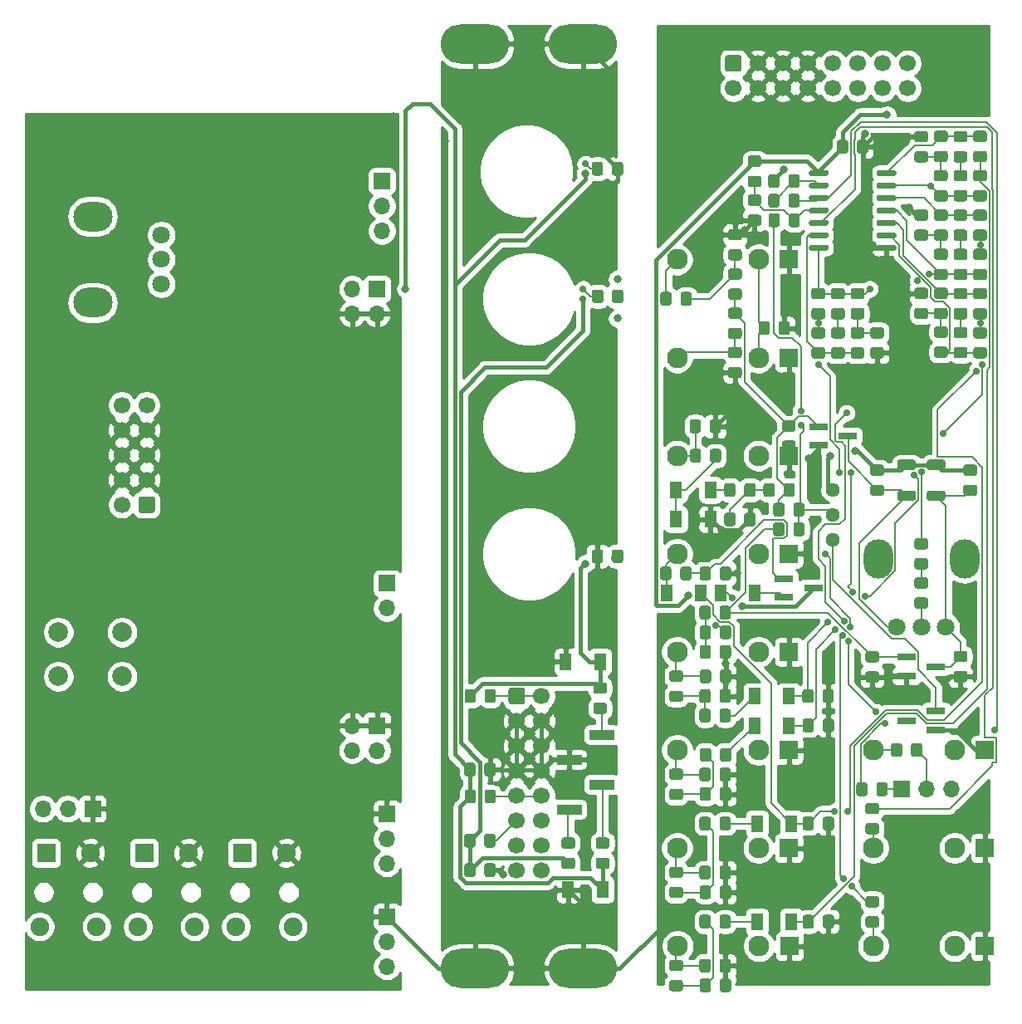
<source format=gbl>
G04 #@! TF.GenerationSoftware,KiCad,Pcbnew,(5.1.9)-1*
G04 #@! TF.CreationDate,2021-04-28T19:37:10+02:00*
G04 #@! TF.ProjectId,KicadJE_Drum_PE78 - Base,4b696361-644a-4455-9f44-72756d5f5045,rev?*
G04 #@! TF.SameCoordinates,Original*
G04 #@! TF.FileFunction,Copper,L2,Bot*
G04 #@! TF.FilePolarity,Positive*
%FSLAX46Y46*%
G04 Gerber Fmt 4.6, Leading zero omitted, Abs format (unit mm)*
G04 Created by KiCad (PCBNEW (5.1.9)-1) date 2021-04-28 19:37:10*
%MOMM*%
%LPD*%
G01*
G04 APERTURE LIST*
G04 #@! TA.AperFunction,ComponentPad*
%ADD10O,7.000000X4.000000*%
G04 #@! TD*
G04 #@! TA.AperFunction,SMDPad,CuDef*
%ADD11R,1.300000X1.700000*%
G04 #@! TD*
G04 #@! TA.AperFunction,ComponentPad*
%ADD12C,2.130000*%
G04 #@! TD*
G04 #@! TA.AperFunction,ComponentPad*
%ADD13R,1.830000X1.930000*%
G04 #@! TD*
G04 #@! TA.AperFunction,ComponentPad*
%ADD14C,1.900000*%
G04 #@! TD*
G04 #@! TA.AperFunction,ComponentPad*
%ADD15R,1.900000X1.900000*%
G04 #@! TD*
G04 #@! TA.AperFunction,ComponentPad*
%ADD16O,1.700000X1.700000*%
G04 #@! TD*
G04 #@! TA.AperFunction,ComponentPad*
%ADD17R,1.700000X1.700000*%
G04 #@! TD*
G04 #@! TA.AperFunction,ComponentPad*
%ADD18C,1.700000*%
G04 #@! TD*
G04 #@! TA.AperFunction,SMDPad,CuDef*
%ADD19R,1.900000X0.800000*%
G04 #@! TD*
G04 #@! TA.AperFunction,ComponentPad*
%ADD20C,1.440000*%
G04 #@! TD*
G04 #@! TA.AperFunction,ComponentPad*
%ADD21C,1.800000*%
G04 #@! TD*
G04 #@! TA.AperFunction,WasherPad*
%ADD22O,3.000000X4.000000*%
G04 #@! TD*
G04 #@! TA.AperFunction,WasherPad*
%ADD23O,4.000000X3.000000*%
G04 #@! TD*
G04 #@! TA.AperFunction,ComponentPad*
%ADD24C,2.000000*%
G04 #@! TD*
G04 #@! TA.AperFunction,SMDPad,CuDef*
%ADD25R,2.510000X1.000000*%
G04 #@! TD*
G04 #@! TA.AperFunction,ViaPad*
%ADD26C,0.800000*%
G04 #@! TD*
G04 #@! TA.AperFunction,ViaPad*
%ADD27C,0.700000*%
G04 #@! TD*
G04 #@! TA.AperFunction,Conductor*
%ADD28C,0.400000*%
G04 #@! TD*
G04 #@! TA.AperFunction,Conductor*
%ADD29C,0.150000*%
G04 #@! TD*
G04 #@! TA.AperFunction,Conductor*
%ADD30C,0.254000*%
G04 #@! TD*
G04 APERTURE END LIST*
D10*
X107500000Y-53000000D03*
X96500000Y-53000000D03*
X107500000Y-147250000D03*
X96500000Y-147250000D03*
D11*
X116000000Y-109000000D03*
X119500000Y-109000000D03*
X120500000Y-101500000D03*
X117000000Y-101500000D03*
X117000000Y-98500000D03*
X120500000Y-98500000D03*
X121500000Y-109000000D03*
X125000000Y-109000000D03*
X128750000Y-142500000D03*
X125250000Y-142500000D03*
X128750000Y-132500000D03*
X125250000Y-132500000D03*
X125000000Y-122500000D03*
X128500000Y-122500000D03*
X128500000Y-119500000D03*
X125000000Y-119500000D03*
D12*
X117100000Y-105000000D03*
D13*
X128500000Y-105000000D03*
D12*
X125400000Y-105000000D03*
X125400000Y-85000000D03*
D13*
X128500000Y-85000000D03*
D12*
X117100000Y-85000000D03*
X125400000Y-75000000D03*
D13*
X128500000Y-75000000D03*
D12*
X117100000Y-75000000D03*
X117100000Y-95000000D03*
D13*
X128500000Y-95000000D03*
D12*
X125400000Y-95000000D03*
X117154999Y-145000000D03*
D13*
X128554999Y-145000000D03*
D12*
X125454999Y-145000000D03*
X125400000Y-135000000D03*
D13*
X128500000Y-135000000D03*
D12*
X117100000Y-135000000D03*
X125400000Y-125000000D03*
D13*
X128500000Y-125000000D03*
D12*
X117100000Y-125000000D03*
X125400000Y-115000000D03*
D13*
X128500000Y-115000000D03*
D12*
X117100000Y-115000000D03*
D14*
X72100000Y-143000000D03*
X77900000Y-143000000D03*
D15*
X72750000Y-135500000D03*
D14*
X77250000Y-135500000D03*
X62100000Y-143000000D03*
X67900000Y-143000000D03*
D15*
X62750000Y-135500000D03*
D14*
X67250000Y-135500000D03*
X57250000Y-135500000D03*
D15*
X52750000Y-135500000D03*
D14*
X57900000Y-143000000D03*
X52100000Y-143000000D03*
D16*
X83960000Y-80540000D03*
X83960000Y-78000000D03*
X86500000Y-80540000D03*
D17*
X86500000Y-78000000D03*
X86500000Y-122500000D03*
D16*
X86500000Y-125040000D03*
X83960000Y-122500000D03*
X83960000Y-125040000D03*
X87500000Y-147080000D03*
X87500000Y-144540000D03*
D17*
X87500000Y-142000000D03*
D16*
X87500000Y-136580000D03*
X87500000Y-134040000D03*
D17*
X87500000Y-131500000D03*
X57500000Y-131000000D03*
D16*
X54960000Y-131000000D03*
X52420000Y-131000000D03*
D17*
X87000000Y-67000000D03*
D16*
X87000000Y-69540000D03*
X87000000Y-72080000D03*
D17*
X87500000Y-108000000D03*
D16*
X87500000Y-110540000D03*
X145080000Y-129000000D03*
X142540000Y-129000000D03*
D17*
X140000000Y-129000000D03*
D12*
X145400000Y-135000000D03*
D13*
X148500000Y-135000000D03*
D12*
X137100000Y-135000000D03*
X137100000Y-125000000D03*
D13*
X148500000Y-125000000D03*
D12*
X145400000Y-125000000D03*
X137100000Y-145000000D03*
D13*
X148500000Y-145000000D03*
D12*
X145400000Y-145000000D03*
G04 #@! TA.AperFunction,SMDPad,CuDef*
G36*
G01*
X142799999Y-98550000D02*
X144200001Y-98550000D01*
G75*
G02*
X144450000Y-98799999I0J-249999D01*
G01*
X144450000Y-99350001D01*
G75*
G02*
X144200001Y-99600000I-249999J0D01*
G01*
X142799999Y-99600000D01*
G75*
G02*
X142550000Y-99350001I0J249999D01*
G01*
X142550000Y-98799999D01*
G75*
G02*
X142799999Y-98550000I249999J0D01*
G01*
G37*
G04 #@! TD.AperFunction*
G04 #@! TA.AperFunction,SMDPad,CuDef*
G36*
G01*
X142799999Y-95400000D02*
X144200001Y-95400000D01*
G75*
G02*
X144450000Y-95649999I0J-249999D01*
G01*
X144450000Y-96200001D01*
G75*
G02*
X144200001Y-96450000I-249999J0D01*
G01*
X142799999Y-96450000D01*
G75*
G02*
X142550000Y-96200001I0J249999D01*
G01*
X142550000Y-95649999D01*
G75*
G02*
X142799999Y-95400000I249999J0D01*
G01*
G37*
G04 #@! TD.AperFunction*
G04 #@! TA.AperFunction,SMDPad,CuDef*
G36*
G01*
X139799999Y-95400000D02*
X141200001Y-95400000D01*
G75*
G02*
X141450000Y-95649999I0J-249999D01*
G01*
X141450000Y-96200001D01*
G75*
G02*
X141200001Y-96450000I-249999J0D01*
G01*
X139799999Y-96450000D01*
G75*
G02*
X139550000Y-96200001I0J249999D01*
G01*
X139550000Y-95649999D01*
G75*
G02*
X139799999Y-95400000I249999J0D01*
G01*
G37*
G04 #@! TD.AperFunction*
G04 #@! TA.AperFunction,SMDPad,CuDef*
G36*
G01*
X139799999Y-98550000D02*
X141200001Y-98550000D01*
G75*
G02*
X141450000Y-98799999I0J-249999D01*
G01*
X141450000Y-99350001D01*
G75*
G02*
X141200001Y-99600000I-249999J0D01*
G01*
X139799999Y-99600000D01*
G75*
G02*
X139550000Y-99350001I0J249999D01*
G01*
X139550000Y-98799999D01*
G75*
G02*
X139799999Y-98550000I249999J0D01*
G01*
G37*
G04 #@! TD.AperFunction*
G04 #@! TA.AperFunction,ComponentPad*
G36*
G01*
X63850000Y-99400000D02*
X63850000Y-100600000D01*
G75*
G02*
X63600000Y-100850000I-250000J0D01*
G01*
X62400000Y-100850000D01*
G75*
G02*
X62150000Y-100600000I0J250000D01*
G01*
X62150000Y-99400000D01*
G75*
G02*
X62400000Y-99150000I250000J0D01*
G01*
X63600000Y-99150000D01*
G75*
G02*
X63850000Y-99400000I0J-250000D01*
G01*
G37*
G04 #@! TD.AperFunction*
D18*
X63000000Y-97460000D03*
X63000000Y-94920000D03*
X63000000Y-92380000D03*
X63000000Y-89840000D03*
X60460000Y-100000000D03*
X60460000Y-97460000D03*
X60460000Y-94920000D03*
X60460000Y-92380000D03*
X60460000Y-89840000D03*
D19*
X128000000Y-109450000D03*
X128000000Y-107550000D03*
X131000000Y-108500000D03*
X140500000Y-122000000D03*
X143500000Y-122950000D03*
X143500000Y-121050000D03*
X143500000Y-116500000D03*
X140500000Y-115550000D03*
X140500000Y-117450000D03*
X131500000Y-93950000D03*
X131500000Y-92050000D03*
X134500000Y-93000000D03*
G04 #@! TA.AperFunction,SMDPad,CuDef*
G36*
G01*
X128600000Y-81549999D02*
X128600000Y-82450001D01*
G75*
G02*
X128350001Y-82700000I-249999J0D01*
G01*
X127699999Y-82700000D01*
G75*
G02*
X127450000Y-82450001I0J249999D01*
G01*
X127450000Y-81549999D01*
G75*
G02*
X127699999Y-81300000I249999J0D01*
G01*
X128350001Y-81300000D01*
G75*
G02*
X128600000Y-81549999I0J-249999D01*
G01*
G37*
G04 #@! TD.AperFunction*
G04 #@! TA.AperFunction,SMDPad,CuDef*
G36*
G01*
X126550000Y-81549999D02*
X126550000Y-82450001D01*
G75*
G02*
X126300001Y-82700000I-249999J0D01*
G01*
X125649999Y-82700000D01*
G75*
G02*
X125400000Y-82450001I0J249999D01*
G01*
X125400000Y-81549999D01*
G75*
G02*
X125649999Y-81300000I249999J0D01*
G01*
X126300001Y-81300000D01*
G75*
G02*
X126550000Y-81549999I0J-249999D01*
G01*
G37*
G04 #@! TD.AperFunction*
G04 #@! TA.AperFunction,SMDPad,CuDef*
G36*
G01*
X120425000Y-92450001D02*
X120425000Y-91549999D01*
G75*
G02*
X120674999Y-91300000I249999J0D01*
G01*
X121325001Y-91300000D01*
G75*
G02*
X121575000Y-91549999I0J-249999D01*
G01*
X121575000Y-92450001D01*
G75*
G02*
X121325001Y-92700000I-249999J0D01*
G01*
X120674999Y-92700000D01*
G75*
G02*
X120425000Y-92450001I0J249999D01*
G01*
G37*
G04 #@! TD.AperFunction*
G04 #@! TA.AperFunction,SMDPad,CuDef*
G36*
G01*
X118375000Y-92450001D02*
X118375000Y-91549999D01*
G75*
G02*
X118624999Y-91300000I249999J0D01*
G01*
X119275001Y-91300000D01*
G75*
G02*
X119525000Y-91549999I0J-249999D01*
G01*
X119525000Y-92450001D01*
G75*
G02*
X119275001Y-92700000I-249999J0D01*
G01*
X118624999Y-92700000D01*
G75*
G02*
X118375000Y-92450001I0J249999D01*
G01*
G37*
G04 #@! TD.AperFunction*
G04 #@! TA.AperFunction,SMDPad,CuDef*
G36*
G01*
X118600000Y-78549999D02*
X118600000Y-79450001D01*
G75*
G02*
X118350001Y-79700000I-249999J0D01*
G01*
X117699999Y-79700000D01*
G75*
G02*
X117450000Y-79450001I0J249999D01*
G01*
X117450000Y-78549999D01*
G75*
G02*
X117699999Y-78300000I249999J0D01*
G01*
X118350001Y-78300000D01*
G75*
G02*
X118600000Y-78549999I0J-249999D01*
G01*
G37*
G04 #@! TD.AperFunction*
G04 #@! TA.AperFunction,SMDPad,CuDef*
G36*
G01*
X116550000Y-78549999D02*
X116550000Y-79450001D01*
G75*
G02*
X116300001Y-79700000I-249999J0D01*
G01*
X115649999Y-79700000D01*
G75*
G02*
X115400000Y-79450001I0J249999D01*
G01*
X115400000Y-78549999D01*
G75*
G02*
X115649999Y-78300000I249999J0D01*
G01*
X116300001Y-78300000D01*
G75*
G02*
X116550000Y-78549999I0J-249999D01*
G01*
G37*
G04 #@! TD.AperFunction*
G04 #@! TA.AperFunction,SMDPad,CuDef*
G36*
G01*
X119375000Y-147450001D02*
X119375000Y-146549999D01*
G75*
G02*
X119624999Y-146300000I249999J0D01*
G01*
X120275001Y-146300000D01*
G75*
G02*
X120525000Y-146549999I0J-249999D01*
G01*
X120525000Y-147450001D01*
G75*
G02*
X120275001Y-147700000I-249999J0D01*
G01*
X119624999Y-147700000D01*
G75*
G02*
X119375000Y-147450001I0J249999D01*
G01*
G37*
G04 #@! TD.AperFunction*
G04 #@! TA.AperFunction,SMDPad,CuDef*
G36*
G01*
X121425000Y-147450001D02*
X121425000Y-146549999D01*
G75*
G02*
X121674999Y-146300000I249999J0D01*
G01*
X122325001Y-146300000D01*
G75*
G02*
X122575000Y-146549999I0J-249999D01*
G01*
X122575000Y-147450001D01*
G75*
G02*
X122325001Y-147700000I-249999J0D01*
G01*
X121674999Y-147700000D01*
G75*
G02*
X121425000Y-147450001I0J249999D01*
G01*
G37*
G04 #@! TD.AperFunction*
G04 #@! TA.AperFunction,SMDPad,CuDef*
G36*
G01*
X121425000Y-137950001D02*
X121425000Y-137049999D01*
G75*
G02*
X121674999Y-136800000I249999J0D01*
G01*
X122325001Y-136800000D01*
G75*
G02*
X122575000Y-137049999I0J-249999D01*
G01*
X122575000Y-137950001D01*
G75*
G02*
X122325001Y-138200000I-249999J0D01*
G01*
X121674999Y-138200000D01*
G75*
G02*
X121425000Y-137950001I0J249999D01*
G01*
G37*
G04 #@! TD.AperFunction*
G04 #@! TA.AperFunction,SMDPad,CuDef*
G36*
G01*
X119375000Y-137950001D02*
X119375000Y-137049999D01*
G75*
G02*
X119624999Y-136800000I249999J0D01*
G01*
X120275001Y-136800000D01*
G75*
G02*
X120525000Y-137049999I0J-249999D01*
G01*
X120525000Y-137950001D01*
G75*
G02*
X120275001Y-138200000I-249999J0D01*
G01*
X119624999Y-138200000D01*
G75*
G02*
X119375000Y-137950001I0J249999D01*
G01*
G37*
G04 #@! TD.AperFunction*
G04 #@! TA.AperFunction,SMDPad,CuDef*
G36*
G01*
X121450000Y-107450001D02*
X121450000Y-106549999D01*
G75*
G02*
X121699999Y-106300000I249999J0D01*
G01*
X122350001Y-106300000D01*
G75*
G02*
X122600000Y-106549999I0J-249999D01*
G01*
X122600000Y-107450001D01*
G75*
G02*
X122350001Y-107700000I-249999J0D01*
G01*
X121699999Y-107700000D01*
G75*
G02*
X121450000Y-107450001I0J249999D01*
G01*
G37*
G04 #@! TD.AperFunction*
G04 #@! TA.AperFunction,SMDPad,CuDef*
G36*
G01*
X119400000Y-107450001D02*
X119400000Y-106549999D01*
G75*
G02*
X119649999Y-106300000I249999J0D01*
G01*
X120300001Y-106300000D01*
G75*
G02*
X120550000Y-106549999I0J-249999D01*
G01*
X120550000Y-107450001D01*
G75*
G02*
X120300001Y-107700000I-249999J0D01*
G01*
X119649999Y-107700000D01*
G75*
G02*
X119400000Y-107450001I0J249999D01*
G01*
G37*
G04 #@! TD.AperFunction*
G04 #@! TA.AperFunction,SMDPad,CuDef*
G36*
G01*
X121450000Y-149450001D02*
X121450000Y-148549999D01*
G75*
G02*
X121699999Y-148300000I249999J0D01*
G01*
X122350001Y-148300000D01*
G75*
G02*
X122600000Y-148549999I0J-249999D01*
G01*
X122600000Y-149450001D01*
G75*
G02*
X122350001Y-149700000I-249999J0D01*
G01*
X121699999Y-149700000D01*
G75*
G02*
X121450000Y-149450001I0J249999D01*
G01*
G37*
G04 #@! TD.AperFunction*
G04 #@! TA.AperFunction,SMDPad,CuDef*
G36*
G01*
X119400000Y-149450001D02*
X119400000Y-148549999D01*
G75*
G02*
X119649999Y-148300000I249999J0D01*
G01*
X120300001Y-148300000D01*
G75*
G02*
X120550000Y-148549999I0J-249999D01*
G01*
X120550000Y-149450001D01*
G75*
G02*
X120300001Y-149700000I-249999J0D01*
G01*
X119649999Y-149700000D01*
G75*
G02*
X119400000Y-149450001I0J249999D01*
G01*
G37*
G04 #@! TD.AperFunction*
G04 #@! TA.AperFunction,SMDPad,CuDef*
G36*
G01*
X119400000Y-139950001D02*
X119400000Y-139049999D01*
G75*
G02*
X119649999Y-138800000I249999J0D01*
G01*
X120300001Y-138800000D01*
G75*
G02*
X120550000Y-139049999I0J-249999D01*
G01*
X120550000Y-139950001D01*
G75*
G02*
X120300001Y-140200000I-249999J0D01*
G01*
X119649999Y-140200000D01*
G75*
G02*
X119400000Y-139950001I0J249999D01*
G01*
G37*
G04 #@! TD.AperFunction*
G04 #@! TA.AperFunction,SMDPad,CuDef*
G36*
G01*
X121450000Y-139950001D02*
X121450000Y-139049999D01*
G75*
G02*
X121699999Y-138800000I249999J0D01*
G01*
X122350001Y-138800000D01*
G75*
G02*
X122600000Y-139049999I0J-249999D01*
G01*
X122600000Y-139950001D01*
G75*
G02*
X122350001Y-140200000I-249999J0D01*
G01*
X121699999Y-140200000D01*
G75*
G02*
X121450000Y-139950001I0J249999D01*
G01*
G37*
G04 #@! TD.AperFunction*
G04 #@! TA.AperFunction,SMDPad,CuDef*
G36*
G01*
X122549999Y-79900000D02*
X123450001Y-79900000D01*
G75*
G02*
X123700000Y-80149999I0J-249999D01*
G01*
X123700000Y-80800001D01*
G75*
G02*
X123450001Y-81050000I-249999J0D01*
G01*
X122549999Y-81050000D01*
G75*
G02*
X122300000Y-80800001I0J249999D01*
G01*
X122300000Y-80149999D01*
G75*
G02*
X122549999Y-79900000I249999J0D01*
G01*
G37*
G04 #@! TD.AperFunction*
G04 #@! TA.AperFunction,SMDPad,CuDef*
G36*
G01*
X122549999Y-81950000D02*
X123450001Y-81950000D01*
G75*
G02*
X123700000Y-82199999I0J-249999D01*
G01*
X123700000Y-82850001D01*
G75*
G02*
X123450001Y-83100000I-249999J0D01*
G01*
X122549999Y-83100000D01*
G75*
G02*
X122300000Y-82850001I0J249999D01*
G01*
X122300000Y-82199999D01*
G75*
G02*
X122549999Y-81950000I249999J0D01*
G01*
G37*
G04 #@! TD.AperFunction*
G04 #@! TA.AperFunction,SMDPad,CuDef*
G36*
G01*
X123450001Y-77050000D02*
X122549999Y-77050000D01*
G75*
G02*
X122300000Y-76800001I0J249999D01*
G01*
X122300000Y-76149999D01*
G75*
G02*
X122549999Y-75900000I249999J0D01*
G01*
X123450001Y-75900000D01*
G75*
G02*
X123700000Y-76149999I0J-249999D01*
G01*
X123700000Y-76800001D01*
G75*
G02*
X123450001Y-77050000I-249999J0D01*
G01*
G37*
G04 #@! TD.AperFunction*
G04 #@! TA.AperFunction,SMDPad,CuDef*
G36*
G01*
X123450001Y-79100000D02*
X122549999Y-79100000D01*
G75*
G02*
X122300000Y-78850001I0J249999D01*
G01*
X122300000Y-78199999D01*
G75*
G02*
X122549999Y-77950000I249999J0D01*
G01*
X123450001Y-77950000D01*
G75*
G02*
X123700000Y-78199999I0J-249999D01*
G01*
X123700000Y-78850001D01*
G75*
G02*
X123450001Y-79100000I-249999J0D01*
G01*
G37*
G04 #@! TD.AperFunction*
G04 #@! TA.AperFunction,SMDPad,CuDef*
G36*
G01*
X120525000Y-142049999D02*
X120525000Y-142950001D01*
G75*
G02*
X120275001Y-143200000I-249999J0D01*
G01*
X119624999Y-143200000D01*
G75*
G02*
X119375000Y-142950001I0J249999D01*
G01*
X119375000Y-142049999D01*
G75*
G02*
X119624999Y-141800000I249999J0D01*
G01*
X120275001Y-141800000D01*
G75*
G02*
X120525000Y-142049999I0J-249999D01*
G01*
G37*
G04 #@! TD.AperFunction*
G04 #@! TA.AperFunction,SMDPad,CuDef*
G36*
G01*
X122575000Y-142049999D02*
X122575000Y-142950001D01*
G75*
G02*
X122325001Y-143200000I-249999J0D01*
G01*
X121674999Y-143200000D01*
G75*
G02*
X121425000Y-142950001I0J249999D01*
G01*
X121425000Y-142049999D01*
G75*
G02*
X121674999Y-141800000I249999J0D01*
G01*
X122325001Y-141800000D01*
G75*
G02*
X122575000Y-142049999I0J-249999D01*
G01*
G37*
G04 #@! TD.AperFunction*
G04 #@! TA.AperFunction,SMDPad,CuDef*
G36*
G01*
X120525000Y-132049999D02*
X120525000Y-132950001D01*
G75*
G02*
X120275001Y-133200000I-249999J0D01*
G01*
X119624999Y-133200000D01*
G75*
G02*
X119375000Y-132950001I0J249999D01*
G01*
X119375000Y-132049999D01*
G75*
G02*
X119624999Y-131800000I249999J0D01*
G01*
X120275001Y-131800000D01*
G75*
G02*
X120525000Y-132049999I0J-249999D01*
G01*
G37*
G04 #@! TD.AperFunction*
G04 #@! TA.AperFunction,SMDPad,CuDef*
G36*
G01*
X122575000Y-132049999D02*
X122575000Y-132950001D01*
G75*
G02*
X122325001Y-133200000I-249999J0D01*
G01*
X121674999Y-133200000D01*
G75*
G02*
X121425000Y-132950001I0J249999D01*
G01*
X121425000Y-132049999D01*
G75*
G02*
X121674999Y-131800000I249999J0D01*
G01*
X122325001Y-131800000D01*
G75*
G02*
X122575000Y-132049999I0J-249999D01*
G01*
G37*
G04 #@! TD.AperFunction*
G04 #@! TA.AperFunction,SMDPad,CuDef*
G36*
G01*
X123050000Y-98049999D02*
X123050000Y-98950001D01*
G75*
G02*
X122800001Y-99200000I-249999J0D01*
G01*
X122149999Y-99200000D01*
G75*
G02*
X121900000Y-98950001I0J249999D01*
G01*
X121900000Y-98049999D01*
G75*
G02*
X122149999Y-97800000I249999J0D01*
G01*
X122800001Y-97800000D01*
G75*
G02*
X123050000Y-98049999I0J-249999D01*
G01*
G37*
G04 #@! TD.AperFunction*
G04 #@! TA.AperFunction,SMDPad,CuDef*
G36*
G01*
X125100000Y-98049999D02*
X125100000Y-98950001D01*
G75*
G02*
X124850001Y-99200000I-249999J0D01*
G01*
X124199999Y-99200000D01*
G75*
G02*
X123950000Y-98950001I0J249999D01*
G01*
X123950000Y-98049999D01*
G75*
G02*
X124199999Y-97800000I249999J0D01*
G01*
X124850001Y-97800000D01*
G75*
G02*
X125100000Y-98049999I0J-249999D01*
G01*
G37*
G04 #@! TD.AperFunction*
G04 #@! TA.AperFunction,SMDPad,CuDef*
G36*
G01*
X121450000Y-113450001D02*
X121450000Y-112549999D01*
G75*
G02*
X121699999Y-112300000I249999J0D01*
G01*
X122350001Y-112300000D01*
G75*
G02*
X122600000Y-112549999I0J-249999D01*
G01*
X122600000Y-113450001D01*
G75*
G02*
X122350001Y-113700000I-249999J0D01*
G01*
X121699999Y-113700000D01*
G75*
G02*
X121450000Y-113450001I0J249999D01*
G01*
G37*
G04 #@! TD.AperFunction*
G04 #@! TA.AperFunction,SMDPad,CuDef*
G36*
G01*
X119400000Y-113450001D02*
X119400000Y-112549999D01*
G75*
G02*
X119649999Y-112300000I249999J0D01*
G01*
X120300001Y-112300000D01*
G75*
G02*
X120550000Y-112549999I0J-249999D01*
G01*
X120550000Y-113450001D01*
G75*
G02*
X120300001Y-113700000I-249999J0D01*
G01*
X119649999Y-113700000D01*
G75*
G02*
X119400000Y-113450001I0J249999D01*
G01*
G37*
G04 #@! TD.AperFunction*
G04 #@! TA.AperFunction,SMDPad,CuDef*
G36*
G01*
X129100000Y-98049999D02*
X129100000Y-98950001D01*
G75*
G02*
X128850001Y-99200000I-249999J0D01*
G01*
X128199999Y-99200000D01*
G75*
G02*
X127950000Y-98950001I0J249999D01*
G01*
X127950000Y-98049999D01*
G75*
G02*
X128199999Y-97800000I249999J0D01*
G01*
X128850001Y-97800000D01*
G75*
G02*
X129100000Y-98049999I0J-249999D01*
G01*
G37*
G04 #@! TD.AperFunction*
G04 #@! TA.AperFunction,SMDPad,CuDef*
G36*
G01*
X127050000Y-98049999D02*
X127050000Y-98950001D01*
G75*
G02*
X126800001Y-99200000I-249999J0D01*
G01*
X126149999Y-99200000D01*
G75*
G02*
X125900000Y-98950001I0J249999D01*
G01*
X125900000Y-98049999D01*
G75*
G02*
X126149999Y-97800000I249999J0D01*
G01*
X126800001Y-97800000D01*
G75*
G02*
X127050000Y-98049999I0J-249999D01*
G01*
G37*
G04 #@! TD.AperFunction*
G04 #@! TA.AperFunction,SMDPad,CuDef*
G36*
G01*
X131950000Y-142950001D02*
X131950000Y-142049999D01*
G75*
G02*
X132199999Y-141800000I249999J0D01*
G01*
X132850001Y-141800000D01*
G75*
G02*
X133100000Y-142049999I0J-249999D01*
G01*
X133100000Y-142950001D01*
G75*
G02*
X132850001Y-143200000I-249999J0D01*
G01*
X132199999Y-143200000D01*
G75*
G02*
X131950000Y-142950001I0J249999D01*
G01*
G37*
G04 #@! TD.AperFunction*
G04 #@! TA.AperFunction,SMDPad,CuDef*
G36*
G01*
X129900000Y-142950001D02*
X129900000Y-142049999D01*
G75*
G02*
X130149999Y-141800000I249999J0D01*
G01*
X130800001Y-141800000D01*
G75*
G02*
X131050000Y-142049999I0J-249999D01*
G01*
X131050000Y-142950001D01*
G75*
G02*
X130800001Y-143200000I-249999J0D01*
G01*
X130149999Y-143200000D01*
G75*
G02*
X129900000Y-142950001I0J249999D01*
G01*
G37*
G04 #@! TD.AperFunction*
G04 #@! TA.AperFunction,SMDPad,CuDef*
G36*
G01*
X129900000Y-132950001D02*
X129900000Y-132049999D01*
G75*
G02*
X130149999Y-131800000I249999J0D01*
G01*
X130800001Y-131800000D01*
G75*
G02*
X131050000Y-132049999I0J-249999D01*
G01*
X131050000Y-132950001D01*
G75*
G02*
X130800001Y-133200000I-249999J0D01*
G01*
X130149999Y-133200000D01*
G75*
G02*
X129900000Y-132950001I0J249999D01*
G01*
G37*
G04 #@! TD.AperFunction*
G04 #@! TA.AperFunction,SMDPad,CuDef*
G36*
G01*
X131950000Y-132950001D02*
X131950000Y-132049999D01*
G75*
G02*
X132199999Y-131800000I249999J0D01*
G01*
X132850001Y-131800000D01*
G75*
G02*
X133100000Y-132049999I0J-249999D01*
G01*
X133100000Y-132950001D01*
G75*
G02*
X132850001Y-133200000I-249999J0D01*
G01*
X132199999Y-133200000D01*
G75*
G02*
X131950000Y-132950001I0J249999D01*
G01*
G37*
G04 #@! TD.AperFunction*
G04 #@! TA.AperFunction,SMDPad,CuDef*
G36*
G01*
X122575000Y-110549999D02*
X122575000Y-111450001D01*
G75*
G02*
X122325001Y-111700000I-249999J0D01*
G01*
X121674999Y-111700000D01*
G75*
G02*
X121425000Y-111450001I0J249999D01*
G01*
X121425000Y-110549999D01*
G75*
G02*
X121674999Y-110300000I249999J0D01*
G01*
X122325001Y-110300000D01*
G75*
G02*
X122575000Y-110549999I0J-249999D01*
G01*
G37*
G04 #@! TD.AperFunction*
G04 #@! TA.AperFunction,SMDPad,CuDef*
G36*
G01*
X120525000Y-110549999D02*
X120525000Y-111450001D01*
G75*
G02*
X120275001Y-111700000I-249999J0D01*
G01*
X119624999Y-111700000D01*
G75*
G02*
X119375000Y-111450001I0J249999D01*
G01*
X119375000Y-110549999D01*
G75*
G02*
X119624999Y-110300000I249999J0D01*
G01*
X120275001Y-110300000D01*
G75*
G02*
X120525000Y-110549999I0J-249999D01*
G01*
G37*
G04 #@! TD.AperFunction*
G04 #@! TA.AperFunction,SMDPad,CuDef*
G36*
G01*
X146450001Y-65100000D02*
X145549999Y-65100000D01*
G75*
G02*
X145300000Y-64850001I0J249999D01*
G01*
X145300000Y-64199999D01*
G75*
G02*
X145549999Y-63950000I249999J0D01*
G01*
X146450001Y-63950000D01*
G75*
G02*
X146700000Y-64199999I0J-249999D01*
G01*
X146700000Y-64850001D01*
G75*
G02*
X146450001Y-65100000I-249999J0D01*
G01*
G37*
G04 #@! TD.AperFunction*
G04 #@! TA.AperFunction,SMDPad,CuDef*
G36*
G01*
X146450001Y-63050000D02*
X145549999Y-63050000D01*
G75*
G02*
X145300000Y-62800001I0J249999D01*
G01*
X145300000Y-62149999D01*
G75*
G02*
X145549999Y-61900000I249999J0D01*
G01*
X146450001Y-61900000D01*
G75*
G02*
X146700000Y-62149999I0J-249999D01*
G01*
X146700000Y-62800001D01*
G75*
G02*
X146450001Y-63050000I-249999J0D01*
G01*
G37*
G04 #@! TD.AperFunction*
G04 #@! TA.AperFunction,SMDPad,CuDef*
G36*
G01*
X144450001Y-65075000D02*
X143549999Y-65075000D01*
G75*
G02*
X143300000Y-64825001I0J249999D01*
G01*
X143300000Y-64174999D01*
G75*
G02*
X143549999Y-63925000I249999J0D01*
G01*
X144450001Y-63925000D01*
G75*
G02*
X144700000Y-64174999I0J-249999D01*
G01*
X144700000Y-64825001D01*
G75*
G02*
X144450001Y-65075000I-249999J0D01*
G01*
G37*
G04 #@! TD.AperFunction*
G04 #@! TA.AperFunction,SMDPad,CuDef*
G36*
G01*
X144450001Y-63025000D02*
X143549999Y-63025000D01*
G75*
G02*
X143300000Y-62775001I0J249999D01*
G01*
X143300000Y-62124999D01*
G75*
G02*
X143549999Y-61875000I249999J0D01*
G01*
X144450001Y-61875000D01*
G75*
G02*
X144700000Y-62124999I0J-249999D01*
G01*
X144700000Y-62775001D01*
G75*
G02*
X144450001Y-63025000I-249999J0D01*
G01*
G37*
G04 #@! TD.AperFunction*
G04 #@! TA.AperFunction,SMDPad,CuDef*
G36*
G01*
X146450001Y-81100000D02*
X145549999Y-81100000D01*
G75*
G02*
X145300000Y-80850001I0J249999D01*
G01*
X145300000Y-80199999D01*
G75*
G02*
X145549999Y-79950000I249999J0D01*
G01*
X146450001Y-79950000D01*
G75*
G02*
X146700000Y-80199999I0J-249999D01*
G01*
X146700000Y-80850001D01*
G75*
G02*
X146450001Y-81100000I-249999J0D01*
G01*
G37*
G04 #@! TD.AperFunction*
G04 #@! TA.AperFunction,SMDPad,CuDef*
G36*
G01*
X146450001Y-79050000D02*
X145549999Y-79050000D01*
G75*
G02*
X145300000Y-78800001I0J249999D01*
G01*
X145300000Y-78149999D01*
G75*
G02*
X145549999Y-77900000I249999J0D01*
G01*
X146450001Y-77900000D01*
G75*
G02*
X146700000Y-78149999I0J-249999D01*
G01*
X146700000Y-78800001D01*
G75*
G02*
X146450001Y-79050000I-249999J0D01*
G01*
G37*
G04 #@! TD.AperFunction*
G04 #@! TA.AperFunction,SMDPad,CuDef*
G36*
G01*
X144450001Y-79025000D02*
X143549999Y-79025000D01*
G75*
G02*
X143300000Y-78775001I0J249999D01*
G01*
X143300000Y-78124999D01*
G75*
G02*
X143549999Y-77875000I249999J0D01*
G01*
X144450001Y-77875000D01*
G75*
G02*
X144700000Y-78124999I0J-249999D01*
G01*
X144700000Y-78775001D01*
G75*
G02*
X144450001Y-79025000I-249999J0D01*
G01*
G37*
G04 #@! TD.AperFunction*
G04 #@! TA.AperFunction,SMDPad,CuDef*
G36*
G01*
X144450001Y-81075000D02*
X143549999Y-81075000D01*
G75*
G02*
X143300000Y-80825001I0J249999D01*
G01*
X143300000Y-80174999D01*
G75*
G02*
X143549999Y-79925000I249999J0D01*
G01*
X144450001Y-79925000D01*
G75*
G02*
X144700000Y-80174999I0J-249999D01*
G01*
X144700000Y-80825001D01*
G75*
G02*
X144450001Y-81075000I-249999J0D01*
G01*
G37*
G04 #@! TD.AperFunction*
G04 #@! TA.AperFunction,SMDPad,CuDef*
G36*
G01*
X128950001Y-92550000D02*
X128049999Y-92550000D01*
G75*
G02*
X127800000Y-92300001I0J249999D01*
G01*
X127800000Y-91649999D01*
G75*
G02*
X128049999Y-91400000I249999J0D01*
G01*
X128950001Y-91400000D01*
G75*
G02*
X129200000Y-91649999I0J-249999D01*
G01*
X129200000Y-92300001D01*
G75*
G02*
X128950001Y-92550000I-249999J0D01*
G01*
G37*
G04 #@! TD.AperFunction*
G04 #@! TA.AperFunction,SMDPad,CuDef*
G36*
G01*
X128950001Y-94600000D02*
X128049999Y-94600000D01*
G75*
G02*
X127800000Y-94350001I0J249999D01*
G01*
X127800000Y-93699999D01*
G75*
G02*
X128049999Y-93450000I249999J0D01*
G01*
X128950001Y-93450000D01*
G75*
G02*
X129200000Y-93699999I0J-249999D01*
G01*
X129200000Y-94350001D01*
G75*
G02*
X128950001Y-94600000I-249999J0D01*
G01*
G37*
G04 #@! TD.AperFunction*
G04 #@! TA.AperFunction,SMDPad,CuDef*
G36*
G01*
X146450001Y-67025000D02*
X145549999Y-67025000D01*
G75*
G02*
X145300000Y-66775001I0J249999D01*
G01*
X145300000Y-66124999D01*
G75*
G02*
X145549999Y-65875000I249999J0D01*
G01*
X146450001Y-65875000D01*
G75*
G02*
X146700000Y-66124999I0J-249999D01*
G01*
X146700000Y-66775001D01*
G75*
G02*
X146450001Y-67025000I-249999J0D01*
G01*
G37*
G04 #@! TD.AperFunction*
G04 #@! TA.AperFunction,SMDPad,CuDef*
G36*
G01*
X146450001Y-69075000D02*
X145549999Y-69075000D01*
G75*
G02*
X145300000Y-68825001I0J249999D01*
G01*
X145300000Y-68174999D01*
G75*
G02*
X145549999Y-67925000I249999J0D01*
G01*
X146450001Y-67925000D01*
G75*
G02*
X146700000Y-68174999I0J-249999D01*
G01*
X146700000Y-68825001D01*
G75*
G02*
X146450001Y-69075000I-249999J0D01*
G01*
G37*
G04 #@! TD.AperFunction*
G04 #@! TA.AperFunction,SMDPad,CuDef*
G36*
G01*
X144450001Y-67025000D02*
X143549999Y-67025000D01*
G75*
G02*
X143300000Y-66775001I0J249999D01*
G01*
X143300000Y-66124999D01*
G75*
G02*
X143549999Y-65875000I249999J0D01*
G01*
X144450001Y-65875000D01*
G75*
G02*
X144700000Y-66124999I0J-249999D01*
G01*
X144700000Y-66775001D01*
G75*
G02*
X144450001Y-67025000I-249999J0D01*
G01*
G37*
G04 #@! TD.AperFunction*
G04 #@! TA.AperFunction,SMDPad,CuDef*
G36*
G01*
X144450001Y-69075000D02*
X143549999Y-69075000D01*
G75*
G02*
X143300000Y-68825001I0J249999D01*
G01*
X143300000Y-68174999D01*
G75*
G02*
X143549999Y-67925000I249999J0D01*
G01*
X144450001Y-67925000D01*
G75*
G02*
X144700000Y-68174999I0J-249999D01*
G01*
X144700000Y-68825001D01*
G75*
G02*
X144450001Y-69075000I-249999J0D01*
G01*
G37*
G04 #@! TD.AperFunction*
G04 #@! TA.AperFunction,SMDPad,CuDef*
G36*
G01*
X146450001Y-83025000D02*
X145549999Y-83025000D01*
G75*
G02*
X145300000Y-82775001I0J249999D01*
G01*
X145300000Y-82124999D01*
G75*
G02*
X145549999Y-81875000I249999J0D01*
G01*
X146450001Y-81875000D01*
G75*
G02*
X146700000Y-82124999I0J-249999D01*
G01*
X146700000Y-82775001D01*
G75*
G02*
X146450001Y-83025000I-249999J0D01*
G01*
G37*
G04 #@! TD.AperFunction*
G04 #@! TA.AperFunction,SMDPad,CuDef*
G36*
G01*
X146450001Y-85075000D02*
X145549999Y-85075000D01*
G75*
G02*
X145300000Y-84825001I0J249999D01*
G01*
X145300000Y-84174999D01*
G75*
G02*
X145549999Y-83925000I249999J0D01*
G01*
X146450001Y-83925000D01*
G75*
G02*
X146700000Y-84174999I0J-249999D01*
G01*
X146700000Y-84825001D01*
G75*
G02*
X146450001Y-85075000I-249999J0D01*
G01*
G37*
G04 #@! TD.AperFunction*
G04 #@! TA.AperFunction,SMDPad,CuDef*
G36*
G01*
X144450001Y-85014999D02*
X143549999Y-85014999D01*
G75*
G02*
X143300000Y-84765000I0J249999D01*
G01*
X143300000Y-84114998D01*
G75*
G02*
X143549999Y-83864999I249999J0D01*
G01*
X144450001Y-83864999D01*
G75*
G02*
X144700000Y-84114998I0J-249999D01*
G01*
X144700000Y-84765000D01*
G75*
G02*
X144450001Y-85014999I-249999J0D01*
G01*
G37*
G04 #@! TD.AperFunction*
G04 #@! TA.AperFunction,SMDPad,CuDef*
G36*
G01*
X144450001Y-82964999D02*
X143549999Y-82964999D01*
G75*
G02*
X143300000Y-82715000I0J249999D01*
G01*
X143300000Y-82064998D01*
G75*
G02*
X143549999Y-81814999I249999J0D01*
G01*
X144450001Y-81814999D01*
G75*
G02*
X144700000Y-82064998I0J-249999D01*
G01*
X144700000Y-82715000D01*
G75*
G02*
X144450001Y-82964999I-249999J0D01*
G01*
G37*
G04 #@! TD.AperFunction*
G04 #@! TA.AperFunction,SMDPad,CuDef*
G36*
G01*
X137450001Y-118125000D02*
X136549999Y-118125000D01*
G75*
G02*
X136300000Y-117875001I0J249999D01*
G01*
X136300000Y-117224999D01*
G75*
G02*
X136549999Y-116975000I249999J0D01*
G01*
X137450001Y-116975000D01*
G75*
G02*
X137700000Y-117224999I0J-249999D01*
G01*
X137700000Y-117875001D01*
G75*
G02*
X137450001Y-118125000I-249999J0D01*
G01*
G37*
G04 #@! TD.AperFunction*
G04 #@! TA.AperFunction,SMDPad,CuDef*
G36*
G01*
X137450001Y-116075000D02*
X136549999Y-116075000D01*
G75*
G02*
X136300000Y-115825001I0J249999D01*
G01*
X136300000Y-115174999D01*
G75*
G02*
X136549999Y-114925000I249999J0D01*
G01*
X137450001Y-114925000D01*
G75*
G02*
X137700000Y-115174999I0J-249999D01*
G01*
X137700000Y-115825001D01*
G75*
G02*
X137450001Y-116075000I-249999J0D01*
G01*
G37*
G04 #@! TD.AperFunction*
G04 #@! TA.AperFunction,SMDPad,CuDef*
G36*
G01*
X147450001Y-97050000D02*
X146549999Y-97050000D01*
G75*
G02*
X146300000Y-96800001I0J249999D01*
G01*
X146300000Y-96149999D01*
G75*
G02*
X146549999Y-95900000I249999J0D01*
G01*
X147450001Y-95900000D01*
G75*
G02*
X147700000Y-96149999I0J-249999D01*
G01*
X147700000Y-96800001D01*
G75*
G02*
X147450001Y-97050000I-249999J0D01*
G01*
G37*
G04 #@! TD.AperFunction*
G04 #@! TA.AperFunction,SMDPad,CuDef*
G36*
G01*
X147450001Y-99100000D02*
X146549999Y-99100000D01*
G75*
G02*
X146300000Y-98850001I0J249999D01*
G01*
X146300000Y-98199999D01*
G75*
G02*
X146549999Y-97950000I249999J0D01*
G01*
X147450001Y-97950000D01*
G75*
G02*
X147700000Y-98199999I0J-249999D01*
G01*
X147700000Y-98850001D01*
G75*
G02*
X147450001Y-99100000I-249999J0D01*
G01*
G37*
G04 #@! TD.AperFunction*
G04 #@! TA.AperFunction,SMDPad,CuDef*
G36*
G01*
X137950001Y-97050000D02*
X137049999Y-97050000D01*
G75*
G02*
X136800000Y-96800001I0J249999D01*
G01*
X136800000Y-96149999D01*
G75*
G02*
X137049999Y-95900000I249999J0D01*
G01*
X137950001Y-95900000D01*
G75*
G02*
X138200000Y-96149999I0J-249999D01*
G01*
X138200000Y-96800001D01*
G75*
G02*
X137950001Y-97050000I-249999J0D01*
G01*
G37*
G04 #@! TD.AperFunction*
G04 #@! TA.AperFunction,SMDPad,CuDef*
G36*
G01*
X137950001Y-99100000D02*
X137049999Y-99100000D01*
G75*
G02*
X136800000Y-98850001I0J249999D01*
G01*
X136800000Y-98199999D01*
G75*
G02*
X137049999Y-97950000I249999J0D01*
G01*
X137950001Y-97950000D01*
G75*
G02*
X138200000Y-98199999I0J-249999D01*
G01*
X138200000Y-98850001D01*
G75*
G02*
X137950001Y-99100000I-249999J0D01*
G01*
G37*
G04 #@! TD.AperFunction*
G04 #@! TA.AperFunction,SMDPad,CuDef*
G36*
G01*
X141549999Y-107400000D02*
X142450001Y-107400000D01*
G75*
G02*
X142700000Y-107649999I0J-249999D01*
G01*
X142700000Y-108300001D01*
G75*
G02*
X142450001Y-108550000I-249999J0D01*
G01*
X141549999Y-108550000D01*
G75*
G02*
X141300000Y-108300001I0J249999D01*
G01*
X141300000Y-107649999D01*
G75*
G02*
X141549999Y-107400000I249999J0D01*
G01*
G37*
G04 #@! TD.AperFunction*
G04 #@! TA.AperFunction,SMDPad,CuDef*
G36*
G01*
X141549999Y-109450000D02*
X142450001Y-109450000D01*
G75*
G02*
X142700000Y-109699999I0J-249999D01*
G01*
X142700000Y-110350001D01*
G75*
G02*
X142450001Y-110600000I-249999J0D01*
G01*
X141549999Y-110600000D01*
G75*
G02*
X141300000Y-110350001I0J249999D01*
G01*
X141300000Y-109699999D01*
G75*
G02*
X141549999Y-109450000I249999J0D01*
G01*
G37*
G04 #@! TD.AperFunction*
G04 #@! TA.AperFunction,SMDPad,CuDef*
G36*
G01*
X121425000Y-127950001D02*
X121425000Y-127049999D01*
G75*
G02*
X121674999Y-126800000I249999J0D01*
G01*
X122325001Y-126800000D01*
G75*
G02*
X122575000Y-127049999I0J-249999D01*
G01*
X122575000Y-127950001D01*
G75*
G02*
X122325001Y-128200000I-249999J0D01*
G01*
X121674999Y-128200000D01*
G75*
G02*
X121425000Y-127950001I0J249999D01*
G01*
G37*
G04 #@! TD.AperFunction*
G04 #@! TA.AperFunction,SMDPad,CuDef*
G36*
G01*
X119375000Y-127950001D02*
X119375000Y-127049999D01*
G75*
G02*
X119624999Y-126800000I249999J0D01*
G01*
X120275001Y-126800000D01*
G75*
G02*
X120525000Y-127049999I0J-249999D01*
G01*
X120525000Y-127950001D01*
G75*
G02*
X120275001Y-128200000I-249999J0D01*
G01*
X119624999Y-128200000D01*
G75*
G02*
X119375000Y-127950001I0J249999D01*
G01*
G37*
G04 #@! TD.AperFunction*
G04 #@! TA.AperFunction,SMDPad,CuDef*
G36*
G01*
X121475000Y-117950001D02*
X121475000Y-117049999D01*
G75*
G02*
X121724999Y-116800000I249999J0D01*
G01*
X122375001Y-116800000D01*
G75*
G02*
X122625000Y-117049999I0J-249999D01*
G01*
X122625000Y-117950001D01*
G75*
G02*
X122375001Y-118200000I-249999J0D01*
G01*
X121724999Y-118200000D01*
G75*
G02*
X121475000Y-117950001I0J249999D01*
G01*
G37*
G04 #@! TD.AperFunction*
G04 #@! TA.AperFunction,SMDPad,CuDef*
G36*
G01*
X119425000Y-117950001D02*
X119425000Y-117049999D01*
G75*
G02*
X119674999Y-116800000I249999J0D01*
G01*
X120325001Y-116800000D01*
G75*
G02*
X120575000Y-117049999I0J-249999D01*
G01*
X120575000Y-117950001D01*
G75*
G02*
X120325001Y-118200000I-249999J0D01*
G01*
X119674999Y-118200000D01*
G75*
G02*
X119425000Y-117950001I0J249999D01*
G01*
G37*
G04 #@! TD.AperFunction*
G04 #@! TA.AperFunction,SMDPad,CuDef*
G36*
G01*
X119400000Y-129950001D02*
X119400000Y-129049999D01*
G75*
G02*
X119649999Y-128800000I249999J0D01*
G01*
X120300001Y-128800000D01*
G75*
G02*
X120550000Y-129049999I0J-249999D01*
G01*
X120550000Y-129950001D01*
G75*
G02*
X120300001Y-130200000I-249999J0D01*
G01*
X119649999Y-130200000D01*
G75*
G02*
X119400000Y-129950001I0J249999D01*
G01*
G37*
G04 #@! TD.AperFunction*
G04 #@! TA.AperFunction,SMDPad,CuDef*
G36*
G01*
X121450000Y-129950001D02*
X121450000Y-129049999D01*
G75*
G02*
X121699999Y-128800000I249999J0D01*
G01*
X122350001Y-128800000D01*
G75*
G02*
X122600000Y-129049999I0J-249999D01*
G01*
X122600000Y-129950001D01*
G75*
G02*
X122350001Y-130200000I-249999J0D01*
G01*
X121699999Y-130200000D01*
G75*
G02*
X121450000Y-129950001I0J249999D01*
G01*
G37*
G04 #@! TD.AperFunction*
G04 #@! TA.AperFunction,SMDPad,CuDef*
G36*
G01*
X119375000Y-119950001D02*
X119375000Y-119049999D01*
G75*
G02*
X119624999Y-118800000I249999J0D01*
G01*
X120275001Y-118800000D01*
G75*
G02*
X120525000Y-119049999I0J-249999D01*
G01*
X120525000Y-119950001D01*
G75*
G02*
X120275001Y-120200000I-249999J0D01*
G01*
X119624999Y-120200000D01*
G75*
G02*
X119375000Y-119950001I0J249999D01*
G01*
G37*
G04 #@! TD.AperFunction*
G04 #@! TA.AperFunction,SMDPad,CuDef*
G36*
G01*
X121425000Y-119950001D02*
X121425000Y-119049999D01*
G75*
G02*
X121674999Y-118800000I249999J0D01*
G01*
X122325001Y-118800000D01*
G75*
G02*
X122575000Y-119049999I0J-249999D01*
G01*
X122575000Y-119950001D01*
G75*
G02*
X122325001Y-120200000I-249999J0D01*
G01*
X121674999Y-120200000D01*
G75*
G02*
X121425000Y-119950001I0J249999D01*
G01*
G37*
G04 #@! TD.AperFunction*
G04 #@! TA.AperFunction,SMDPad,CuDef*
G36*
G01*
X120525000Y-121049999D02*
X120525000Y-121950001D01*
G75*
G02*
X120275001Y-122200000I-249999J0D01*
G01*
X119624999Y-122200000D01*
G75*
G02*
X119375000Y-121950001I0J249999D01*
G01*
X119375000Y-121049999D01*
G75*
G02*
X119624999Y-120800000I249999J0D01*
G01*
X120275001Y-120800000D01*
G75*
G02*
X120525000Y-121049999I0J-249999D01*
G01*
G37*
G04 #@! TD.AperFunction*
G04 #@! TA.AperFunction,SMDPad,CuDef*
G36*
G01*
X122575000Y-121049999D02*
X122575000Y-121950001D01*
G75*
G02*
X122325001Y-122200000I-249999J0D01*
G01*
X121674999Y-122200000D01*
G75*
G02*
X121425000Y-121950001I0J249999D01*
G01*
X121425000Y-121049999D01*
G75*
G02*
X121674999Y-120800000I249999J0D01*
G01*
X122325001Y-120800000D01*
G75*
G02*
X122575000Y-121049999I0J-249999D01*
G01*
G37*
G04 #@! TD.AperFunction*
G04 #@! TA.AperFunction,SMDPad,CuDef*
G36*
G01*
X122625000Y-125049999D02*
X122625000Y-125950001D01*
G75*
G02*
X122375001Y-126200000I-249999J0D01*
G01*
X121724999Y-126200000D01*
G75*
G02*
X121475000Y-125950001I0J249999D01*
G01*
X121475000Y-125049999D01*
G75*
G02*
X121724999Y-124800000I249999J0D01*
G01*
X122375001Y-124800000D01*
G75*
G02*
X122625000Y-125049999I0J-249999D01*
G01*
G37*
G04 #@! TD.AperFunction*
G04 #@! TA.AperFunction,SMDPad,CuDef*
G36*
G01*
X120575000Y-125049999D02*
X120575000Y-125950001D01*
G75*
G02*
X120325001Y-126200000I-249999J0D01*
G01*
X119674999Y-126200000D01*
G75*
G02*
X119425000Y-125950001I0J249999D01*
G01*
X119425000Y-125049999D01*
G75*
G02*
X119674999Y-124800000I249999J0D01*
G01*
X120325001Y-124800000D01*
G75*
G02*
X120575000Y-125049999I0J-249999D01*
G01*
G37*
G04 #@! TD.AperFunction*
G04 #@! TA.AperFunction,SMDPad,CuDef*
G36*
G01*
X129900000Y-122950001D02*
X129900000Y-122049999D01*
G75*
G02*
X130149999Y-121800000I249999J0D01*
G01*
X130800001Y-121800000D01*
G75*
G02*
X131050000Y-122049999I0J-249999D01*
G01*
X131050000Y-122950001D01*
G75*
G02*
X130800001Y-123200000I-249999J0D01*
G01*
X130149999Y-123200000D01*
G75*
G02*
X129900000Y-122950001I0J249999D01*
G01*
G37*
G04 #@! TD.AperFunction*
G04 #@! TA.AperFunction,SMDPad,CuDef*
G36*
G01*
X131950000Y-122950001D02*
X131950000Y-122049999D01*
G75*
G02*
X132199999Y-121800000I249999J0D01*
G01*
X132850001Y-121800000D01*
G75*
G02*
X133100000Y-122049999I0J-249999D01*
G01*
X133100000Y-122950001D01*
G75*
G02*
X132850001Y-123200000I-249999J0D01*
G01*
X132199999Y-123200000D01*
G75*
G02*
X131950000Y-122950001I0J249999D01*
G01*
G37*
G04 #@! TD.AperFunction*
G04 #@! TA.AperFunction,SMDPad,CuDef*
G36*
G01*
X129875000Y-119950001D02*
X129875000Y-119049999D01*
G75*
G02*
X130124999Y-118800000I249999J0D01*
G01*
X130775001Y-118800000D01*
G75*
G02*
X131025000Y-119049999I0J-249999D01*
G01*
X131025000Y-119950001D01*
G75*
G02*
X130775001Y-120200000I-249999J0D01*
G01*
X130124999Y-120200000D01*
G75*
G02*
X129875000Y-119950001I0J249999D01*
G01*
G37*
G04 #@! TD.AperFunction*
G04 #@! TA.AperFunction,SMDPad,CuDef*
G36*
G01*
X131925000Y-119950001D02*
X131925000Y-119049999D01*
G75*
G02*
X132174999Y-118800000I249999J0D01*
G01*
X132825001Y-118800000D01*
G75*
G02*
X133075000Y-119049999I0J-249999D01*
G01*
X133075000Y-119950001D01*
G75*
G02*
X132825001Y-120200000I-249999J0D01*
G01*
X132174999Y-120200000D01*
G75*
G02*
X131925000Y-119950001I0J249999D01*
G01*
G37*
G04 #@! TD.AperFunction*
G04 #@! TA.AperFunction,SMDPad,CuDef*
G36*
G01*
X146450001Y-73100000D02*
X145549999Y-73100000D01*
G75*
G02*
X145300000Y-72850001I0J249999D01*
G01*
X145300000Y-72199999D01*
G75*
G02*
X145549999Y-71950000I249999J0D01*
G01*
X146450001Y-71950000D01*
G75*
G02*
X146700000Y-72199999I0J-249999D01*
G01*
X146700000Y-72850001D01*
G75*
G02*
X146450001Y-73100000I-249999J0D01*
G01*
G37*
G04 #@! TD.AperFunction*
G04 #@! TA.AperFunction,SMDPad,CuDef*
G36*
G01*
X146450001Y-71050000D02*
X145549999Y-71050000D01*
G75*
G02*
X145300000Y-70800001I0J249999D01*
G01*
X145300000Y-70149999D01*
G75*
G02*
X145549999Y-69900000I249999J0D01*
G01*
X146450001Y-69900000D01*
G75*
G02*
X146700000Y-70149999I0J-249999D01*
G01*
X146700000Y-70800001D01*
G75*
G02*
X146450001Y-71050000I-249999J0D01*
G01*
G37*
G04 #@! TD.AperFunction*
G04 #@! TA.AperFunction,SMDPad,CuDef*
G36*
G01*
X144450001Y-73100000D02*
X143549999Y-73100000D01*
G75*
G02*
X143300000Y-72850001I0J249999D01*
G01*
X143300000Y-72199999D01*
G75*
G02*
X143549999Y-71950000I249999J0D01*
G01*
X144450001Y-71950000D01*
G75*
G02*
X144700000Y-72199999I0J-249999D01*
G01*
X144700000Y-72850001D01*
G75*
G02*
X144450001Y-73100000I-249999J0D01*
G01*
G37*
G04 #@! TD.AperFunction*
G04 #@! TA.AperFunction,SMDPad,CuDef*
G36*
G01*
X144450001Y-71050000D02*
X143549999Y-71050000D01*
G75*
G02*
X143300000Y-70800001I0J249999D01*
G01*
X143300000Y-70149999D01*
G75*
G02*
X143549999Y-69900000I249999J0D01*
G01*
X144450001Y-69900000D01*
G75*
G02*
X144700000Y-70149999I0J-249999D01*
G01*
X144700000Y-70800001D01*
G75*
G02*
X144450001Y-71050000I-249999J0D01*
G01*
G37*
G04 #@! TD.AperFunction*
G04 #@! TA.AperFunction,SMDPad,CuDef*
G36*
G01*
X133049999Y-83950000D02*
X133950001Y-83950000D01*
G75*
G02*
X134200000Y-84199999I0J-249999D01*
G01*
X134200000Y-84850001D01*
G75*
G02*
X133950001Y-85100000I-249999J0D01*
G01*
X133049999Y-85100000D01*
G75*
G02*
X132800000Y-84850001I0J249999D01*
G01*
X132800000Y-84199999D01*
G75*
G02*
X133049999Y-83950000I249999J0D01*
G01*
G37*
G04 #@! TD.AperFunction*
G04 #@! TA.AperFunction,SMDPad,CuDef*
G36*
G01*
X133049999Y-81900000D02*
X133950001Y-81900000D01*
G75*
G02*
X134200000Y-82149999I0J-249999D01*
G01*
X134200000Y-82800001D01*
G75*
G02*
X133950001Y-83050000I-249999J0D01*
G01*
X133049999Y-83050000D01*
G75*
G02*
X132800000Y-82800001I0J249999D01*
G01*
X132800000Y-82149999D01*
G75*
G02*
X133049999Y-81900000I249999J0D01*
G01*
G37*
G04 #@! TD.AperFunction*
G04 #@! TA.AperFunction,SMDPad,CuDef*
G36*
G01*
X135049999Y-81900000D02*
X135950001Y-81900000D01*
G75*
G02*
X136200000Y-82149999I0J-249999D01*
G01*
X136200000Y-82800001D01*
G75*
G02*
X135950001Y-83050000I-249999J0D01*
G01*
X135049999Y-83050000D01*
G75*
G02*
X134800000Y-82800001I0J249999D01*
G01*
X134800000Y-82149999D01*
G75*
G02*
X135049999Y-81900000I249999J0D01*
G01*
G37*
G04 #@! TD.AperFunction*
G04 #@! TA.AperFunction,SMDPad,CuDef*
G36*
G01*
X135049999Y-83950000D02*
X135950001Y-83950000D01*
G75*
G02*
X136200000Y-84199999I0J-249999D01*
G01*
X136200000Y-84850001D01*
G75*
G02*
X135950001Y-85100000I-249999J0D01*
G01*
X135049999Y-85100000D01*
G75*
G02*
X134800000Y-84850001I0J249999D01*
G01*
X134800000Y-84199999D01*
G75*
G02*
X135049999Y-83950000I249999J0D01*
G01*
G37*
G04 #@! TD.AperFunction*
G04 #@! TA.AperFunction,SMDPad,CuDef*
G36*
G01*
X146450001Y-75050000D02*
X145549999Y-75050000D01*
G75*
G02*
X145300000Y-74800001I0J249999D01*
G01*
X145300000Y-74149999D01*
G75*
G02*
X145549999Y-73900000I249999J0D01*
G01*
X146450001Y-73900000D01*
G75*
G02*
X146700000Y-74149999I0J-249999D01*
G01*
X146700000Y-74800001D01*
G75*
G02*
X146450001Y-75050000I-249999J0D01*
G01*
G37*
G04 #@! TD.AperFunction*
G04 #@! TA.AperFunction,SMDPad,CuDef*
G36*
G01*
X146450001Y-77100000D02*
X145549999Y-77100000D01*
G75*
G02*
X145300000Y-76850001I0J249999D01*
G01*
X145300000Y-76199999D01*
G75*
G02*
X145549999Y-75950000I249999J0D01*
G01*
X146450001Y-75950000D01*
G75*
G02*
X146700000Y-76199999I0J-249999D01*
G01*
X146700000Y-76850001D01*
G75*
G02*
X146450001Y-77100000I-249999J0D01*
G01*
G37*
G04 #@! TD.AperFunction*
G04 #@! TA.AperFunction,SMDPad,CuDef*
G36*
G01*
X144450001Y-75050000D02*
X143549999Y-75050000D01*
G75*
G02*
X143300000Y-74800001I0J249999D01*
G01*
X143300000Y-74149999D01*
G75*
G02*
X143549999Y-73900000I249999J0D01*
G01*
X144450001Y-73900000D01*
G75*
G02*
X144700000Y-74149999I0J-249999D01*
G01*
X144700000Y-74800001D01*
G75*
G02*
X144450001Y-75050000I-249999J0D01*
G01*
G37*
G04 #@! TD.AperFunction*
G04 #@! TA.AperFunction,SMDPad,CuDef*
G36*
G01*
X144450001Y-77100000D02*
X143549999Y-77100000D01*
G75*
G02*
X143300000Y-76850001I0J249999D01*
G01*
X143300000Y-76199999D01*
G75*
G02*
X143549999Y-75950000I249999J0D01*
G01*
X144450001Y-75950000D01*
G75*
G02*
X144700000Y-76199999I0J-249999D01*
G01*
X144700000Y-76850001D01*
G75*
G02*
X144450001Y-77100000I-249999J0D01*
G01*
G37*
G04 #@! TD.AperFunction*
G04 #@! TA.AperFunction,SMDPad,CuDef*
G36*
G01*
X133049999Y-77900000D02*
X133950001Y-77900000D01*
G75*
G02*
X134200000Y-78149999I0J-249999D01*
G01*
X134200000Y-78800001D01*
G75*
G02*
X133950001Y-79050000I-249999J0D01*
G01*
X133049999Y-79050000D01*
G75*
G02*
X132800000Y-78800001I0J249999D01*
G01*
X132800000Y-78149999D01*
G75*
G02*
X133049999Y-77900000I249999J0D01*
G01*
G37*
G04 #@! TD.AperFunction*
G04 #@! TA.AperFunction,SMDPad,CuDef*
G36*
G01*
X133049999Y-79950000D02*
X133950001Y-79950000D01*
G75*
G02*
X134200000Y-80199999I0J-249999D01*
G01*
X134200000Y-80850001D01*
G75*
G02*
X133950001Y-81100000I-249999J0D01*
G01*
X133049999Y-81100000D01*
G75*
G02*
X132800000Y-80850001I0J249999D01*
G01*
X132800000Y-80199999D01*
G75*
G02*
X133049999Y-79950000I249999J0D01*
G01*
G37*
G04 #@! TD.AperFunction*
G04 #@! TA.AperFunction,SMDPad,CuDef*
G36*
G01*
X135049999Y-77900000D02*
X135950001Y-77900000D01*
G75*
G02*
X136200000Y-78149999I0J-249999D01*
G01*
X136200000Y-78800001D01*
G75*
G02*
X135950001Y-79050000I-249999J0D01*
G01*
X135049999Y-79050000D01*
G75*
G02*
X134800000Y-78800001I0J249999D01*
G01*
X134800000Y-78149999D01*
G75*
G02*
X135049999Y-77900000I249999J0D01*
G01*
G37*
G04 #@! TD.AperFunction*
G04 #@! TA.AperFunction,SMDPad,CuDef*
G36*
G01*
X135049999Y-79950000D02*
X135950001Y-79950000D01*
G75*
G02*
X136200000Y-80199999I0J-249999D01*
G01*
X136200000Y-80850001D01*
G75*
G02*
X135950001Y-81100000I-249999J0D01*
G01*
X135049999Y-81100000D01*
G75*
G02*
X134800000Y-80850001I0J249999D01*
G01*
X134800000Y-80199999D01*
G75*
G02*
X135049999Y-79950000I249999J0D01*
G01*
G37*
G04 #@! TD.AperFunction*
G04 #@! TA.AperFunction,SMDPad,CuDef*
G36*
G01*
X124549999Y-64400000D02*
X125450001Y-64400000D01*
G75*
G02*
X125700000Y-64649999I0J-249999D01*
G01*
X125700000Y-65300001D01*
G75*
G02*
X125450001Y-65550000I-249999J0D01*
G01*
X124549999Y-65550000D01*
G75*
G02*
X124300000Y-65300001I0J249999D01*
G01*
X124300000Y-64649999D01*
G75*
G02*
X124549999Y-64400000I249999J0D01*
G01*
G37*
G04 #@! TD.AperFunction*
G04 #@! TA.AperFunction,SMDPad,CuDef*
G36*
G01*
X124549999Y-66450000D02*
X125450001Y-66450000D01*
G75*
G02*
X125700000Y-66699999I0J-249999D01*
G01*
X125700000Y-67350001D01*
G75*
G02*
X125450001Y-67600000I-249999J0D01*
G01*
X124549999Y-67600000D01*
G75*
G02*
X124300000Y-67350001I0J249999D01*
G01*
X124300000Y-66699999D01*
G75*
G02*
X124549999Y-66450000I249999J0D01*
G01*
G37*
G04 #@! TD.AperFunction*
G04 #@! TA.AperFunction,SMDPad,CuDef*
G36*
G01*
X124549999Y-70425000D02*
X125450001Y-70425000D01*
G75*
G02*
X125700000Y-70674999I0J-249999D01*
G01*
X125700000Y-71325001D01*
G75*
G02*
X125450001Y-71575000I-249999J0D01*
G01*
X124549999Y-71575000D01*
G75*
G02*
X124300000Y-71325001I0J249999D01*
G01*
X124300000Y-70674999D01*
G75*
G02*
X124549999Y-70425000I249999J0D01*
G01*
G37*
G04 #@! TD.AperFunction*
G04 #@! TA.AperFunction,SMDPad,CuDef*
G36*
G01*
X124549999Y-68375000D02*
X125450001Y-68375000D01*
G75*
G02*
X125700000Y-68624999I0J-249999D01*
G01*
X125700000Y-69275001D01*
G75*
G02*
X125450001Y-69525000I-249999J0D01*
G01*
X124549999Y-69525000D01*
G75*
G02*
X124300000Y-69275001I0J249999D01*
G01*
X124300000Y-68624999D01*
G75*
G02*
X124549999Y-68375000I249999J0D01*
G01*
G37*
G04 #@! TD.AperFunction*
G04 #@! TA.AperFunction,SMDPad,CuDef*
G36*
G01*
X129600000Y-68549999D02*
X129600000Y-69450001D01*
G75*
G02*
X129350001Y-69700000I-249999J0D01*
G01*
X128699999Y-69700000D01*
G75*
G02*
X128450000Y-69450001I0J249999D01*
G01*
X128450000Y-68549999D01*
G75*
G02*
X128699999Y-68300000I249999J0D01*
G01*
X129350001Y-68300000D01*
G75*
G02*
X129600000Y-68549999I0J-249999D01*
G01*
G37*
G04 #@! TD.AperFunction*
G04 #@! TA.AperFunction,SMDPad,CuDef*
G36*
G01*
X127550000Y-68549999D02*
X127550000Y-69450001D01*
G75*
G02*
X127300001Y-69700000I-249999J0D01*
G01*
X126649999Y-69700000D01*
G75*
G02*
X126400000Y-69450001I0J249999D01*
G01*
X126400000Y-68549999D01*
G75*
G02*
X126649999Y-68300000I249999J0D01*
G01*
X127300001Y-68300000D01*
G75*
G02*
X127550000Y-68549999I0J-249999D01*
G01*
G37*
G04 #@! TD.AperFunction*
G04 #@! TA.AperFunction,SMDPad,CuDef*
G36*
G01*
X137425000Y-129450001D02*
X137425000Y-128549999D01*
G75*
G02*
X137674999Y-128300000I249999J0D01*
G01*
X138325001Y-128300000D01*
G75*
G02*
X138575000Y-128549999I0J-249999D01*
G01*
X138575000Y-129450001D01*
G75*
G02*
X138325001Y-129700000I-249999J0D01*
G01*
X137674999Y-129700000D01*
G75*
G02*
X137425000Y-129450001I0J249999D01*
G01*
G37*
G04 #@! TD.AperFunction*
G04 #@! TA.AperFunction,SMDPad,CuDef*
G36*
G01*
X135375000Y-129450001D02*
X135375000Y-128549999D01*
G75*
G02*
X135624999Y-128300000I249999J0D01*
G01*
X136275001Y-128300000D01*
G75*
G02*
X136525000Y-128549999I0J-249999D01*
G01*
X136525000Y-129450001D01*
G75*
G02*
X136275001Y-129700000I-249999J0D01*
G01*
X135624999Y-129700000D01*
G75*
G02*
X135375000Y-129450001I0J249999D01*
G01*
G37*
G04 #@! TD.AperFunction*
D20*
X133000000Y-98500000D03*
X133000000Y-101040000D03*
X133000000Y-103580000D03*
D21*
X139500000Y-112500000D03*
X142000000Y-112500000D03*
X144500000Y-112500000D03*
D22*
X137600000Y-105500000D03*
X146400000Y-105500000D03*
D23*
X57500000Y-70600000D03*
X57500000Y-79400000D03*
D21*
X64500000Y-72500000D03*
X64500000Y-75000000D03*
X64500000Y-77500000D03*
D24*
X54000000Y-117500000D03*
X54000000Y-113000000D03*
X60500000Y-117500000D03*
X60500000Y-113000000D03*
G04 #@! TA.AperFunction,ComponentPad*
G36*
G01*
X122240000Y-54150000D02*
X123440000Y-54150000D01*
G75*
G02*
X123690000Y-54400000I0J-250000D01*
G01*
X123690000Y-55600000D01*
G75*
G02*
X123440000Y-55850000I-250000J0D01*
G01*
X122240000Y-55850000D01*
G75*
G02*
X121990000Y-55600000I0J250000D01*
G01*
X121990000Y-54400000D01*
G75*
G02*
X122240000Y-54150000I250000J0D01*
G01*
G37*
G04 #@! TD.AperFunction*
D18*
X125380000Y-55000000D03*
X127920000Y-55000000D03*
X130460000Y-55000000D03*
X133000000Y-55000000D03*
X135540000Y-55000000D03*
X138080000Y-55000000D03*
X140620000Y-55000000D03*
X122840000Y-57540000D03*
X125380000Y-57540000D03*
X127920000Y-57540000D03*
X130460000Y-57540000D03*
X133000000Y-57540000D03*
X135540000Y-57540000D03*
X138080000Y-57540000D03*
X140620000Y-57540000D03*
G04 #@! TA.AperFunction,SMDPad,CuDef*
G36*
G01*
X139450000Y-66040000D02*
X139450000Y-66340000D01*
G75*
G02*
X139300000Y-66490000I-150000J0D01*
G01*
X137625000Y-66490000D01*
G75*
G02*
X137475000Y-66340000I0J150000D01*
G01*
X137475000Y-66040000D01*
G75*
G02*
X137625000Y-65890000I150000J0D01*
G01*
X139300000Y-65890000D01*
G75*
G02*
X139450000Y-66040000I0J-150000D01*
G01*
G37*
G04 #@! TD.AperFunction*
G04 #@! TA.AperFunction,SMDPad,CuDef*
G36*
G01*
X139450000Y-67310000D02*
X139450000Y-67610000D01*
G75*
G02*
X139300000Y-67760000I-150000J0D01*
G01*
X137625000Y-67760000D01*
G75*
G02*
X137475000Y-67610000I0J150000D01*
G01*
X137475000Y-67310000D01*
G75*
G02*
X137625000Y-67160000I150000J0D01*
G01*
X139300000Y-67160000D01*
G75*
G02*
X139450000Y-67310000I0J-150000D01*
G01*
G37*
G04 #@! TD.AperFunction*
G04 #@! TA.AperFunction,SMDPad,CuDef*
G36*
G01*
X139450000Y-68580000D02*
X139450000Y-68880000D01*
G75*
G02*
X139300000Y-69030000I-150000J0D01*
G01*
X137625000Y-69030000D01*
G75*
G02*
X137475000Y-68880000I0J150000D01*
G01*
X137475000Y-68580000D01*
G75*
G02*
X137625000Y-68430000I150000J0D01*
G01*
X139300000Y-68430000D01*
G75*
G02*
X139450000Y-68580000I0J-150000D01*
G01*
G37*
G04 #@! TD.AperFunction*
G04 #@! TA.AperFunction,SMDPad,CuDef*
G36*
G01*
X139450000Y-69850000D02*
X139450000Y-70150000D01*
G75*
G02*
X139300000Y-70300000I-150000J0D01*
G01*
X137625000Y-70300000D01*
G75*
G02*
X137475000Y-70150000I0J150000D01*
G01*
X137475000Y-69850000D01*
G75*
G02*
X137625000Y-69700000I150000J0D01*
G01*
X139300000Y-69700000D01*
G75*
G02*
X139450000Y-69850000I0J-150000D01*
G01*
G37*
G04 #@! TD.AperFunction*
G04 #@! TA.AperFunction,SMDPad,CuDef*
G36*
G01*
X139450000Y-71120000D02*
X139450000Y-71420000D01*
G75*
G02*
X139300000Y-71570000I-150000J0D01*
G01*
X137625000Y-71570000D01*
G75*
G02*
X137475000Y-71420000I0J150000D01*
G01*
X137475000Y-71120000D01*
G75*
G02*
X137625000Y-70970000I150000J0D01*
G01*
X139300000Y-70970000D01*
G75*
G02*
X139450000Y-71120000I0J-150000D01*
G01*
G37*
G04 #@! TD.AperFunction*
G04 #@! TA.AperFunction,SMDPad,CuDef*
G36*
G01*
X139450000Y-72390000D02*
X139450000Y-72690000D01*
G75*
G02*
X139300000Y-72840000I-150000J0D01*
G01*
X137625000Y-72840000D01*
G75*
G02*
X137475000Y-72690000I0J150000D01*
G01*
X137475000Y-72390000D01*
G75*
G02*
X137625000Y-72240000I150000J0D01*
G01*
X139300000Y-72240000D01*
G75*
G02*
X139450000Y-72390000I0J-150000D01*
G01*
G37*
G04 #@! TD.AperFunction*
G04 #@! TA.AperFunction,SMDPad,CuDef*
G36*
G01*
X139450000Y-73660000D02*
X139450000Y-73960000D01*
G75*
G02*
X139300000Y-74110000I-150000J0D01*
G01*
X137625000Y-74110000D01*
G75*
G02*
X137475000Y-73960000I0J150000D01*
G01*
X137475000Y-73660000D01*
G75*
G02*
X137625000Y-73510000I150000J0D01*
G01*
X139300000Y-73510000D01*
G75*
G02*
X139450000Y-73660000I0J-150000D01*
G01*
G37*
G04 #@! TD.AperFunction*
G04 #@! TA.AperFunction,SMDPad,CuDef*
G36*
G01*
X132525000Y-73660000D02*
X132525000Y-73960000D01*
G75*
G02*
X132375000Y-74110000I-150000J0D01*
G01*
X130700000Y-74110000D01*
G75*
G02*
X130550000Y-73960000I0J150000D01*
G01*
X130550000Y-73660000D01*
G75*
G02*
X130700000Y-73510000I150000J0D01*
G01*
X132375000Y-73510000D01*
G75*
G02*
X132525000Y-73660000I0J-150000D01*
G01*
G37*
G04 #@! TD.AperFunction*
G04 #@! TA.AperFunction,SMDPad,CuDef*
G36*
G01*
X132525000Y-72390000D02*
X132525000Y-72690000D01*
G75*
G02*
X132375000Y-72840000I-150000J0D01*
G01*
X130700000Y-72840000D01*
G75*
G02*
X130550000Y-72690000I0J150000D01*
G01*
X130550000Y-72390000D01*
G75*
G02*
X130700000Y-72240000I150000J0D01*
G01*
X132375000Y-72240000D01*
G75*
G02*
X132525000Y-72390000I0J-150000D01*
G01*
G37*
G04 #@! TD.AperFunction*
G04 #@! TA.AperFunction,SMDPad,CuDef*
G36*
G01*
X132525000Y-71120000D02*
X132525000Y-71420000D01*
G75*
G02*
X132375000Y-71570000I-150000J0D01*
G01*
X130700000Y-71570000D01*
G75*
G02*
X130550000Y-71420000I0J150000D01*
G01*
X130550000Y-71120000D01*
G75*
G02*
X130700000Y-70970000I150000J0D01*
G01*
X132375000Y-70970000D01*
G75*
G02*
X132525000Y-71120000I0J-150000D01*
G01*
G37*
G04 #@! TD.AperFunction*
G04 #@! TA.AperFunction,SMDPad,CuDef*
G36*
G01*
X132525000Y-69850000D02*
X132525000Y-70150000D01*
G75*
G02*
X132375000Y-70300000I-150000J0D01*
G01*
X130700000Y-70300000D01*
G75*
G02*
X130550000Y-70150000I0J150000D01*
G01*
X130550000Y-69850000D01*
G75*
G02*
X130700000Y-69700000I150000J0D01*
G01*
X132375000Y-69700000D01*
G75*
G02*
X132525000Y-69850000I0J-150000D01*
G01*
G37*
G04 #@! TD.AperFunction*
G04 #@! TA.AperFunction,SMDPad,CuDef*
G36*
G01*
X132525000Y-68580000D02*
X132525000Y-68880000D01*
G75*
G02*
X132375000Y-69030000I-150000J0D01*
G01*
X130700000Y-69030000D01*
G75*
G02*
X130550000Y-68880000I0J150000D01*
G01*
X130550000Y-68580000D01*
G75*
G02*
X130700000Y-68430000I150000J0D01*
G01*
X132375000Y-68430000D01*
G75*
G02*
X132525000Y-68580000I0J-150000D01*
G01*
G37*
G04 #@! TD.AperFunction*
G04 #@! TA.AperFunction,SMDPad,CuDef*
G36*
G01*
X132525000Y-67310000D02*
X132525000Y-67610000D01*
G75*
G02*
X132375000Y-67760000I-150000J0D01*
G01*
X130700000Y-67760000D01*
G75*
G02*
X130550000Y-67610000I0J150000D01*
G01*
X130550000Y-67310000D01*
G75*
G02*
X130700000Y-67160000I150000J0D01*
G01*
X132375000Y-67160000D01*
G75*
G02*
X132525000Y-67310000I0J-150000D01*
G01*
G37*
G04 #@! TD.AperFunction*
G04 #@! TA.AperFunction,SMDPad,CuDef*
G36*
G01*
X132525000Y-66040000D02*
X132525000Y-66340000D01*
G75*
G02*
X132375000Y-66490000I-150000J0D01*
G01*
X130700000Y-66490000D01*
G75*
G02*
X130550000Y-66340000I0J150000D01*
G01*
X130550000Y-66040000D01*
G75*
G02*
X130700000Y-65890000I150000J0D01*
G01*
X132375000Y-65890000D01*
G75*
G02*
X132525000Y-66040000I0J-150000D01*
G01*
G37*
G04 #@! TD.AperFunction*
G04 #@! TA.AperFunction,SMDPad,CuDef*
G36*
G01*
X122549999Y-85950000D02*
X123450001Y-85950000D01*
G75*
G02*
X123700000Y-86199999I0J-249999D01*
G01*
X123700000Y-86850001D01*
G75*
G02*
X123450001Y-87100000I-249999J0D01*
G01*
X122549999Y-87100000D01*
G75*
G02*
X122300000Y-86850001I0J249999D01*
G01*
X122300000Y-86199999D01*
G75*
G02*
X122549999Y-85950000I249999J0D01*
G01*
G37*
G04 #@! TD.AperFunction*
G04 #@! TA.AperFunction,SMDPad,CuDef*
G36*
G01*
X122549999Y-83900000D02*
X123450001Y-83900000D01*
G75*
G02*
X123700000Y-84149999I0J-249999D01*
G01*
X123700000Y-84800001D01*
G75*
G02*
X123450001Y-85050000I-249999J0D01*
G01*
X122549999Y-85050000D01*
G75*
G02*
X122300000Y-84800001I0J249999D01*
G01*
X122300000Y-84149999D01*
G75*
G02*
X122549999Y-83900000I249999J0D01*
G01*
G37*
G04 #@! TD.AperFunction*
G04 #@! TA.AperFunction,SMDPad,CuDef*
G36*
G01*
X117425000Y-107450001D02*
X117425000Y-106549999D01*
G75*
G02*
X117674999Y-106300000I249999J0D01*
G01*
X118325001Y-106300000D01*
G75*
G02*
X118575000Y-106549999I0J-249999D01*
G01*
X118575000Y-107450001D01*
G75*
G02*
X118325001Y-107700000I-249999J0D01*
G01*
X117674999Y-107700000D01*
G75*
G02*
X117425000Y-107450001I0J249999D01*
G01*
G37*
G04 #@! TD.AperFunction*
G04 #@! TA.AperFunction,SMDPad,CuDef*
G36*
G01*
X115375000Y-107450001D02*
X115375000Y-106549999D01*
G75*
G02*
X115624999Y-106300000I249999J0D01*
G01*
X116275001Y-106300000D01*
G75*
G02*
X116525000Y-106549999I0J-249999D01*
G01*
X116525000Y-107450001D01*
G75*
G02*
X116275001Y-107700000I-249999J0D01*
G01*
X115624999Y-107700000D01*
G75*
G02*
X115375000Y-107450001I0J249999D01*
G01*
G37*
G04 #@! TD.AperFunction*
G04 #@! TA.AperFunction,SMDPad,CuDef*
G36*
G01*
X120450000Y-95450001D02*
X120450000Y-94549999D01*
G75*
G02*
X120699999Y-94300000I249999J0D01*
G01*
X121350001Y-94300000D01*
G75*
G02*
X121600000Y-94549999I0J-249999D01*
G01*
X121600000Y-95450001D01*
G75*
G02*
X121350001Y-95700000I-249999J0D01*
G01*
X120699999Y-95700000D01*
G75*
G02*
X120450000Y-95450001I0J249999D01*
G01*
G37*
G04 #@! TD.AperFunction*
G04 #@! TA.AperFunction,SMDPad,CuDef*
G36*
G01*
X118400000Y-95450001D02*
X118400000Y-94549999D01*
G75*
G02*
X118649999Y-94300000I249999J0D01*
G01*
X119300001Y-94300000D01*
G75*
G02*
X119550000Y-94549999I0J-249999D01*
G01*
X119550000Y-95450001D01*
G75*
G02*
X119300001Y-95700000I-249999J0D01*
G01*
X118649999Y-95700000D01*
G75*
G02*
X118400000Y-95450001I0J249999D01*
G01*
G37*
G04 #@! TD.AperFunction*
G04 #@! TA.AperFunction,SMDPad,CuDef*
G36*
G01*
X116549999Y-148450000D02*
X117450001Y-148450000D01*
G75*
G02*
X117700000Y-148699999I0J-249999D01*
G01*
X117700000Y-149350001D01*
G75*
G02*
X117450001Y-149600000I-249999J0D01*
G01*
X116549999Y-149600000D01*
G75*
G02*
X116300000Y-149350001I0J249999D01*
G01*
X116300000Y-148699999D01*
G75*
G02*
X116549999Y-148450000I249999J0D01*
G01*
G37*
G04 #@! TD.AperFunction*
G04 #@! TA.AperFunction,SMDPad,CuDef*
G36*
G01*
X116549999Y-146400000D02*
X117450001Y-146400000D01*
G75*
G02*
X117700000Y-146649999I0J-249999D01*
G01*
X117700000Y-147300001D01*
G75*
G02*
X117450001Y-147550000I-249999J0D01*
G01*
X116549999Y-147550000D01*
G75*
G02*
X116300000Y-147300001I0J249999D01*
G01*
X116300000Y-146649999D01*
G75*
G02*
X116549999Y-146400000I249999J0D01*
G01*
G37*
G04 #@! TD.AperFunction*
G04 #@! TA.AperFunction,SMDPad,CuDef*
G36*
G01*
X116549999Y-138950000D02*
X117450001Y-138950000D01*
G75*
G02*
X117700000Y-139199999I0J-249999D01*
G01*
X117700000Y-139850001D01*
G75*
G02*
X117450001Y-140100000I-249999J0D01*
G01*
X116549999Y-140100000D01*
G75*
G02*
X116300000Y-139850001I0J249999D01*
G01*
X116300000Y-139199999D01*
G75*
G02*
X116549999Y-138950000I249999J0D01*
G01*
G37*
G04 #@! TD.AperFunction*
G04 #@! TA.AperFunction,SMDPad,CuDef*
G36*
G01*
X116549999Y-136900000D02*
X117450001Y-136900000D01*
G75*
G02*
X117700000Y-137149999I0J-249999D01*
G01*
X117700000Y-137800001D01*
G75*
G02*
X117450001Y-138050000I-249999J0D01*
G01*
X116549999Y-138050000D01*
G75*
G02*
X116300000Y-137800001I0J249999D01*
G01*
X116300000Y-137149999D01*
G75*
G02*
X116549999Y-136900000I249999J0D01*
G01*
G37*
G04 #@! TD.AperFunction*
G04 #@! TA.AperFunction,SMDPad,CuDef*
G36*
G01*
X123450001Y-75100000D02*
X122549999Y-75100000D01*
G75*
G02*
X122300000Y-74850001I0J249999D01*
G01*
X122300000Y-74199999D01*
G75*
G02*
X122549999Y-73950000I249999J0D01*
G01*
X123450001Y-73950000D01*
G75*
G02*
X123700000Y-74199999I0J-249999D01*
G01*
X123700000Y-74850001D01*
G75*
G02*
X123450001Y-75100000I-249999J0D01*
G01*
G37*
G04 #@! TD.AperFunction*
G04 #@! TA.AperFunction,SMDPad,CuDef*
G36*
G01*
X123450001Y-73050000D02*
X122549999Y-73050000D01*
G75*
G02*
X122300000Y-72800001I0J249999D01*
G01*
X122300000Y-72149999D01*
G75*
G02*
X122549999Y-71900000I249999J0D01*
G01*
X123450001Y-71900000D01*
G75*
G02*
X123700000Y-72149999I0J-249999D01*
G01*
X123700000Y-72800001D01*
G75*
G02*
X123450001Y-73050000I-249999J0D01*
G01*
G37*
G04 #@! TD.AperFunction*
G04 #@! TA.AperFunction,SMDPad,CuDef*
G36*
G01*
X123950000Y-101950001D02*
X123950000Y-101049999D01*
G75*
G02*
X124199999Y-100800000I249999J0D01*
G01*
X124850001Y-100800000D01*
G75*
G02*
X125100000Y-101049999I0J-249999D01*
G01*
X125100000Y-101950001D01*
G75*
G02*
X124850001Y-102200000I-249999J0D01*
G01*
X124199999Y-102200000D01*
G75*
G02*
X123950000Y-101950001I0J249999D01*
G01*
G37*
G04 #@! TD.AperFunction*
G04 #@! TA.AperFunction,SMDPad,CuDef*
G36*
G01*
X121900000Y-101950001D02*
X121900000Y-101049999D01*
G75*
G02*
X122149999Y-100800000I249999J0D01*
G01*
X122800001Y-100800000D01*
G75*
G02*
X123050000Y-101049999I0J-249999D01*
G01*
X123050000Y-101950001D01*
G75*
G02*
X122800001Y-102200000I-249999J0D01*
G01*
X122149999Y-102200000D01*
G75*
G02*
X121900000Y-101950001I0J249999D01*
G01*
G37*
G04 #@! TD.AperFunction*
G04 #@! TA.AperFunction,SMDPad,CuDef*
G36*
G01*
X119400000Y-115450001D02*
X119400000Y-114549999D01*
G75*
G02*
X119649999Y-114300000I249999J0D01*
G01*
X120300001Y-114300000D01*
G75*
G02*
X120550000Y-114549999I0J-249999D01*
G01*
X120550000Y-115450001D01*
G75*
G02*
X120300001Y-115700000I-249999J0D01*
G01*
X119649999Y-115700000D01*
G75*
G02*
X119400000Y-115450001I0J249999D01*
G01*
G37*
G04 #@! TD.AperFunction*
G04 #@! TA.AperFunction,SMDPad,CuDef*
G36*
G01*
X121450000Y-115450001D02*
X121450000Y-114549999D01*
G75*
G02*
X121699999Y-114300000I249999J0D01*
G01*
X122350001Y-114300000D01*
G75*
G02*
X122600000Y-114549999I0J-249999D01*
G01*
X122600000Y-115450001D01*
G75*
G02*
X122350001Y-115700000I-249999J0D01*
G01*
X121699999Y-115700000D01*
G75*
G02*
X121450000Y-115450001I0J249999D01*
G01*
G37*
G04 #@! TD.AperFunction*
G04 #@! TA.AperFunction,SMDPad,CuDef*
G36*
G01*
X148450001Y-65075000D02*
X147549999Y-65075000D01*
G75*
G02*
X147300000Y-64825001I0J249999D01*
G01*
X147300000Y-64174999D01*
G75*
G02*
X147549999Y-63925000I249999J0D01*
G01*
X148450001Y-63925000D01*
G75*
G02*
X148700000Y-64174999I0J-249999D01*
G01*
X148700000Y-64825001D01*
G75*
G02*
X148450001Y-65075000I-249999J0D01*
G01*
G37*
G04 #@! TD.AperFunction*
G04 #@! TA.AperFunction,SMDPad,CuDef*
G36*
G01*
X148450001Y-63025000D02*
X147549999Y-63025000D01*
G75*
G02*
X147300000Y-62775001I0J249999D01*
G01*
X147300000Y-62124999D01*
G75*
G02*
X147549999Y-61875000I249999J0D01*
G01*
X148450001Y-61875000D01*
G75*
G02*
X148700000Y-62124999I0J-249999D01*
G01*
X148700000Y-62775001D01*
G75*
G02*
X148450001Y-63025000I-249999J0D01*
G01*
G37*
G04 #@! TD.AperFunction*
G04 #@! TA.AperFunction,SMDPad,CuDef*
G36*
G01*
X148450001Y-79050000D02*
X147549999Y-79050000D01*
G75*
G02*
X147300000Y-78800001I0J249999D01*
G01*
X147300000Y-78149999D01*
G75*
G02*
X147549999Y-77900000I249999J0D01*
G01*
X148450001Y-77900000D01*
G75*
G02*
X148700000Y-78149999I0J-249999D01*
G01*
X148700000Y-78800001D01*
G75*
G02*
X148450001Y-79050000I-249999J0D01*
G01*
G37*
G04 #@! TD.AperFunction*
G04 #@! TA.AperFunction,SMDPad,CuDef*
G36*
G01*
X148450001Y-81100000D02*
X147549999Y-81100000D01*
G75*
G02*
X147300000Y-80850001I0J249999D01*
G01*
X147300000Y-80199999D01*
G75*
G02*
X147549999Y-79950000I249999J0D01*
G01*
X148450001Y-79950000D01*
G75*
G02*
X148700000Y-80199999I0J-249999D01*
G01*
X148700000Y-80850001D01*
G75*
G02*
X148450001Y-81100000I-249999J0D01*
G01*
G37*
G04 #@! TD.AperFunction*
G04 #@! TA.AperFunction,SMDPad,CuDef*
G36*
G01*
X130100000Y-102049999D02*
X130100000Y-102950001D01*
G75*
G02*
X129850001Y-103200000I-249999J0D01*
G01*
X129199999Y-103200000D01*
G75*
G02*
X128950000Y-102950001I0J249999D01*
G01*
X128950000Y-102049999D01*
G75*
G02*
X129199999Y-101800000I249999J0D01*
G01*
X129850001Y-101800000D01*
G75*
G02*
X130100000Y-102049999I0J-249999D01*
G01*
G37*
G04 #@! TD.AperFunction*
G04 #@! TA.AperFunction,SMDPad,CuDef*
G36*
G01*
X128050000Y-102049999D02*
X128050000Y-102950001D01*
G75*
G02*
X127800001Y-103200000I-249999J0D01*
G01*
X127149999Y-103200000D01*
G75*
G02*
X126900000Y-102950001I0J249999D01*
G01*
X126900000Y-102049999D01*
G75*
G02*
X127149999Y-101800000I249999J0D01*
G01*
X127800001Y-101800000D01*
G75*
G02*
X128050000Y-102049999I0J-249999D01*
G01*
G37*
G04 #@! TD.AperFunction*
G04 #@! TA.AperFunction,SMDPad,CuDef*
G36*
G01*
X128950000Y-100950001D02*
X128950000Y-100049999D01*
G75*
G02*
X129199999Y-99800000I249999J0D01*
G01*
X129850001Y-99800000D01*
G75*
G02*
X130100000Y-100049999I0J-249999D01*
G01*
X130100000Y-100950001D01*
G75*
G02*
X129850001Y-101200000I-249999J0D01*
G01*
X129199999Y-101200000D01*
G75*
G02*
X128950000Y-100950001I0J249999D01*
G01*
G37*
G04 #@! TD.AperFunction*
G04 #@! TA.AperFunction,SMDPad,CuDef*
G36*
G01*
X126900000Y-100950001D02*
X126900000Y-100049999D01*
G75*
G02*
X127149999Y-99800000I249999J0D01*
G01*
X127800001Y-99800000D01*
G75*
G02*
X128050000Y-100049999I0J-249999D01*
G01*
X128050000Y-100950001D01*
G75*
G02*
X127800001Y-101200000I-249999J0D01*
G01*
X127149999Y-101200000D01*
G75*
G02*
X126900000Y-100950001I0J249999D01*
G01*
G37*
G04 #@! TD.AperFunction*
G04 #@! TA.AperFunction,SMDPad,CuDef*
G36*
G01*
X142450001Y-63050000D02*
X141549999Y-63050000D01*
G75*
G02*
X141300000Y-62800001I0J249999D01*
G01*
X141300000Y-62149999D01*
G75*
G02*
X141549999Y-61900000I249999J0D01*
G01*
X142450001Y-61900000D01*
G75*
G02*
X142700000Y-62149999I0J-249999D01*
G01*
X142700000Y-62800001D01*
G75*
G02*
X142450001Y-63050000I-249999J0D01*
G01*
G37*
G04 #@! TD.AperFunction*
G04 #@! TA.AperFunction,SMDPad,CuDef*
G36*
G01*
X142450001Y-65100000D02*
X141549999Y-65100000D01*
G75*
G02*
X141300000Y-64850001I0J249999D01*
G01*
X141300000Y-64199999D01*
G75*
G02*
X141549999Y-63950000I249999J0D01*
G01*
X142450001Y-63950000D01*
G75*
G02*
X142700000Y-64199999I0J-249999D01*
G01*
X142700000Y-64850001D01*
G75*
G02*
X142450001Y-65100000I-249999J0D01*
G01*
G37*
G04 #@! TD.AperFunction*
G04 #@! TA.AperFunction,SMDPad,CuDef*
G36*
G01*
X142450001Y-81075000D02*
X141549999Y-81075000D01*
G75*
G02*
X141300000Y-80825001I0J249999D01*
G01*
X141300000Y-80174999D01*
G75*
G02*
X141549999Y-79925000I249999J0D01*
G01*
X142450001Y-79925000D01*
G75*
G02*
X142700000Y-80174999I0J-249999D01*
G01*
X142700000Y-80825001D01*
G75*
G02*
X142450001Y-81075000I-249999J0D01*
G01*
G37*
G04 #@! TD.AperFunction*
G04 #@! TA.AperFunction,SMDPad,CuDef*
G36*
G01*
X142450001Y-79025000D02*
X141549999Y-79025000D01*
G75*
G02*
X141300000Y-78775001I0J249999D01*
G01*
X141300000Y-78124999D01*
G75*
G02*
X141549999Y-77875000I249999J0D01*
G01*
X142450001Y-77875000D01*
G75*
G02*
X142700000Y-78124999I0J-249999D01*
G01*
X142700000Y-78775001D01*
G75*
G02*
X142450001Y-79025000I-249999J0D01*
G01*
G37*
G04 #@! TD.AperFunction*
G04 #@! TA.AperFunction,SMDPad,CuDef*
G36*
G01*
X148450001Y-67025000D02*
X147549999Y-67025000D01*
G75*
G02*
X147300000Y-66775001I0J249999D01*
G01*
X147300000Y-66124999D01*
G75*
G02*
X147549999Y-65875000I249999J0D01*
G01*
X148450001Y-65875000D01*
G75*
G02*
X148700000Y-66124999I0J-249999D01*
G01*
X148700000Y-66775001D01*
G75*
G02*
X148450001Y-67025000I-249999J0D01*
G01*
G37*
G04 #@! TD.AperFunction*
G04 #@! TA.AperFunction,SMDPad,CuDef*
G36*
G01*
X148450001Y-69075000D02*
X147549999Y-69075000D01*
G75*
G02*
X147300000Y-68825001I0J249999D01*
G01*
X147300000Y-68174999D01*
G75*
G02*
X147549999Y-67925000I249999J0D01*
G01*
X148450001Y-67925000D01*
G75*
G02*
X148700000Y-68174999I0J-249999D01*
G01*
X148700000Y-68825001D01*
G75*
G02*
X148450001Y-69075000I-249999J0D01*
G01*
G37*
G04 #@! TD.AperFunction*
G04 #@! TA.AperFunction,SMDPad,CuDef*
G36*
G01*
X148450001Y-85100000D02*
X147549999Y-85100000D01*
G75*
G02*
X147300000Y-84850001I0J249999D01*
G01*
X147300000Y-84199999D01*
G75*
G02*
X147549999Y-83950000I249999J0D01*
G01*
X148450001Y-83950000D01*
G75*
G02*
X148700000Y-84199999I0J-249999D01*
G01*
X148700000Y-84850001D01*
G75*
G02*
X148450001Y-85100000I-249999J0D01*
G01*
G37*
G04 #@! TD.AperFunction*
G04 #@! TA.AperFunction,SMDPad,CuDef*
G36*
G01*
X148450001Y-83050000D02*
X147549999Y-83050000D01*
G75*
G02*
X147300000Y-82800001I0J249999D01*
G01*
X147300000Y-82149999D01*
G75*
G02*
X147549999Y-81900000I249999J0D01*
G01*
X148450001Y-81900000D01*
G75*
G02*
X148700000Y-82149999I0J-249999D01*
G01*
X148700000Y-82800001D01*
G75*
G02*
X148450001Y-83050000I-249999J0D01*
G01*
G37*
G04 #@! TD.AperFunction*
G04 #@! TA.AperFunction,SMDPad,CuDef*
G36*
G01*
X145549999Y-114900000D02*
X146450001Y-114900000D01*
G75*
G02*
X146700000Y-115149999I0J-249999D01*
G01*
X146700000Y-115800001D01*
G75*
G02*
X146450001Y-116050000I-249999J0D01*
G01*
X145549999Y-116050000D01*
G75*
G02*
X145300000Y-115800001I0J249999D01*
G01*
X145300000Y-115149999D01*
G75*
G02*
X145549999Y-114900000I249999J0D01*
G01*
G37*
G04 #@! TD.AperFunction*
G04 #@! TA.AperFunction,SMDPad,CuDef*
G36*
G01*
X145549999Y-116950000D02*
X146450001Y-116950000D01*
G75*
G02*
X146700000Y-117199999I0J-249999D01*
G01*
X146700000Y-117850001D01*
G75*
G02*
X146450001Y-118100000I-249999J0D01*
G01*
X145549999Y-118100000D01*
G75*
G02*
X145300000Y-117850001I0J249999D01*
G01*
X145300000Y-117199999D01*
G75*
G02*
X145549999Y-116950000I249999J0D01*
G01*
G37*
G04 #@! TD.AperFunction*
G04 #@! TA.AperFunction,SMDPad,CuDef*
G36*
G01*
X116549999Y-126900000D02*
X117450001Y-126900000D01*
G75*
G02*
X117700000Y-127149999I0J-249999D01*
G01*
X117700000Y-127800001D01*
G75*
G02*
X117450001Y-128050000I-249999J0D01*
G01*
X116549999Y-128050000D01*
G75*
G02*
X116300000Y-127800001I0J249999D01*
G01*
X116300000Y-127149999D01*
G75*
G02*
X116549999Y-126900000I249999J0D01*
G01*
G37*
G04 #@! TD.AperFunction*
G04 #@! TA.AperFunction,SMDPad,CuDef*
G36*
G01*
X116549999Y-128950000D02*
X117450001Y-128950000D01*
G75*
G02*
X117700000Y-129199999I0J-249999D01*
G01*
X117700000Y-129850001D01*
G75*
G02*
X117450001Y-130100000I-249999J0D01*
G01*
X116549999Y-130100000D01*
G75*
G02*
X116300000Y-129850001I0J249999D01*
G01*
X116300000Y-129199999D01*
G75*
G02*
X116549999Y-128950000I249999J0D01*
G01*
G37*
G04 #@! TD.AperFunction*
G04 #@! TA.AperFunction,SMDPad,CuDef*
G36*
G01*
X116549999Y-118950000D02*
X117450001Y-118950000D01*
G75*
G02*
X117700000Y-119199999I0J-249999D01*
G01*
X117700000Y-119850001D01*
G75*
G02*
X117450001Y-120100000I-249999J0D01*
G01*
X116549999Y-120100000D01*
G75*
G02*
X116300000Y-119850001I0J249999D01*
G01*
X116300000Y-119199999D01*
G75*
G02*
X116549999Y-118950000I249999J0D01*
G01*
G37*
G04 #@! TD.AperFunction*
G04 #@! TA.AperFunction,SMDPad,CuDef*
G36*
G01*
X116549999Y-116900000D02*
X117450001Y-116900000D01*
G75*
G02*
X117700000Y-117149999I0J-249999D01*
G01*
X117700000Y-117800001D01*
G75*
G02*
X117450001Y-118050000I-249999J0D01*
G01*
X116549999Y-118050000D01*
G75*
G02*
X116300000Y-117800001I0J249999D01*
G01*
X116300000Y-117149999D01*
G75*
G02*
X116549999Y-116900000I249999J0D01*
G01*
G37*
G04 #@! TD.AperFunction*
G04 #@! TA.AperFunction,SMDPad,CuDef*
G36*
G01*
X142450001Y-104550000D02*
X141549999Y-104550000D01*
G75*
G02*
X141300000Y-104300001I0J249999D01*
G01*
X141300000Y-103649999D01*
G75*
G02*
X141549999Y-103400000I249999J0D01*
G01*
X142450001Y-103400000D01*
G75*
G02*
X142700000Y-103649999I0J-249999D01*
G01*
X142700000Y-104300001D01*
G75*
G02*
X142450001Y-104550000I-249999J0D01*
G01*
G37*
G04 #@! TD.AperFunction*
G04 #@! TA.AperFunction,SMDPad,CuDef*
G36*
G01*
X142450001Y-106600000D02*
X141549999Y-106600000D01*
G75*
G02*
X141300000Y-106350001I0J249999D01*
G01*
X141300000Y-105699999D01*
G75*
G02*
X141549999Y-105450000I249999J0D01*
G01*
X142450001Y-105450000D01*
G75*
G02*
X142700000Y-105699999I0J-249999D01*
G01*
X142700000Y-106350001D01*
G75*
G02*
X142450001Y-106600000I-249999J0D01*
G01*
G37*
G04 #@! TD.AperFunction*
G04 #@! TA.AperFunction,SMDPad,CuDef*
G36*
G01*
X148450001Y-71050000D02*
X147549999Y-71050000D01*
G75*
G02*
X147300000Y-70800001I0J249999D01*
G01*
X147300000Y-70149999D01*
G75*
G02*
X147549999Y-69900000I249999J0D01*
G01*
X148450001Y-69900000D01*
G75*
G02*
X148700000Y-70149999I0J-249999D01*
G01*
X148700000Y-70800001D01*
G75*
G02*
X148450001Y-71050000I-249999J0D01*
G01*
G37*
G04 #@! TD.AperFunction*
G04 #@! TA.AperFunction,SMDPad,CuDef*
G36*
G01*
X148450001Y-73100000D02*
X147549999Y-73100000D01*
G75*
G02*
X147300000Y-72850001I0J249999D01*
G01*
X147300000Y-72199999D01*
G75*
G02*
X147549999Y-71950000I249999J0D01*
G01*
X148450001Y-71950000D01*
G75*
G02*
X148700000Y-72199999I0J-249999D01*
G01*
X148700000Y-72850001D01*
G75*
G02*
X148450001Y-73100000I-249999J0D01*
G01*
G37*
G04 #@! TD.AperFunction*
G04 #@! TA.AperFunction,SMDPad,CuDef*
G36*
G01*
X131049999Y-81900000D02*
X131950001Y-81900000D01*
G75*
G02*
X132200000Y-82149999I0J-249999D01*
G01*
X132200000Y-82800001D01*
G75*
G02*
X131950001Y-83050000I-249999J0D01*
G01*
X131049999Y-83050000D01*
G75*
G02*
X130800000Y-82800001I0J249999D01*
G01*
X130800000Y-82149999D01*
G75*
G02*
X131049999Y-81900000I249999J0D01*
G01*
G37*
G04 #@! TD.AperFunction*
G04 #@! TA.AperFunction,SMDPad,CuDef*
G36*
G01*
X131049999Y-83950000D02*
X131950001Y-83950000D01*
G75*
G02*
X132200000Y-84199999I0J-249999D01*
G01*
X132200000Y-84850001D01*
G75*
G02*
X131950001Y-85100000I-249999J0D01*
G01*
X131049999Y-85100000D01*
G75*
G02*
X130800000Y-84850001I0J249999D01*
G01*
X130800000Y-84199999D01*
G75*
G02*
X131049999Y-83950000I249999J0D01*
G01*
G37*
G04 #@! TD.AperFunction*
G04 #@! TA.AperFunction,SMDPad,CuDef*
G36*
G01*
X142450001Y-73100000D02*
X141549999Y-73100000D01*
G75*
G02*
X141300000Y-72850001I0J249999D01*
G01*
X141300000Y-72199999D01*
G75*
G02*
X141549999Y-71950000I249999J0D01*
G01*
X142450001Y-71950000D01*
G75*
G02*
X142700000Y-72199999I0J-249999D01*
G01*
X142700000Y-72850001D01*
G75*
G02*
X142450001Y-73100000I-249999J0D01*
G01*
G37*
G04 #@! TD.AperFunction*
G04 #@! TA.AperFunction,SMDPad,CuDef*
G36*
G01*
X142450001Y-71050000D02*
X141549999Y-71050000D01*
G75*
G02*
X141300000Y-70800001I0J249999D01*
G01*
X141300000Y-70149999D01*
G75*
G02*
X141549999Y-69900000I249999J0D01*
G01*
X142450001Y-69900000D01*
G75*
G02*
X142700000Y-70149999I0J-249999D01*
G01*
X142700000Y-70800001D01*
G75*
G02*
X142450001Y-71050000I-249999J0D01*
G01*
G37*
G04 #@! TD.AperFunction*
G04 #@! TA.AperFunction,SMDPad,CuDef*
G36*
G01*
X137049999Y-81900000D02*
X137950001Y-81900000D01*
G75*
G02*
X138200000Y-82149999I0J-249999D01*
G01*
X138200000Y-82800001D01*
G75*
G02*
X137950001Y-83050000I-249999J0D01*
G01*
X137049999Y-83050000D01*
G75*
G02*
X136800000Y-82800001I0J249999D01*
G01*
X136800000Y-82149999D01*
G75*
G02*
X137049999Y-81900000I249999J0D01*
G01*
G37*
G04 #@! TD.AperFunction*
G04 #@! TA.AperFunction,SMDPad,CuDef*
G36*
G01*
X137049999Y-83950000D02*
X137950001Y-83950000D01*
G75*
G02*
X138200000Y-84199999I0J-249999D01*
G01*
X138200000Y-84850001D01*
G75*
G02*
X137950001Y-85100000I-249999J0D01*
G01*
X137049999Y-85100000D01*
G75*
G02*
X136800000Y-84850001I0J249999D01*
G01*
X136800000Y-84199999D01*
G75*
G02*
X137049999Y-83950000I249999J0D01*
G01*
G37*
G04 #@! TD.AperFunction*
G04 #@! TA.AperFunction,SMDPad,CuDef*
G36*
G01*
X148450001Y-77100000D02*
X147549999Y-77100000D01*
G75*
G02*
X147300000Y-76850001I0J249999D01*
G01*
X147300000Y-76199999D01*
G75*
G02*
X147549999Y-75950000I249999J0D01*
G01*
X148450001Y-75950000D01*
G75*
G02*
X148700000Y-76199999I0J-249999D01*
G01*
X148700000Y-76850001D01*
G75*
G02*
X148450001Y-77100000I-249999J0D01*
G01*
G37*
G04 #@! TD.AperFunction*
G04 #@! TA.AperFunction,SMDPad,CuDef*
G36*
G01*
X148450001Y-75050000D02*
X147549999Y-75050000D01*
G75*
G02*
X147300000Y-74800001I0J249999D01*
G01*
X147300000Y-74149999D01*
G75*
G02*
X147549999Y-73900000I249999J0D01*
G01*
X148450001Y-73900000D01*
G75*
G02*
X148700000Y-74149999I0J-249999D01*
G01*
X148700000Y-74800001D01*
G75*
G02*
X148450001Y-75050000I-249999J0D01*
G01*
G37*
G04 #@! TD.AperFunction*
G04 #@! TA.AperFunction,SMDPad,CuDef*
G36*
G01*
X131049999Y-79950000D02*
X131950001Y-79950000D01*
G75*
G02*
X132200000Y-80199999I0J-249999D01*
G01*
X132200000Y-80850001D01*
G75*
G02*
X131950001Y-81100000I-249999J0D01*
G01*
X131049999Y-81100000D01*
G75*
G02*
X130800000Y-80850001I0J249999D01*
G01*
X130800000Y-80199999D01*
G75*
G02*
X131049999Y-79950000I249999J0D01*
G01*
G37*
G04 #@! TD.AperFunction*
G04 #@! TA.AperFunction,SMDPad,CuDef*
G36*
G01*
X131049999Y-77900000D02*
X131950001Y-77900000D01*
G75*
G02*
X132200000Y-78149999I0J-249999D01*
G01*
X132200000Y-78800001D01*
G75*
G02*
X131950001Y-79050000I-249999J0D01*
G01*
X131049999Y-79050000D01*
G75*
G02*
X130800000Y-78800001I0J249999D01*
G01*
X130800000Y-78149999D01*
G75*
G02*
X131049999Y-77900000I249999J0D01*
G01*
G37*
G04 #@! TD.AperFunction*
G04 #@! TA.AperFunction,SMDPad,CuDef*
G36*
G01*
X135450000Y-63950001D02*
X135450000Y-63049999D01*
G75*
G02*
X135699999Y-62800000I249999J0D01*
G01*
X136350001Y-62800000D01*
G75*
G02*
X136600000Y-63049999I0J-249999D01*
G01*
X136600000Y-63950001D01*
G75*
G02*
X136350001Y-64200000I-249999J0D01*
G01*
X135699999Y-64200000D01*
G75*
G02*
X135450000Y-63950001I0J249999D01*
G01*
G37*
G04 #@! TD.AperFunction*
G04 #@! TA.AperFunction,SMDPad,CuDef*
G36*
G01*
X133400000Y-63950001D02*
X133400000Y-63049999D01*
G75*
G02*
X133649999Y-62800000I249999J0D01*
G01*
X134300001Y-62800000D01*
G75*
G02*
X134550000Y-63049999I0J-249999D01*
G01*
X134550000Y-63950001D01*
G75*
G02*
X134300001Y-64200000I-249999J0D01*
G01*
X133649999Y-64200000D01*
G75*
G02*
X133400000Y-63950001I0J249999D01*
G01*
G37*
G04 #@! TD.AperFunction*
G04 #@! TA.AperFunction,SMDPad,CuDef*
G36*
G01*
X129625000Y-70549999D02*
X129625000Y-71450001D01*
G75*
G02*
X129375001Y-71700000I-249999J0D01*
G01*
X128724999Y-71700000D01*
G75*
G02*
X128475000Y-71450001I0J249999D01*
G01*
X128475000Y-70549999D01*
G75*
G02*
X128724999Y-70300000I249999J0D01*
G01*
X129375001Y-70300000D01*
G75*
G02*
X129625000Y-70549999I0J-249999D01*
G01*
G37*
G04 #@! TD.AperFunction*
G04 #@! TA.AperFunction,SMDPad,CuDef*
G36*
G01*
X127575000Y-70549999D02*
X127575000Y-71450001D01*
G75*
G02*
X127325001Y-71700000I-249999J0D01*
G01*
X126674999Y-71700000D01*
G75*
G02*
X126425000Y-71450001I0J249999D01*
G01*
X126425000Y-70549999D01*
G75*
G02*
X126674999Y-70300000I249999J0D01*
G01*
X127325001Y-70300000D01*
G75*
G02*
X127575000Y-70549999I0J-249999D01*
G01*
G37*
G04 #@! TD.AperFunction*
G04 #@! TA.AperFunction,SMDPad,CuDef*
G36*
G01*
X126400000Y-67450001D02*
X126400000Y-66549999D01*
G75*
G02*
X126649999Y-66300000I249999J0D01*
G01*
X127300001Y-66300000D01*
G75*
G02*
X127550000Y-66549999I0J-249999D01*
G01*
X127550000Y-67450001D01*
G75*
G02*
X127300001Y-67700000I-249999J0D01*
G01*
X126649999Y-67700000D01*
G75*
G02*
X126400000Y-67450001I0J249999D01*
G01*
G37*
G04 #@! TD.AperFunction*
G04 #@! TA.AperFunction,SMDPad,CuDef*
G36*
G01*
X128450000Y-67450001D02*
X128450000Y-66549999D01*
G75*
G02*
X128699999Y-66300000I249999J0D01*
G01*
X129350001Y-66300000D01*
G75*
G02*
X129600000Y-66549999I0J-249999D01*
G01*
X129600000Y-67450001D01*
G75*
G02*
X129350001Y-67700000I-249999J0D01*
G01*
X128699999Y-67700000D01*
G75*
G02*
X128450000Y-67450001I0J249999D01*
G01*
G37*
G04 #@! TD.AperFunction*
G04 #@! TA.AperFunction,SMDPad,CuDef*
G36*
G01*
X138900000Y-125450001D02*
X138900000Y-124549999D01*
G75*
G02*
X139149999Y-124300000I249999J0D01*
G01*
X139800001Y-124300000D01*
G75*
G02*
X140050000Y-124549999I0J-249999D01*
G01*
X140050000Y-125450001D01*
G75*
G02*
X139800001Y-125700000I-249999J0D01*
G01*
X139149999Y-125700000D01*
G75*
G02*
X138900000Y-125450001I0J249999D01*
G01*
G37*
G04 #@! TD.AperFunction*
G04 #@! TA.AperFunction,SMDPad,CuDef*
G36*
G01*
X140950000Y-125450001D02*
X140950000Y-124549999D01*
G75*
G02*
X141199999Y-124300000I249999J0D01*
G01*
X141850001Y-124300000D01*
G75*
G02*
X142100000Y-124549999I0J-249999D01*
G01*
X142100000Y-125450001D01*
G75*
G02*
X141850001Y-125700000I-249999J0D01*
G01*
X141199999Y-125700000D01*
G75*
G02*
X140950000Y-125450001I0J249999D01*
G01*
G37*
G04 #@! TD.AperFunction*
G04 #@! TA.AperFunction,SMDPad,CuDef*
G36*
G01*
X137450001Y-143100000D02*
X136549999Y-143100000D01*
G75*
G02*
X136300000Y-142850001I0J249999D01*
G01*
X136300000Y-142199999D01*
G75*
G02*
X136549999Y-141950000I249999J0D01*
G01*
X137450001Y-141950000D01*
G75*
G02*
X137700000Y-142199999I0J-249999D01*
G01*
X137700000Y-142850001D01*
G75*
G02*
X137450001Y-143100000I-249999J0D01*
G01*
G37*
G04 #@! TD.AperFunction*
G04 #@! TA.AperFunction,SMDPad,CuDef*
G36*
G01*
X137450001Y-141050000D02*
X136549999Y-141050000D01*
G75*
G02*
X136300000Y-140800001I0J249999D01*
G01*
X136300000Y-140149999D01*
G75*
G02*
X136549999Y-139900000I249999J0D01*
G01*
X137450001Y-139900000D01*
G75*
G02*
X137700000Y-140149999I0J-249999D01*
G01*
X137700000Y-140800001D01*
G75*
G02*
X137450001Y-141050000I-249999J0D01*
G01*
G37*
G04 #@! TD.AperFunction*
G04 #@! TA.AperFunction,SMDPad,CuDef*
G36*
G01*
X137450001Y-133600000D02*
X136549999Y-133600000D01*
G75*
G02*
X136300000Y-133350001I0J249999D01*
G01*
X136300000Y-132699999D01*
G75*
G02*
X136549999Y-132450000I249999J0D01*
G01*
X137450001Y-132450000D01*
G75*
G02*
X137700000Y-132699999I0J-249999D01*
G01*
X137700000Y-133350001D01*
G75*
G02*
X137450001Y-133600000I-249999J0D01*
G01*
G37*
G04 #@! TD.AperFunction*
G04 #@! TA.AperFunction,SMDPad,CuDef*
G36*
G01*
X137450001Y-131550000D02*
X136549999Y-131550000D01*
G75*
G02*
X136300000Y-131300001I0J249999D01*
G01*
X136300000Y-130649999D01*
G75*
G02*
X136549999Y-130400000I249999J0D01*
G01*
X137450001Y-130400000D01*
G75*
G02*
X137700000Y-130649999I0J-249999D01*
G01*
X137700000Y-131300001D01*
G75*
G02*
X137450001Y-131550000I-249999J0D01*
G01*
G37*
G04 #@! TD.AperFunction*
G04 #@! TA.AperFunction,SMDPad,CuDef*
G36*
G01*
X97450000Y-127450001D02*
X97450000Y-126549999D01*
G75*
G02*
X97699999Y-126300000I249999J0D01*
G01*
X98350001Y-126300000D01*
G75*
G02*
X98600000Y-126549999I0J-249999D01*
G01*
X98600000Y-127450001D01*
G75*
G02*
X98350001Y-127700000I-249999J0D01*
G01*
X97699999Y-127700000D01*
G75*
G02*
X97450000Y-127450001I0J249999D01*
G01*
G37*
G04 #@! TD.AperFunction*
G04 #@! TA.AperFunction,SMDPad,CuDef*
G36*
G01*
X95400000Y-127450001D02*
X95400000Y-126549999D01*
G75*
G02*
X95649999Y-126300000I249999J0D01*
G01*
X96300001Y-126300000D01*
G75*
G02*
X96550000Y-126549999I0J-249999D01*
G01*
X96550000Y-127450001D01*
G75*
G02*
X96300001Y-127700000I-249999J0D01*
G01*
X95649999Y-127700000D01*
G75*
G02*
X95400000Y-127450001I0J249999D01*
G01*
G37*
G04 #@! TD.AperFunction*
G04 #@! TA.AperFunction,SMDPad,CuDef*
G36*
G01*
X97450000Y-137700001D02*
X97450000Y-136799999D01*
G75*
G02*
X97699999Y-136550000I249999J0D01*
G01*
X98350001Y-136550000D01*
G75*
G02*
X98600000Y-136799999I0J-249999D01*
G01*
X98600000Y-137700001D01*
G75*
G02*
X98350001Y-137950000I-249999J0D01*
G01*
X97699999Y-137950000D01*
G75*
G02*
X97450000Y-137700001I0J249999D01*
G01*
G37*
G04 #@! TD.AperFunction*
G04 #@! TA.AperFunction,SMDPad,CuDef*
G36*
G01*
X95400000Y-137700001D02*
X95400000Y-136799999D01*
G75*
G02*
X95649999Y-136550000I249999J0D01*
G01*
X96300001Y-136550000D01*
G75*
G02*
X96550000Y-136799999I0J-249999D01*
G01*
X96550000Y-137700001D01*
G75*
G02*
X96300001Y-137950000I-249999J0D01*
G01*
X95649999Y-137950000D01*
G75*
G02*
X95400000Y-137700001I0J249999D01*
G01*
G37*
G04 #@! TD.AperFunction*
D11*
X106000000Y-139250000D03*
X109500000Y-139250000D03*
X105750000Y-116000000D03*
X109250000Y-116000000D03*
D25*
X106095000Y-131060000D03*
X106095000Y-125980000D03*
X109405000Y-128520000D03*
X109405000Y-123440000D03*
G04 #@! TA.AperFunction,ComponentPad*
G36*
G01*
X99900000Y-120100000D02*
X99900000Y-118900000D01*
G75*
G02*
X100150000Y-118650000I250000J0D01*
G01*
X101350000Y-118650000D01*
G75*
G02*
X101600000Y-118900000I0J-250000D01*
G01*
X101600000Y-120100000D01*
G75*
G02*
X101350000Y-120350000I-250000J0D01*
G01*
X100150000Y-120350000D01*
G75*
G02*
X99900000Y-120100000I0J250000D01*
G01*
G37*
G04 #@! TD.AperFunction*
D18*
X100750000Y-122040000D03*
X100750000Y-124580000D03*
X100750000Y-127120000D03*
X100750000Y-129660000D03*
X100750000Y-132200000D03*
X100750000Y-134740000D03*
X100750000Y-137280000D03*
X103290000Y-119500000D03*
X103290000Y-122040000D03*
X103290000Y-124580000D03*
X103290000Y-127120000D03*
X103290000Y-129660000D03*
X103290000Y-132200000D03*
X103290000Y-134740000D03*
X103290000Y-137280000D03*
G04 #@! TA.AperFunction,SMDPad,CuDef*
G36*
G01*
X98575000Y-133799999D02*
X98575000Y-134700001D01*
G75*
G02*
X98325001Y-134950000I-249999J0D01*
G01*
X97674999Y-134950000D01*
G75*
G02*
X97425000Y-134700001I0J249999D01*
G01*
X97425000Y-133799999D01*
G75*
G02*
X97674999Y-133550000I249999J0D01*
G01*
X98325001Y-133550000D01*
G75*
G02*
X98575000Y-133799999I0J-249999D01*
G01*
G37*
G04 #@! TD.AperFunction*
G04 #@! TA.AperFunction,SMDPad,CuDef*
G36*
G01*
X96525000Y-133799999D02*
X96525000Y-134700001D01*
G75*
G02*
X96275001Y-134950000I-249999J0D01*
G01*
X95624999Y-134950000D01*
G75*
G02*
X95375000Y-134700001I0J249999D01*
G01*
X95375000Y-133799999D01*
G75*
G02*
X95624999Y-133550000I249999J0D01*
G01*
X96275001Y-133550000D01*
G75*
G02*
X96525000Y-133799999I0J-249999D01*
G01*
G37*
G04 #@! TD.AperFunction*
G04 #@! TA.AperFunction,SMDPad,CuDef*
G36*
G01*
X96575000Y-129299999D02*
X96575000Y-130200001D01*
G75*
G02*
X96325001Y-130450000I-249999J0D01*
G01*
X95674999Y-130450000D01*
G75*
G02*
X95425000Y-130200001I0J249999D01*
G01*
X95425000Y-129299999D01*
G75*
G02*
X95674999Y-129050000I249999J0D01*
G01*
X96325001Y-129050000D01*
G75*
G02*
X96575000Y-129299999I0J-249999D01*
G01*
G37*
G04 #@! TD.AperFunction*
G04 #@! TA.AperFunction,SMDPad,CuDef*
G36*
G01*
X98625000Y-129299999D02*
X98625000Y-130200001D01*
G75*
G02*
X98375001Y-130450000I-249999J0D01*
G01*
X97724999Y-130450000D01*
G75*
G02*
X97475000Y-130200001I0J249999D01*
G01*
X97475000Y-129299999D01*
G75*
G02*
X97724999Y-129050000I249999J0D01*
G01*
X98375001Y-129050000D01*
G75*
G02*
X98625000Y-129299999I0J-249999D01*
G01*
G37*
G04 #@! TD.AperFunction*
G04 #@! TA.AperFunction,SMDPad,CuDef*
G36*
G01*
X96575000Y-119049999D02*
X96575000Y-119950001D01*
G75*
G02*
X96325001Y-120200000I-249999J0D01*
G01*
X95674999Y-120200000D01*
G75*
G02*
X95425000Y-119950001I0J249999D01*
G01*
X95425000Y-119049999D01*
G75*
G02*
X95674999Y-118800000I249999J0D01*
G01*
X96325001Y-118800000D01*
G75*
G02*
X96575000Y-119049999I0J-249999D01*
G01*
G37*
G04 #@! TD.AperFunction*
G04 #@! TA.AperFunction,SMDPad,CuDef*
G36*
G01*
X98625000Y-119049999D02*
X98625000Y-119950001D01*
G75*
G02*
X98375001Y-120200000I-249999J0D01*
G01*
X97724999Y-120200000D01*
G75*
G02*
X97475000Y-119950001I0J249999D01*
G01*
X97475000Y-119049999D01*
G75*
G02*
X97724999Y-118800000I249999J0D01*
G01*
X98375001Y-118800000D01*
G75*
G02*
X98625000Y-119049999I0J-249999D01*
G01*
G37*
G04 #@! TD.AperFunction*
G04 #@! TA.AperFunction,SMDPad,CuDef*
G36*
G01*
X109550000Y-65299999D02*
X109550000Y-66200001D01*
G75*
G02*
X109300001Y-66450000I-249999J0D01*
G01*
X108649999Y-66450000D01*
G75*
G02*
X108400000Y-66200001I0J249999D01*
G01*
X108400000Y-65299999D01*
G75*
G02*
X108649999Y-65050000I249999J0D01*
G01*
X109300001Y-65050000D01*
G75*
G02*
X109550000Y-65299999I0J-249999D01*
G01*
G37*
G04 #@! TD.AperFunction*
G04 #@! TA.AperFunction,SMDPad,CuDef*
G36*
G01*
X111600000Y-65299999D02*
X111600000Y-66200001D01*
G75*
G02*
X111350001Y-66450000I-249999J0D01*
G01*
X110699999Y-66450000D01*
G75*
G02*
X110450000Y-66200001I0J249999D01*
G01*
X110450000Y-65299999D01*
G75*
G02*
X110699999Y-65050000I249999J0D01*
G01*
X111350001Y-65050000D01*
G75*
G02*
X111600000Y-65299999I0J-249999D01*
G01*
G37*
G04 #@! TD.AperFunction*
G04 #@! TA.AperFunction,SMDPad,CuDef*
G36*
G01*
X111625000Y-78299999D02*
X111625000Y-79200001D01*
G75*
G02*
X111375001Y-79450000I-249999J0D01*
G01*
X110724999Y-79450000D01*
G75*
G02*
X110475000Y-79200001I0J249999D01*
G01*
X110475000Y-78299999D01*
G75*
G02*
X110724999Y-78050000I249999J0D01*
G01*
X111375001Y-78050000D01*
G75*
G02*
X111625000Y-78299999I0J-249999D01*
G01*
G37*
G04 #@! TD.AperFunction*
G04 #@! TA.AperFunction,SMDPad,CuDef*
G36*
G01*
X109575000Y-78299999D02*
X109575000Y-79200001D01*
G75*
G02*
X109325001Y-79450000I-249999J0D01*
G01*
X108674999Y-79450000D01*
G75*
G02*
X108425000Y-79200001I0J249999D01*
G01*
X108425000Y-78299999D01*
G75*
G02*
X108674999Y-78050000I249999J0D01*
G01*
X109325001Y-78050000D01*
G75*
G02*
X109575000Y-78299999I0J-249999D01*
G01*
G37*
G04 #@! TD.AperFunction*
G04 #@! TA.AperFunction,SMDPad,CuDef*
G36*
G01*
X108400000Y-105700001D02*
X108400000Y-104799999D01*
G75*
G02*
X108649999Y-104550000I249999J0D01*
G01*
X109300001Y-104550000D01*
G75*
G02*
X109550000Y-104799999I0J-249999D01*
G01*
X109550000Y-105700001D01*
G75*
G02*
X109300001Y-105950000I-249999J0D01*
G01*
X108649999Y-105950000D01*
G75*
G02*
X108400000Y-105700001I0J249999D01*
G01*
G37*
G04 #@! TD.AperFunction*
G04 #@! TA.AperFunction,SMDPad,CuDef*
G36*
G01*
X110450000Y-105700001D02*
X110450000Y-104799999D01*
G75*
G02*
X110699999Y-104550000I249999J0D01*
G01*
X111350001Y-104550000D01*
G75*
G02*
X111600000Y-104799999I0J-249999D01*
G01*
X111600000Y-105700001D01*
G75*
G02*
X111350001Y-105950000I-249999J0D01*
G01*
X110699999Y-105950000D01*
G75*
G02*
X110450000Y-105700001I0J249999D01*
G01*
G37*
G04 #@! TD.AperFunction*
G04 #@! TA.AperFunction,SMDPad,CuDef*
G36*
G01*
X105549999Y-133925000D02*
X106450001Y-133925000D01*
G75*
G02*
X106700000Y-134174999I0J-249999D01*
G01*
X106700000Y-134825001D01*
G75*
G02*
X106450001Y-135075000I-249999J0D01*
G01*
X105549999Y-135075000D01*
G75*
G02*
X105300000Y-134825001I0J249999D01*
G01*
X105300000Y-134174999D01*
G75*
G02*
X105549999Y-133925000I249999J0D01*
G01*
G37*
G04 #@! TD.AperFunction*
G04 #@! TA.AperFunction,SMDPad,CuDef*
G36*
G01*
X105549999Y-135975000D02*
X106450001Y-135975000D01*
G75*
G02*
X106700000Y-136224999I0J-249999D01*
G01*
X106700000Y-136875001D01*
G75*
G02*
X106450001Y-137125000I-249999J0D01*
G01*
X105549999Y-137125000D01*
G75*
G02*
X105300000Y-136875001I0J249999D01*
G01*
X105300000Y-136224999D01*
G75*
G02*
X105549999Y-135975000I249999J0D01*
G01*
G37*
G04 #@! TD.AperFunction*
G04 #@! TA.AperFunction,SMDPad,CuDef*
G36*
G01*
X109049999Y-135975000D02*
X109950001Y-135975000D01*
G75*
G02*
X110200000Y-136224999I0J-249999D01*
G01*
X110200000Y-136875001D01*
G75*
G02*
X109950001Y-137125000I-249999J0D01*
G01*
X109049999Y-137125000D01*
G75*
G02*
X108800000Y-136875001I0J249999D01*
G01*
X108800000Y-136224999D01*
G75*
G02*
X109049999Y-135975000I249999J0D01*
G01*
G37*
G04 #@! TD.AperFunction*
G04 #@! TA.AperFunction,SMDPad,CuDef*
G36*
G01*
X109049999Y-133925000D02*
X109950001Y-133925000D01*
G75*
G02*
X110200000Y-134174999I0J-249999D01*
G01*
X110200000Y-134825001D01*
G75*
G02*
X109950001Y-135075000I-249999J0D01*
G01*
X109049999Y-135075000D01*
G75*
G02*
X108800000Y-134825001I0J249999D01*
G01*
X108800000Y-134174999D01*
G75*
G02*
X109049999Y-133925000I249999J0D01*
G01*
G37*
G04 #@! TD.AperFunction*
G04 #@! TA.AperFunction,SMDPad,CuDef*
G36*
G01*
X109700001Y-121325000D02*
X108799999Y-121325000D01*
G75*
G02*
X108550000Y-121075001I0J249999D01*
G01*
X108550000Y-120424999D01*
G75*
G02*
X108799999Y-120175000I249999J0D01*
G01*
X109700001Y-120175000D01*
G75*
G02*
X109950000Y-120424999I0J-249999D01*
G01*
X109950000Y-121075001D01*
G75*
G02*
X109700001Y-121325000I-249999J0D01*
G01*
G37*
G04 #@! TD.AperFunction*
G04 #@! TA.AperFunction,SMDPad,CuDef*
G36*
G01*
X109700001Y-119275000D02*
X108799999Y-119275000D01*
G75*
G02*
X108550000Y-119025001I0J249999D01*
G01*
X108550000Y-118374999D01*
G75*
G02*
X108799999Y-118125000I249999J0D01*
G01*
X109700001Y-118125000D01*
G75*
G02*
X109950000Y-118374999I0J-249999D01*
G01*
X109950000Y-119025001D01*
G75*
G02*
X109700001Y-119275000I-249999J0D01*
G01*
G37*
G04 #@! TD.AperFunction*
D26*
X111000000Y-77000000D03*
X111000000Y-81000000D03*
X140750000Y-69750000D03*
X137000000Y-73500000D03*
X128000000Y-65775000D03*
X136268659Y-62175010D03*
X138750000Y-117500000D03*
X132500000Y-121000000D03*
X122025000Y-116225000D03*
X123250000Y-107000000D03*
X121600010Y-102600010D03*
X140500000Y-87250000D03*
X146500000Y-86250000D03*
X140000000Y-94000000D03*
X130500000Y-95250000D03*
X123000000Y-90000000D03*
X124000000Y-72000000D03*
X144500000Y-118000000D03*
X116000000Y-51750000D03*
X115500000Y-143000000D03*
X96000000Y-85000000D03*
X110000000Y-68000000D03*
X93400000Y-62900000D03*
X88200000Y-60400000D03*
X104000000Y-116000000D03*
X99371594Y-137730001D03*
D27*
X148000000Y-81500000D03*
X147648958Y-86351042D03*
X134500000Y-131250000D03*
X133175000Y-131250000D03*
X122718413Y-109468413D03*
X120995029Y-112254971D03*
X133250000Y-112750000D03*
X141250000Y-97000000D03*
X144250000Y-92750000D03*
X148250000Y-85750000D03*
X148000000Y-73500000D03*
X136250000Y-109300914D03*
X132500000Y-112000000D03*
X135045012Y-108896840D03*
X131500000Y-81500000D03*
X131500000Y-85750000D03*
X134825000Y-96750000D03*
X133675000Y-96750000D03*
D26*
X135250000Y-94500000D03*
X132750000Y-95000000D03*
X107750000Y-66250000D03*
X89400000Y-78000000D03*
X107750000Y-106000000D03*
D27*
X149475000Y-123000000D03*
D26*
X138500000Y-60250000D03*
X123750000Y-110325000D03*
X118250000Y-109250000D03*
D27*
X107500000Y-79000000D03*
X143000000Y-67500000D03*
X141648069Y-77165105D03*
X142806587Y-76443413D03*
X136750000Y-78000000D03*
X142070274Y-96675000D03*
X138281587Y-122281587D03*
X137381274Y-121131274D03*
X134569455Y-113882629D03*
X134781587Y-112468413D03*
X132250000Y-105000000D03*
X129724990Y-91910357D03*
X129724990Y-90425000D03*
X134894087Y-138894087D03*
X134080913Y-138080913D03*
X133968413Y-113281587D03*
X134156587Y-111843413D03*
X134390004Y-90634996D03*
X107750000Y-65250000D03*
X107500000Y-77999980D03*
X110700020Y-105480929D03*
D28*
X141475000Y-70475000D02*
X140750000Y-69750000D01*
X142000000Y-70475000D02*
X141475000Y-70475000D01*
X137310000Y-73810000D02*
X137000000Y-73500000D01*
X138462500Y-73810000D02*
X137310000Y-73810000D01*
X137050000Y-62475000D02*
X142000000Y-62475000D01*
X136025000Y-63500000D02*
X137050000Y-62475000D01*
X126975000Y-66800000D02*
X128000000Y-65775000D01*
X126975000Y-67000000D02*
X126975000Y-66800000D01*
X122025000Y-127525000D02*
X122000000Y-127500000D01*
X122025000Y-129500000D02*
X122025000Y-127525000D01*
X122025000Y-137525000D02*
X122000000Y-137500000D01*
X122025000Y-139500000D02*
X122025000Y-137525000D01*
X122000000Y-117550000D02*
X122050000Y-117500000D01*
X122000000Y-119500000D02*
X122000000Y-117550000D01*
X122025000Y-147025000D02*
X122000000Y-147000000D01*
X122025000Y-149000000D02*
X122025000Y-147025000D01*
X136025000Y-62418669D02*
X136268659Y-62175010D01*
X136025000Y-63500000D02*
X136025000Y-62418669D01*
X147568202Y-125000000D02*
X148500000Y-125000000D01*
X145518202Y-122950000D02*
X147568202Y-125000000D01*
X143500000Y-122950000D02*
X145518202Y-122950000D01*
X140400000Y-117550000D02*
X140500000Y-117450000D01*
X138700000Y-117550000D02*
X138750000Y-117500000D01*
X137000000Y-117550000D02*
X138700000Y-117550000D01*
X138700000Y-117550000D02*
X140400000Y-117550000D01*
X132525000Y-119525000D02*
X132500000Y-119500000D01*
X132525000Y-120975000D02*
X132500000Y-121000000D01*
X132525000Y-122500000D02*
X132525000Y-120975000D01*
X132525000Y-120975000D02*
X132525000Y-119525000D01*
X122025000Y-117475000D02*
X122050000Y-117500000D01*
X122025000Y-115000000D02*
X122025000Y-116225000D01*
X122025000Y-116225000D02*
X122025000Y-117475000D01*
X123424990Y-102600010D02*
X121600010Y-102600010D01*
X124525000Y-101500000D02*
X123424990Y-102600010D01*
X122025000Y-107000000D02*
X123250000Y-107000000D01*
X120500000Y-101500000D02*
X121600010Y-102600010D01*
X131500000Y-94250000D02*
X130500000Y-95250000D01*
X131500000Y-93950000D02*
X131500000Y-94250000D01*
X123000000Y-86525000D02*
X123000000Y-90000000D01*
X121000000Y-92000000D02*
X123000000Y-90000000D01*
X123525000Y-72475000D02*
X124000000Y-72000000D01*
X123000000Y-72475000D02*
X123525000Y-72475000D01*
X124000000Y-72000000D02*
X125000000Y-71000000D01*
X144975000Y-117525000D02*
X144500000Y-118000000D01*
X146000000Y-117525000D02*
X144975000Y-117525000D01*
X103170000Y-127000000D02*
X103290000Y-127120000D01*
X98025000Y-127000000D02*
X103170000Y-127000000D01*
X104430000Y-125980000D02*
X103290000Y-127120000D01*
X106095000Y-125980000D02*
X104430000Y-125980000D01*
X103290000Y-122040000D02*
X103290000Y-127120000D01*
X100750000Y-122040000D02*
X100750000Y-127120000D01*
X92750000Y-147250000D02*
X87500000Y-142000000D01*
X96500000Y-147250000D02*
X92750000Y-147250000D01*
X111250000Y-147250000D02*
X115500000Y-143000000D01*
X107500000Y-147250000D02*
X111250000Y-147250000D01*
X107500000Y-140750000D02*
X106000000Y-139250000D01*
X107500000Y-147250000D02*
X107500000Y-140750000D01*
X111025000Y-66975000D02*
X110000000Y-68000000D01*
X111025000Y-65750000D02*
X111025000Y-66975000D01*
X110000000Y-55500000D02*
X107500000Y-53000000D01*
X110000000Y-64725000D02*
X110000000Y-55500000D01*
X111025000Y-65750000D02*
X110000000Y-64725000D01*
X105750000Y-116000000D02*
X104000000Y-116000000D01*
X98891593Y-137250000D02*
X99371594Y-137730001D01*
X98025000Y-137250000D02*
X98891593Y-137250000D01*
D29*
X116000000Y-107050000D02*
X115950000Y-107000000D01*
X116000000Y-109000000D02*
X116000000Y-107050000D01*
X115950000Y-106150000D02*
X117100000Y-105000000D01*
X115950000Y-107000000D02*
X115950000Y-106150000D01*
X128750000Y-132500000D02*
X130475000Y-132500000D01*
X120750010Y-111196778D02*
X120750010Y-110250010D01*
X121478242Y-111925010D02*
X120750010Y-111196778D01*
X122875010Y-112375010D02*
X122425010Y-111925010D01*
X122875010Y-114384212D02*
X122875010Y-112375010D01*
X120750010Y-110250010D02*
X119500000Y-109000000D01*
X122425010Y-111925010D02*
X121478242Y-111925010D01*
X126690001Y-118199203D02*
X122875010Y-114384212D01*
X126690001Y-130440001D02*
X126690001Y-118199203D01*
X128750000Y-132500000D02*
X126690001Y-130440001D01*
X148000000Y-82475000D02*
X148000000Y-81500000D01*
X148000000Y-81500000D02*
X148000000Y-80525000D01*
X147167470Y-95124990D02*
X148250000Y-96207520D01*
X143674999Y-95124990D02*
X147167470Y-95124990D01*
X143674999Y-90325001D02*
X143674999Y-95124990D01*
X147648958Y-86351042D02*
X143674999Y-90325001D01*
X134750000Y-124575722D02*
X134750000Y-131000000D01*
X138375731Y-120949991D02*
X134750000Y-124575722D01*
X141624268Y-120949990D02*
X138375731Y-120949991D01*
X142624268Y-121949990D02*
X141624268Y-120949990D01*
X144355012Y-121949990D02*
X142624268Y-121949990D01*
X148250000Y-118055002D02*
X144355012Y-121949990D01*
X148250000Y-96207520D02*
X148250000Y-118055002D01*
X134750000Y-131000000D02*
X134500000Y-131250000D01*
X131725000Y-131250000D02*
X130475000Y-132500000D01*
X133175000Y-131250000D02*
X131725000Y-131250000D01*
X117000000Y-101500000D02*
X117000000Y-98500000D01*
X117000000Y-98500000D02*
X118000000Y-98500000D01*
X121025000Y-95475000D02*
X121025000Y-95000000D01*
X118000000Y-98500000D02*
X121025000Y-95475000D01*
X120500000Y-98500000D02*
X122475000Y-98500000D01*
X122250000Y-109000000D02*
X122718413Y-109468413D01*
X121500000Y-109000000D02*
X122250000Y-109000000D01*
X121279971Y-112254971D02*
X122025000Y-113000000D01*
X120995029Y-112254971D02*
X121279971Y-112254971D01*
X127550000Y-109000000D02*
X128000000Y-109450000D01*
X125000000Y-109000000D02*
X127550000Y-109000000D01*
X148000000Y-64500000D02*
X148000000Y-66450000D01*
X128750000Y-142500000D02*
X130475000Y-142500000D01*
X148000000Y-67053232D02*
X148000000Y-66450000D01*
X149000000Y-68053232D02*
X148000000Y-67053232D01*
X149000000Y-86000000D02*
X149000000Y-68053232D01*
X148699989Y-86300011D02*
X149000000Y-86000000D01*
X148699989Y-118800011D02*
X148699989Y-86300011D01*
X145250000Y-122250000D02*
X148699989Y-118800011D01*
X142500000Y-122250000D02*
X145250000Y-122250000D01*
X141500000Y-121250000D02*
X142500000Y-122250000D01*
X138500000Y-121250000D02*
X141500000Y-121250000D01*
X135149990Y-124600010D02*
X138500000Y-121250000D01*
X130475000Y-142500000D02*
X135149990Y-137825010D01*
X135149990Y-137825010D02*
X135149990Y-124600010D01*
X122000000Y-142500000D02*
X125250000Y-142500000D01*
X125250000Y-132500000D02*
X122000000Y-132500000D01*
X122050000Y-125450000D02*
X125000000Y-122500000D01*
X122050000Y-125500000D02*
X122050000Y-125450000D01*
X148000000Y-72525000D02*
X148000000Y-74475000D01*
X128500000Y-122500000D02*
X130475000Y-122500000D01*
X131250010Y-114749990D02*
X133250000Y-112750000D01*
X131250010Y-121724990D02*
X131250010Y-114749990D01*
X130475000Y-122500000D02*
X131250010Y-121724990D01*
X148250000Y-88750000D02*
X148250000Y-85750000D01*
X144250000Y-92750000D02*
X148250000Y-88750000D01*
X136744974Y-109300914D02*
X136250000Y-109300914D01*
X139325010Y-106720878D02*
X136744974Y-109300914D01*
X139325010Y-101896758D02*
X139325010Y-106720878D01*
X141675010Y-99546758D02*
X139325010Y-101896758D01*
X141675010Y-97425010D02*
X141675010Y-99546758D01*
X141250000Y-97000000D02*
X141675010Y-97425010D01*
X128500000Y-119500000D02*
X130450000Y-119500000D01*
X130450000Y-114050000D02*
X132500000Y-112000000D01*
X130450000Y-119500000D02*
X130450000Y-114050000D01*
X135045012Y-108896840D02*
X134500000Y-108351828D01*
X131500000Y-80525000D02*
X131500000Y-81500000D01*
X131500000Y-82475000D02*
X131500000Y-81500000D01*
X134825000Y-108026828D02*
X134825000Y-96750000D01*
X134500000Y-108351828D02*
X134825000Y-108026828D01*
X132675001Y-86925001D02*
X131500000Y-85750000D01*
X132675001Y-93354281D02*
X132675001Y-86925001D01*
X133675000Y-94354280D02*
X132675001Y-93354281D01*
X133675000Y-96750000D02*
X133675000Y-94354280D01*
X123000000Y-121500000D02*
X125000000Y-119500000D01*
X122000000Y-121500000D02*
X123000000Y-121500000D01*
D28*
X144050000Y-96475000D02*
X143500000Y-95925000D01*
X147000000Y-96475000D02*
X144050000Y-96475000D01*
X143500000Y-95925000D02*
X140500000Y-95925000D01*
X139950000Y-96475000D02*
X140500000Y-95925000D01*
X137500000Y-96475000D02*
X139950000Y-96475000D01*
X137500000Y-96475000D02*
X135525000Y-94500000D01*
X135525000Y-94500000D02*
X135250000Y-94500000D01*
X132500000Y-95250000D02*
X132750000Y-95000000D01*
X132500000Y-98000000D02*
X132500000Y-95250000D01*
X133000000Y-98500000D02*
X132500000Y-98000000D01*
X109500000Y-139250000D02*
X109500000Y-136550000D01*
X95975000Y-129725000D02*
X96000000Y-129750000D01*
X95975000Y-127000000D02*
X95975000Y-129725000D01*
X94974990Y-130775010D02*
X96000000Y-129750000D01*
X94974990Y-137944246D02*
X94974990Y-130775010D01*
X95560745Y-138530001D02*
X94974990Y-137944246D01*
X103890001Y-138530001D02*
X95560745Y-138530001D01*
X104420003Y-137999999D02*
X103890001Y-138530001D01*
X108249999Y-137999999D02*
X104420003Y-137999999D01*
X109500000Y-139250000D02*
X108249999Y-137999999D01*
X107750000Y-66815685D02*
X107750000Y-66250000D01*
X101565685Y-73000000D02*
X107750000Y-66815685D01*
X99000000Y-73000000D02*
X101565685Y-73000000D01*
X94424980Y-77575020D02*
X99000000Y-73000000D01*
X94424980Y-125449980D02*
X94424980Y-77575020D01*
X95975000Y-127000000D02*
X94424980Y-125449980D01*
X89400000Y-59827194D02*
X89400000Y-78000000D01*
X90127204Y-59099990D02*
X89400000Y-59827194D01*
X94424980Y-61652174D02*
X91872796Y-59099990D01*
X91872796Y-59099990D02*
X90127204Y-59099990D01*
X94424980Y-77575020D02*
X94424980Y-61652174D01*
X108799999Y-118249999D02*
X109250000Y-118700000D01*
X97250001Y-118249999D02*
X108799999Y-118249999D01*
X96000000Y-119500000D02*
X97250001Y-118249999D01*
X109250000Y-118700000D02*
X109250000Y-116000000D01*
X109250000Y-116000000D02*
X108200000Y-116000000D01*
X107266647Y-106483353D02*
X107750000Y-106000000D01*
X108200000Y-116000000D02*
X107266647Y-115066647D01*
X107266647Y-115066647D02*
X107266647Y-106483353D01*
D29*
X123000000Y-84475000D02*
X123000000Y-82525000D01*
X117625000Y-84475000D02*
X117100000Y-85000000D01*
X123000000Y-84475000D02*
X117625000Y-84475000D01*
X115975000Y-76125000D02*
X117100000Y-75000000D01*
X115975000Y-79000000D02*
X115975000Y-76125000D01*
X118975000Y-92025000D02*
X118950000Y-92000000D01*
X118975000Y-95000000D02*
X118975000Y-92025000D01*
X117100000Y-95000000D02*
X118975000Y-95000000D01*
X119925000Y-146975000D02*
X119950000Y-147000000D01*
X117000000Y-146975000D02*
X119925000Y-146975000D01*
X117000000Y-145154999D02*
X117154999Y-145000000D01*
X117000000Y-146975000D02*
X117000000Y-145154999D01*
X117025000Y-137500000D02*
X117000000Y-137475000D01*
X119950000Y-137500000D02*
X117025000Y-137500000D01*
X117000000Y-135100000D02*
X117100000Y-135000000D01*
X117000000Y-137475000D02*
X117000000Y-135100000D01*
X117025000Y-127500000D02*
X117000000Y-127475000D01*
X119950000Y-127500000D02*
X117025000Y-127500000D01*
X117000000Y-125100000D02*
X117100000Y-125000000D01*
X117000000Y-127475000D02*
X117000000Y-125100000D01*
X119975000Y-117475000D02*
X120000000Y-117500000D01*
X117000000Y-117475000D02*
X119975000Y-117475000D01*
X117000000Y-115100000D02*
X117100000Y-115000000D01*
X117000000Y-117475000D02*
X117000000Y-115100000D01*
X131267500Y-69000000D02*
X131537500Y-68730000D01*
X129025000Y-69000000D02*
X131267500Y-69000000D01*
X134874980Y-66380020D02*
X132525000Y-68730000D01*
X134874980Y-61950742D02*
X134874980Y-66380020D01*
X135825722Y-61000000D02*
X134874980Y-61950742D01*
X148674278Y-61000000D02*
X135825722Y-61000000D01*
X132525000Y-68730000D02*
X131537500Y-68730000D01*
X149749990Y-62075712D02*
X148674278Y-61000000D01*
X149749990Y-122725010D02*
X149749990Y-62075712D01*
X149475000Y-123000000D02*
X149749990Y-122725010D01*
X138000000Y-129000000D02*
X140000000Y-129000000D01*
X137100000Y-133125000D02*
X137000000Y-133025000D01*
X137100000Y-135000000D02*
X137100000Y-133125000D01*
X137100000Y-142625000D02*
X137000000Y-142525000D01*
X137100000Y-145000000D02*
X137100000Y-142625000D01*
X144975000Y-116500000D02*
X146000000Y-115475000D01*
X143500000Y-116500000D02*
X144975000Y-116500000D01*
X146450000Y-99075000D02*
X147000000Y-98525000D01*
X143500000Y-99075000D02*
X146450000Y-99075000D01*
X146000000Y-114000000D02*
X144500000Y-112500000D01*
X146000000Y-115475000D02*
X146000000Y-114000000D01*
X144500000Y-100075000D02*
X143500000Y-99075000D01*
X144500000Y-112500000D02*
X144500000Y-100075000D01*
X120950010Y-106024990D02*
X119975000Y-107000000D01*
X121517490Y-106024990D02*
X120950010Y-106024990D01*
X125967490Y-101574990D02*
X121517490Y-106024990D01*
X127996758Y-101574990D02*
X125967490Y-101574990D01*
X128275010Y-103146758D02*
X128275010Y-101853242D01*
X127996758Y-103425010D02*
X128275010Y-103146758D01*
X126953242Y-103425010D02*
X127996758Y-103425010D01*
X126900000Y-103478252D02*
X126953242Y-103425010D01*
X126900000Y-107000000D02*
X126900000Y-103478252D01*
X128275010Y-101853242D02*
X127996758Y-101574990D01*
X127450000Y-107550000D02*
X126900000Y-107000000D01*
X128000000Y-107550000D02*
X127450000Y-107550000D01*
X119975000Y-107000000D02*
X118000000Y-107000000D01*
D28*
X130322500Y-64975000D02*
X125000000Y-64975000D01*
X133975000Y-63525000D02*
X131423750Y-66076250D01*
X133975000Y-63500000D02*
X133975000Y-63525000D01*
X131423750Y-66076250D02*
X130322500Y-64975000D01*
X131537500Y-66190000D02*
X131423750Y-66076250D01*
X133975000Y-63500000D02*
X133975000Y-62025000D01*
X133975000Y-62025000D02*
X135750000Y-60250000D01*
X135750000Y-60250000D02*
X138500000Y-60250000D01*
X129175000Y-110325000D02*
X123750000Y-110325000D01*
X131000000Y-108500000D02*
X129175000Y-110325000D01*
X114949999Y-75025001D02*
X125000000Y-64975000D01*
X114949999Y-110170001D02*
X114949999Y-75025001D01*
X115029999Y-110250001D02*
X114949999Y-110170001D01*
X117249999Y-110250001D02*
X115029999Y-110250001D01*
X118250000Y-109250000D02*
X117249999Y-110250001D01*
X95950000Y-137225000D02*
X95975000Y-137250000D01*
X95950000Y-134250000D02*
X95950000Y-137225000D01*
X97234999Y-135990001D02*
X95975000Y-137250000D01*
X105440001Y-135990001D02*
X97234999Y-135990001D01*
X106000000Y-136550000D02*
X105440001Y-135990001D01*
X107500000Y-82250000D02*
X107500000Y-79000000D01*
X103750000Y-86000000D02*
X107500000Y-82250000D01*
X95024990Y-88475010D02*
X97500000Y-86000000D01*
X95024990Y-124274990D02*
X95024990Y-88475010D01*
X96975010Y-126225010D02*
X95024990Y-124274990D01*
X96975010Y-133224990D02*
X96975010Y-126225010D01*
X97500000Y-86000000D02*
X103750000Y-86000000D01*
X95950000Y-134250000D02*
X96975010Y-133224990D01*
D29*
X138959999Y-113625001D02*
X133000000Y-107665002D01*
X133000000Y-107665002D02*
X133000000Y-103580000D01*
X140330003Y-113625001D02*
X138959999Y-113625001D01*
X141675001Y-114969999D02*
X140330003Y-113625001D01*
X141675001Y-116779999D02*
X141675001Y-114969999D01*
X143500000Y-118604998D02*
X141675001Y-116779999D01*
X143500000Y-121050000D02*
X143500000Y-118604998D01*
X125990798Y-102500000D02*
X127475000Y-102500000D01*
X124109999Y-104380799D02*
X125990798Y-102500000D01*
X124109999Y-108890001D02*
X124109999Y-104380799D01*
X122000000Y-111000000D02*
X124109999Y-108890001D01*
X137050000Y-115550000D02*
X137000000Y-115500000D01*
X140500000Y-115550000D02*
X137050000Y-115550000D01*
X132500000Y-111000000D02*
X122000000Y-111000000D01*
X137000000Y-115500000D02*
X132500000Y-111000000D01*
X123000000Y-80475000D02*
X123000000Y-78525000D01*
X127309999Y-97284999D02*
X128525000Y-98500000D01*
X127309999Y-93165001D02*
X127309999Y-97284999D01*
X128500000Y-91975000D02*
X127309999Y-93165001D01*
X127475000Y-99550000D02*
X128525000Y-98500000D01*
X127475000Y-100500000D02*
X127475000Y-99550000D01*
X124000000Y-81475000D02*
X123000000Y-80475000D01*
X124000000Y-87475000D02*
X124000000Y-81475000D01*
X128500000Y-91975000D02*
X124000000Y-87475000D01*
X130450000Y-91000000D02*
X131500000Y-92050000D01*
X129475000Y-91000000D02*
X130450000Y-91000000D01*
X128500000Y-91975000D02*
X129475000Y-91000000D01*
X123000000Y-76475000D02*
X123000000Y-74525000D01*
X120475000Y-79000000D02*
X123000000Y-76475000D01*
X118025000Y-79000000D02*
X120475000Y-79000000D01*
X119950000Y-149025000D02*
X119975000Y-149000000D01*
X117000000Y-149025000D02*
X119950000Y-149025000D01*
X120750010Y-143300010D02*
X119950000Y-142500000D01*
X120750010Y-148224990D02*
X120750010Y-143300010D01*
X119975000Y-149000000D02*
X120750010Y-148224990D01*
X120750010Y-138724990D02*
X119975000Y-139500000D01*
X120750010Y-133300010D02*
X120750010Y-138724990D01*
X119950000Y-132500000D02*
X120750010Y-133300010D01*
X119950000Y-139525000D02*
X119975000Y-139500000D01*
X117000000Y-139525000D02*
X119950000Y-139525000D01*
X126475000Y-98500000D02*
X124525000Y-98500000D01*
X122475000Y-100550000D02*
X124525000Y-98500000D01*
X122475000Y-101500000D02*
X122475000Y-100550000D01*
X119975000Y-111025000D02*
X119950000Y-111000000D01*
X119975000Y-115000000D02*
X119975000Y-111025000D01*
X146000000Y-64525000D02*
X146000000Y-66450000D01*
X148000000Y-62450000D02*
X144000000Y-62450000D01*
X141327490Y-63325010D02*
X138462500Y-66190000D01*
X143124990Y-63325010D02*
X141327490Y-63325010D01*
X144000000Y-62450000D02*
X143124990Y-63325010D01*
X144000000Y-66450000D02*
X144000000Y-64500000D01*
X143975000Y-64525000D02*
X144000000Y-64500000D01*
X142000000Y-64525000D02*
X143975000Y-64525000D01*
X146000000Y-82450000D02*
X146000000Y-80525000D01*
X144025000Y-78475000D02*
X144000000Y-78450000D01*
X148000000Y-78475000D02*
X144025000Y-78475000D01*
X139450000Y-71270000D02*
X138462500Y-71270000D01*
X140199990Y-72019990D02*
X139450000Y-71270000D01*
X140199990Y-74649990D02*
X140199990Y-72019990D01*
X144000000Y-78450000D02*
X140199990Y-74649990D01*
X144000000Y-82389999D02*
X144000000Y-80500000D01*
X144000000Y-80500000D02*
X142000000Y-80500000D01*
X148000000Y-68500000D02*
X144000000Y-68500000D01*
X142960000Y-67460000D02*
X138462500Y-67460000D01*
X143000000Y-67500000D02*
X142960000Y-67460000D01*
X144000000Y-68500000D02*
X143000000Y-67500000D01*
X144085001Y-84525000D02*
X144000000Y-84439999D01*
X148000000Y-84525000D02*
X144085001Y-84525000D01*
X138781058Y-72540000D02*
X138462500Y-72540000D01*
X139725010Y-73483952D02*
X138781058Y-72540000D01*
X139725010Y-74599288D02*
X139725010Y-73483952D01*
X144196778Y-79250010D02*
X143353242Y-79250010D01*
X142975010Y-78871778D02*
X142975010Y-77849288D01*
X143353242Y-79250010D02*
X142975010Y-78871778D01*
X144925010Y-79978242D02*
X144196778Y-79250010D01*
X144925010Y-84214989D02*
X144925010Y-79978242D01*
X144700000Y-84439999D02*
X144925010Y-84214989D01*
X144000000Y-84439999D02*
X144700000Y-84439999D01*
X141648069Y-77165105D02*
X141812861Y-77000313D01*
X141812861Y-76687139D02*
X139725010Y-74599288D01*
X141812861Y-77000313D02*
X141812861Y-76687139D01*
X142975010Y-77849288D02*
X141812861Y-76687139D01*
X142000000Y-107975000D02*
X142000000Y-106025000D01*
X142000000Y-112500000D02*
X142000000Y-110025000D01*
X119950000Y-129525000D02*
X119975000Y-129500000D01*
X117000000Y-129525000D02*
X119950000Y-129525000D01*
X120750010Y-126250010D02*
X120000000Y-125500000D01*
X120750010Y-128724990D02*
X120750010Y-126250010D01*
X119975000Y-129500000D02*
X120750010Y-128724990D01*
X119950000Y-121500000D02*
X119950000Y-119500000D01*
X119925000Y-119525000D02*
X119950000Y-119500000D01*
X117000000Y-119525000D02*
X119925000Y-119525000D01*
X146000000Y-72525000D02*
X146000000Y-74475000D01*
X148000000Y-70475000D02*
X144000000Y-70475000D01*
X142255000Y-68730000D02*
X138462500Y-68730000D01*
X144000000Y-70475000D02*
X142255000Y-68730000D01*
X144000000Y-72525000D02*
X144000000Y-74475000D01*
X144000000Y-72525000D02*
X142000000Y-72525000D01*
X131500000Y-84525000D02*
X135500000Y-84525000D01*
X130550000Y-72540000D02*
X131537500Y-72540000D01*
X130324990Y-72765010D02*
X130550000Y-72540000D01*
X130324990Y-83349990D02*
X130324990Y-72765010D01*
X131500000Y-84525000D02*
X130324990Y-83349990D01*
X133500000Y-82475000D02*
X133500000Y-80525000D01*
X137500000Y-82475000D02*
X135500000Y-82475000D01*
X135500000Y-82475000D02*
X135500000Y-80525000D01*
X148000000Y-76525000D02*
X144000000Y-76525000D01*
X144000000Y-76525000D02*
X140500000Y-73025000D01*
X139450000Y-70000000D02*
X138462500Y-70000000D01*
X140500000Y-71050000D02*
X139450000Y-70000000D01*
X140500000Y-73025000D02*
X140500000Y-71050000D01*
X143918413Y-76443413D02*
X144000000Y-76525000D01*
X142806587Y-76443413D02*
X143918413Y-76443413D01*
X131500000Y-78475000D02*
X135500000Y-78475000D01*
X131537500Y-78437500D02*
X131500000Y-78475000D01*
X131537500Y-73810000D02*
X131537500Y-78437500D01*
X136275000Y-78475000D02*
X136750000Y-78000000D01*
X135500000Y-78475000D02*
X136275000Y-78475000D01*
X130050000Y-70000000D02*
X131537500Y-70000000D01*
X129050000Y-71000000D02*
X130050000Y-70000000D01*
X127975010Y-69925010D02*
X129050000Y-71000000D01*
X125975010Y-69925010D02*
X127975010Y-69925010D01*
X125000000Y-68950000D02*
X125975010Y-69925010D01*
X125000000Y-68950000D02*
X125000000Y-67025000D01*
X131077500Y-67000000D02*
X131537500Y-67460000D01*
X129025000Y-67000000D02*
X131077500Y-67000000D01*
X127025000Y-69000000D02*
X129025000Y-67000000D01*
X126975000Y-69000000D02*
X127025000Y-69000000D01*
X142000000Y-98928232D02*
X142070274Y-98857958D01*
X142070274Y-98857958D02*
X142070274Y-96675000D01*
X142000000Y-103975000D02*
X142000000Y-98928232D01*
X132460000Y-100500000D02*
X133000000Y-101040000D01*
X129525000Y-100500000D02*
X132460000Y-100500000D01*
X129525000Y-102500000D02*
X129525000Y-100500000D01*
X137909211Y-122281587D02*
X138281587Y-122281587D01*
X135809999Y-124380799D02*
X137909211Y-122281587D01*
X135809999Y-128859999D02*
X135809999Y-124380799D01*
X135950000Y-129000000D02*
X135809999Y-128859999D01*
X134569455Y-118319455D02*
X134569455Y-113882629D01*
X137381274Y-121131274D02*
X134569455Y-118319455D01*
X134781587Y-111617411D02*
X134781587Y-112468413D01*
X132699991Y-109535815D02*
X134781587Y-111617411D01*
X132699991Y-105449991D02*
X132699991Y-109535815D01*
X132250000Y-105000000D02*
X132699991Y-105449991D01*
X129690001Y-92809999D02*
X130000000Y-92500000D01*
X129690001Y-100334999D02*
X129690001Y-92809999D01*
X129525000Y-100500000D02*
X129690001Y-100334999D01*
X130000000Y-92185367D02*
X129724990Y-91910357D01*
X130000000Y-92500000D02*
X130000000Y-92185367D01*
X127000000Y-82492480D02*
X127000000Y-71000000D01*
X127482530Y-82975010D02*
X127000000Y-82492480D01*
X129724990Y-83849988D02*
X128850012Y-82975010D01*
X128850012Y-82975010D02*
X127482530Y-82975010D01*
X129724990Y-90425000D02*
X129724990Y-83849988D01*
X137100000Y-125000000D02*
X139475000Y-125000000D01*
X142540000Y-126015000D02*
X141525000Y-125000000D01*
X142540000Y-129000000D02*
X142540000Y-126015000D01*
X139950000Y-98525000D02*
X140500000Y-99075000D01*
X137500000Y-98525000D02*
X139950000Y-98525000D01*
X138598084Y-112500000D02*
X139500000Y-112500000D01*
X135674999Y-109576915D02*
X138598084Y-112500000D01*
X135674999Y-103900001D02*
X135674999Y-109576915D01*
X140500000Y-99075000D02*
X135674999Y-103900001D01*
X134550011Y-95575011D02*
X137500000Y-98525000D01*
X134550011Y-93050011D02*
X134550011Y-95575011D01*
X134500000Y-93000000D02*
X134550011Y-93050011D01*
X136475000Y-140475000D02*
X134894087Y-138894087D01*
X137000000Y-140475000D02*
X136475000Y-140475000D01*
X133750000Y-137750000D02*
X133750000Y-113500000D01*
X133750000Y-113500000D02*
X133968413Y-113281587D01*
X134080913Y-138080913D02*
X133750000Y-137750000D01*
X133250000Y-91775000D02*
X134390004Y-90634996D01*
X133250000Y-93505002D02*
X133250000Y-91775000D01*
X131500000Y-105500000D02*
X131500000Y-102750000D01*
X134250000Y-94000000D02*
X133875001Y-93625001D01*
X134156587Y-111843413D02*
X132250000Y-109936826D01*
X131500000Y-102750000D02*
X132250000Y-102000000D01*
X134250000Y-101434997D02*
X134250000Y-94000000D01*
X132250000Y-109936826D02*
X132250000Y-106250000D01*
X132250000Y-106250000D02*
X131500000Y-105500000D01*
X132250000Y-102000000D02*
X133684997Y-102000000D01*
X133369999Y-93625001D02*
X133250000Y-93505002D01*
X133684997Y-102000000D02*
X134250000Y-101434997D01*
X133875001Y-93625001D02*
X133369999Y-93625001D01*
X131785346Y-71270000D02*
X131537500Y-71270000D01*
X135250000Y-67805346D02*
X131785346Y-71270000D01*
X135174990Y-62832530D02*
X135174990Y-64167470D01*
X135250000Y-62757520D02*
X135174990Y-62832530D01*
X135174990Y-64167470D02*
X135250000Y-64242480D01*
X135250000Y-62000000D02*
X135250000Y-62757520D01*
X135750000Y-61500000D02*
X135250000Y-62000000D01*
X148750000Y-61500000D02*
X135750000Y-61500000D01*
X149250000Y-62000000D02*
X148750000Y-61500000D01*
X137000000Y-130975000D02*
X144900002Y-130975000D01*
X135250000Y-64242480D02*
X135250000Y-67805346D01*
X144900002Y-130975000D02*
X149250000Y-126625002D01*
X149690001Y-126185001D02*
X149690001Y-123814999D01*
X148500000Y-123759999D02*
X148500000Y-119424278D01*
X149300011Y-118624267D02*
X149300011Y-67928964D01*
X149690001Y-123814999D02*
X149635001Y-123759999D01*
X149250000Y-126625002D02*
X149250000Y-126240001D01*
X149300011Y-67928964D02*
X149250000Y-67878953D01*
X149635001Y-126240001D02*
X149690001Y-126185001D01*
X149635001Y-123759999D02*
X148500000Y-123759999D01*
X148500000Y-119424278D02*
X149300011Y-118624267D01*
X149250000Y-126240001D02*
X149635001Y-126240001D01*
X149250000Y-67878953D02*
X149250000Y-62000000D01*
X125400000Y-81425000D02*
X125975000Y-82000000D01*
X125400000Y-75000000D02*
X125400000Y-81425000D01*
X125400000Y-82575000D02*
X125975000Y-82000000D01*
X125400000Y-85000000D02*
X125400000Y-82575000D01*
X108250000Y-65750000D02*
X107750000Y-65250000D01*
X108975000Y-65750000D02*
X108250000Y-65750000D01*
X109000000Y-78750000D02*
X108250020Y-78750000D01*
X108250020Y-78750000D02*
X107500000Y-77999980D01*
X110794071Y-105480929D02*
X110700020Y-105480929D01*
X111025000Y-105250000D02*
X110794071Y-105480929D01*
X98050000Y-119500000D02*
X103290000Y-119500000D01*
X103200000Y-129750000D02*
X103290000Y-129660000D01*
X98050000Y-129750000D02*
X103200000Y-129750000D01*
X98700000Y-134250000D02*
X98000000Y-134250000D01*
X100750000Y-132200000D02*
X98700000Y-134250000D01*
X106000000Y-131155000D02*
X106095000Y-131060000D01*
X106000000Y-134500000D02*
X106000000Y-131155000D01*
X109500000Y-128615000D02*
X109405000Y-128520000D01*
X109500000Y-134500000D02*
X109500000Y-128615000D01*
X109405000Y-120905000D02*
X109250000Y-120750000D01*
X109405000Y-123440000D02*
X109405000Y-120905000D01*
D30*
X88565001Y-77386714D02*
X88482795Y-77509744D01*
X88404774Y-77698102D01*
X88365000Y-77898061D01*
X88365000Y-78101939D01*
X88404774Y-78301898D01*
X88482795Y-78490256D01*
X88596063Y-78659774D01*
X88740226Y-78803937D01*
X88873000Y-78892654D01*
X88873000Y-106786322D01*
X88801185Y-106698815D01*
X88704494Y-106619463D01*
X88594180Y-106560498D01*
X88474482Y-106524188D01*
X88350000Y-106511928D01*
X86650000Y-106511928D01*
X86525518Y-106524188D01*
X86405820Y-106560498D01*
X86295506Y-106619463D01*
X86198815Y-106698815D01*
X86119463Y-106795506D01*
X86060498Y-106905820D01*
X86024188Y-107025518D01*
X86011928Y-107150000D01*
X86011928Y-108850000D01*
X86024188Y-108974482D01*
X86060498Y-109094180D01*
X86119463Y-109204494D01*
X86198815Y-109301185D01*
X86295506Y-109380537D01*
X86405820Y-109439502D01*
X86478380Y-109461513D01*
X86346525Y-109593368D01*
X86184010Y-109836589D01*
X86072068Y-110106842D01*
X86015000Y-110393740D01*
X86015000Y-110686260D01*
X86072068Y-110973158D01*
X86184010Y-111243411D01*
X86346525Y-111486632D01*
X86553368Y-111693475D01*
X86796589Y-111855990D01*
X87066842Y-111967932D01*
X87353740Y-112025000D01*
X87646260Y-112025000D01*
X87933158Y-111967932D01*
X88203411Y-111855990D01*
X88446632Y-111693475D01*
X88653475Y-111486632D01*
X88815990Y-111243411D01*
X88873000Y-111105776D01*
X88873000Y-130286322D01*
X88801185Y-130198815D01*
X88704494Y-130119463D01*
X88594180Y-130060498D01*
X88474482Y-130024188D01*
X88350000Y-130011928D01*
X87785750Y-130015000D01*
X87627000Y-130173750D01*
X87627000Y-131373000D01*
X87647000Y-131373000D01*
X87647000Y-131627000D01*
X87627000Y-131627000D01*
X87627000Y-131647000D01*
X87373000Y-131647000D01*
X87373000Y-131627000D01*
X86173750Y-131627000D01*
X86015000Y-131785750D01*
X86011928Y-132350000D01*
X86024188Y-132474482D01*
X86060498Y-132594180D01*
X86119463Y-132704494D01*
X86198815Y-132801185D01*
X86295506Y-132880537D01*
X86405820Y-132939502D01*
X86478380Y-132961513D01*
X86346525Y-133093368D01*
X86184010Y-133336589D01*
X86072068Y-133606842D01*
X86015000Y-133893740D01*
X86015000Y-134186260D01*
X86072068Y-134473158D01*
X86184010Y-134743411D01*
X86346525Y-134986632D01*
X86553368Y-135193475D01*
X86727760Y-135310000D01*
X86553368Y-135426525D01*
X86346525Y-135633368D01*
X86184010Y-135876589D01*
X86072068Y-136146842D01*
X86015000Y-136433740D01*
X86015000Y-136726260D01*
X86072068Y-137013158D01*
X86184010Y-137283411D01*
X86346525Y-137526632D01*
X86553368Y-137733475D01*
X86796589Y-137895990D01*
X87066842Y-138007932D01*
X87353740Y-138065000D01*
X87646260Y-138065000D01*
X87933158Y-138007932D01*
X88203411Y-137895990D01*
X88446632Y-137733475D01*
X88653475Y-137526632D01*
X88815990Y-137283411D01*
X88873000Y-137145776D01*
X88873000Y-140786322D01*
X88801185Y-140698815D01*
X88704494Y-140619463D01*
X88594180Y-140560498D01*
X88474482Y-140524188D01*
X88350000Y-140511928D01*
X87785750Y-140515000D01*
X87627000Y-140673750D01*
X87627000Y-141873000D01*
X87647000Y-141873000D01*
X87647000Y-142127000D01*
X87627000Y-142127000D01*
X87627000Y-142147000D01*
X87373000Y-142147000D01*
X87373000Y-142127000D01*
X86173750Y-142127000D01*
X86015000Y-142285750D01*
X86011928Y-142850000D01*
X86024188Y-142974482D01*
X86060498Y-143094180D01*
X86119463Y-143204494D01*
X86198815Y-143301185D01*
X86295506Y-143380537D01*
X86405820Y-143439502D01*
X86478380Y-143461513D01*
X86346525Y-143593368D01*
X86184010Y-143836589D01*
X86072068Y-144106842D01*
X86015000Y-144393740D01*
X86015000Y-144686260D01*
X86072068Y-144973158D01*
X86184010Y-145243411D01*
X86346525Y-145486632D01*
X86553368Y-145693475D01*
X86727760Y-145810000D01*
X86553368Y-145926525D01*
X86346525Y-146133368D01*
X86184010Y-146376589D01*
X86072068Y-146646842D01*
X86015000Y-146933740D01*
X86015000Y-147226260D01*
X86072068Y-147513158D01*
X86184010Y-147783411D01*
X86346525Y-148026632D01*
X86553368Y-148233475D01*
X86796589Y-148395990D01*
X87066842Y-148507932D01*
X87353740Y-148565000D01*
X87646260Y-148565000D01*
X87933158Y-148507932D01*
X88203411Y-148395990D01*
X88446632Y-148233475D01*
X88653475Y-148026632D01*
X88815990Y-147783411D01*
X88873000Y-147645776D01*
X88873000Y-149340000D01*
X50660000Y-149340000D01*
X50660000Y-143665337D01*
X50695391Y-143750779D01*
X50868850Y-144010379D01*
X51089621Y-144231150D01*
X51349221Y-144404609D01*
X51637673Y-144524089D01*
X51943891Y-144585000D01*
X52256109Y-144585000D01*
X52562327Y-144524089D01*
X52850779Y-144404609D01*
X53110379Y-144231150D01*
X53331150Y-144010379D01*
X53504609Y-143750779D01*
X53624089Y-143462327D01*
X53685000Y-143156109D01*
X53685000Y-142843891D01*
X56315000Y-142843891D01*
X56315000Y-143156109D01*
X56375911Y-143462327D01*
X56495391Y-143750779D01*
X56668850Y-144010379D01*
X56889621Y-144231150D01*
X57149221Y-144404609D01*
X57437673Y-144524089D01*
X57743891Y-144585000D01*
X58056109Y-144585000D01*
X58362327Y-144524089D01*
X58650779Y-144404609D01*
X58910379Y-144231150D01*
X59131150Y-144010379D01*
X59304609Y-143750779D01*
X59424089Y-143462327D01*
X59485000Y-143156109D01*
X59485000Y-142843891D01*
X60515000Y-142843891D01*
X60515000Y-143156109D01*
X60575911Y-143462327D01*
X60695391Y-143750779D01*
X60868850Y-144010379D01*
X61089621Y-144231150D01*
X61349221Y-144404609D01*
X61637673Y-144524089D01*
X61943891Y-144585000D01*
X62256109Y-144585000D01*
X62562327Y-144524089D01*
X62850779Y-144404609D01*
X63110379Y-144231150D01*
X63331150Y-144010379D01*
X63504609Y-143750779D01*
X63624089Y-143462327D01*
X63685000Y-143156109D01*
X63685000Y-142843891D01*
X66315000Y-142843891D01*
X66315000Y-143156109D01*
X66375911Y-143462327D01*
X66495391Y-143750779D01*
X66668850Y-144010379D01*
X66889621Y-144231150D01*
X67149221Y-144404609D01*
X67437673Y-144524089D01*
X67743891Y-144585000D01*
X68056109Y-144585000D01*
X68362327Y-144524089D01*
X68650779Y-144404609D01*
X68910379Y-144231150D01*
X69131150Y-144010379D01*
X69304609Y-143750779D01*
X69424089Y-143462327D01*
X69485000Y-143156109D01*
X69485000Y-142843891D01*
X70515000Y-142843891D01*
X70515000Y-143156109D01*
X70575911Y-143462327D01*
X70695391Y-143750779D01*
X70868850Y-144010379D01*
X71089621Y-144231150D01*
X71349221Y-144404609D01*
X71637673Y-144524089D01*
X71943891Y-144585000D01*
X72256109Y-144585000D01*
X72562327Y-144524089D01*
X72850779Y-144404609D01*
X73110379Y-144231150D01*
X73331150Y-144010379D01*
X73504609Y-143750779D01*
X73624089Y-143462327D01*
X73685000Y-143156109D01*
X73685000Y-142843891D01*
X76315000Y-142843891D01*
X76315000Y-143156109D01*
X76375911Y-143462327D01*
X76495391Y-143750779D01*
X76668850Y-144010379D01*
X76889621Y-144231150D01*
X77149221Y-144404609D01*
X77437673Y-144524089D01*
X77743891Y-144585000D01*
X78056109Y-144585000D01*
X78362327Y-144524089D01*
X78650779Y-144404609D01*
X78910379Y-144231150D01*
X79131150Y-144010379D01*
X79304609Y-143750779D01*
X79424089Y-143462327D01*
X79485000Y-143156109D01*
X79485000Y-142843891D01*
X79424089Y-142537673D01*
X79304609Y-142249221D01*
X79131150Y-141989621D01*
X78910379Y-141768850D01*
X78650779Y-141595391D01*
X78362327Y-141475911D01*
X78056109Y-141415000D01*
X77743891Y-141415000D01*
X77437673Y-141475911D01*
X77149221Y-141595391D01*
X76889621Y-141768850D01*
X76668850Y-141989621D01*
X76495391Y-142249221D01*
X76375911Y-142537673D01*
X76315000Y-142843891D01*
X73685000Y-142843891D01*
X73624089Y-142537673D01*
X73504609Y-142249221D01*
X73331150Y-141989621D01*
X73110379Y-141768850D01*
X72850779Y-141595391D01*
X72562327Y-141475911D01*
X72256109Y-141415000D01*
X71943891Y-141415000D01*
X71637673Y-141475911D01*
X71349221Y-141595391D01*
X71089621Y-141768850D01*
X70868850Y-141989621D01*
X70695391Y-142249221D01*
X70575911Y-142537673D01*
X70515000Y-142843891D01*
X69485000Y-142843891D01*
X69424089Y-142537673D01*
X69304609Y-142249221D01*
X69131150Y-141989621D01*
X68910379Y-141768850D01*
X68650779Y-141595391D01*
X68362327Y-141475911D01*
X68056109Y-141415000D01*
X67743891Y-141415000D01*
X67437673Y-141475911D01*
X67149221Y-141595391D01*
X66889621Y-141768850D01*
X66668850Y-141989621D01*
X66495391Y-142249221D01*
X66375911Y-142537673D01*
X66315000Y-142843891D01*
X63685000Y-142843891D01*
X63624089Y-142537673D01*
X63504609Y-142249221D01*
X63331150Y-141989621D01*
X63110379Y-141768850D01*
X62850779Y-141595391D01*
X62562327Y-141475911D01*
X62256109Y-141415000D01*
X61943891Y-141415000D01*
X61637673Y-141475911D01*
X61349221Y-141595391D01*
X61089621Y-141768850D01*
X60868850Y-141989621D01*
X60695391Y-142249221D01*
X60575911Y-142537673D01*
X60515000Y-142843891D01*
X59485000Y-142843891D01*
X59424089Y-142537673D01*
X59304609Y-142249221D01*
X59131150Y-141989621D01*
X58910379Y-141768850D01*
X58650779Y-141595391D01*
X58362327Y-141475911D01*
X58056109Y-141415000D01*
X57743891Y-141415000D01*
X57437673Y-141475911D01*
X57149221Y-141595391D01*
X56889621Y-141768850D01*
X56668850Y-141989621D01*
X56495391Y-142249221D01*
X56375911Y-142537673D01*
X56315000Y-142843891D01*
X53685000Y-142843891D01*
X53624089Y-142537673D01*
X53504609Y-142249221D01*
X53331150Y-141989621D01*
X53110379Y-141768850D01*
X52850779Y-141595391D01*
X52562327Y-141475911D01*
X52256109Y-141415000D01*
X51943891Y-141415000D01*
X51637673Y-141475911D01*
X51349221Y-141595391D01*
X51089621Y-141768850D01*
X50868850Y-141989621D01*
X50695391Y-142249221D01*
X50660000Y-142334663D01*
X50660000Y-141150000D01*
X86011928Y-141150000D01*
X86015000Y-141714250D01*
X86173750Y-141873000D01*
X87373000Y-141873000D01*
X87373000Y-140673750D01*
X87214250Y-140515000D01*
X86650000Y-140511928D01*
X86525518Y-140524188D01*
X86405820Y-140560498D01*
X86295506Y-140619463D01*
X86198815Y-140698815D01*
X86119463Y-140795506D01*
X86060498Y-140905820D01*
X86024188Y-141025518D01*
X86011928Y-141150000D01*
X50660000Y-141150000D01*
X50660000Y-139388212D01*
X51365000Y-139388212D01*
X51365000Y-139611788D01*
X51408617Y-139831067D01*
X51494176Y-140037624D01*
X51618388Y-140223520D01*
X51776480Y-140381612D01*
X51962376Y-140505824D01*
X52168933Y-140591383D01*
X52388212Y-140635000D01*
X52611788Y-140635000D01*
X52831067Y-140591383D01*
X53037624Y-140505824D01*
X53223520Y-140381612D01*
X53381612Y-140223520D01*
X53505824Y-140037624D01*
X53591383Y-139831067D01*
X53635000Y-139611788D01*
X53635000Y-139388212D01*
X56365000Y-139388212D01*
X56365000Y-139611788D01*
X56408617Y-139831067D01*
X56494176Y-140037624D01*
X56618388Y-140223520D01*
X56776480Y-140381612D01*
X56962376Y-140505824D01*
X57168933Y-140591383D01*
X57388212Y-140635000D01*
X57611788Y-140635000D01*
X57831067Y-140591383D01*
X58037624Y-140505824D01*
X58223520Y-140381612D01*
X58381612Y-140223520D01*
X58505824Y-140037624D01*
X58591383Y-139831067D01*
X58635000Y-139611788D01*
X58635000Y-139388212D01*
X61365000Y-139388212D01*
X61365000Y-139611788D01*
X61408617Y-139831067D01*
X61494176Y-140037624D01*
X61618388Y-140223520D01*
X61776480Y-140381612D01*
X61962376Y-140505824D01*
X62168933Y-140591383D01*
X62388212Y-140635000D01*
X62611788Y-140635000D01*
X62831067Y-140591383D01*
X63037624Y-140505824D01*
X63223520Y-140381612D01*
X63381612Y-140223520D01*
X63505824Y-140037624D01*
X63591383Y-139831067D01*
X63635000Y-139611788D01*
X63635000Y-139388212D01*
X66365000Y-139388212D01*
X66365000Y-139611788D01*
X66408617Y-139831067D01*
X66494176Y-140037624D01*
X66618388Y-140223520D01*
X66776480Y-140381612D01*
X66962376Y-140505824D01*
X67168933Y-140591383D01*
X67388212Y-140635000D01*
X67611788Y-140635000D01*
X67831067Y-140591383D01*
X68037624Y-140505824D01*
X68223520Y-140381612D01*
X68381612Y-140223520D01*
X68505824Y-140037624D01*
X68591383Y-139831067D01*
X68635000Y-139611788D01*
X68635000Y-139388212D01*
X71365000Y-139388212D01*
X71365000Y-139611788D01*
X71408617Y-139831067D01*
X71494176Y-140037624D01*
X71618388Y-140223520D01*
X71776480Y-140381612D01*
X71962376Y-140505824D01*
X72168933Y-140591383D01*
X72388212Y-140635000D01*
X72611788Y-140635000D01*
X72831067Y-140591383D01*
X73037624Y-140505824D01*
X73223520Y-140381612D01*
X73381612Y-140223520D01*
X73505824Y-140037624D01*
X73591383Y-139831067D01*
X73635000Y-139611788D01*
X73635000Y-139388212D01*
X76365000Y-139388212D01*
X76365000Y-139611788D01*
X76408617Y-139831067D01*
X76494176Y-140037624D01*
X76618388Y-140223520D01*
X76776480Y-140381612D01*
X76962376Y-140505824D01*
X77168933Y-140591383D01*
X77388212Y-140635000D01*
X77611788Y-140635000D01*
X77831067Y-140591383D01*
X78037624Y-140505824D01*
X78223520Y-140381612D01*
X78381612Y-140223520D01*
X78505824Y-140037624D01*
X78591383Y-139831067D01*
X78635000Y-139611788D01*
X78635000Y-139388212D01*
X78591383Y-139168933D01*
X78505824Y-138962376D01*
X78381612Y-138776480D01*
X78223520Y-138618388D01*
X78037624Y-138494176D01*
X77831067Y-138408617D01*
X77611788Y-138365000D01*
X77388212Y-138365000D01*
X77168933Y-138408617D01*
X76962376Y-138494176D01*
X76776480Y-138618388D01*
X76618388Y-138776480D01*
X76494176Y-138962376D01*
X76408617Y-139168933D01*
X76365000Y-139388212D01*
X73635000Y-139388212D01*
X73591383Y-139168933D01*
X73505824Y-138962376D01*
X73381612Y-138776480D01*
X73223520Y-138618388D01*
X73037624Y-138494176D01*
X72831067Y-138408617D01*
X72611788Y-138365000D01*
X72388212Y-138365000D01*
X72168933Y-138408617D01*
X71962376Y-138494176D01*
X71776480Y-138618388D01*
X71618388Y-138776480D01*
X71494176Y-138962376D01*
X71408617Y-139168933D01*
X71365000Y-139388212D01*
X68635000Y-139388212D01*
X68591383Y-139168933D01*
X68505824Y-138962376D01*
X68381612Y-138776480D01*
X68223520Y-138618388D01*
X68037624Y-138494176D01*
X67831067Y-138408617D01*
X67611788Y-138365000D01*
X67388212Y-138365000D01*
X67168933Y-138408617D01*
X66962376Y-138494176D01*
X66776480Y-138618388D01*
X66618388Y-138776480D01*
X66494176Y-138962376D01*
X66408617Y-139168933D01*
X66365000Y-139388212D01*
X63635000Y-139388212D01*
X63591383Y-139168933D01*
X63505824Y-138962376D01*
X63381612Y-138776480D01*
X63223520Y-138618388D01*
X63037624Y-138494176D01*
X62831067Y-138408617D01*
X62611788Y-138365000D01*
X62388212Y-138365000D01*
X62168933Y-138408617D01*
X61962376Y-138494176D01*
X61776480Y-138618388D01*
X61618388Y-138776480D01*
X61494176Y-138962376D01*
X61408617Y-139168933D01*
X61365000Y-139388212D01*
X58635000Y-139388212D01*
X58591383Y-139168933D01*
X58505824Y-138962376D01*
X58381612Y-138776480D01*
X58223520Y-138618388D01*
X58037624Y-138494176D01*
X57831067Y-138408617D01*
X57611788Y-138365000D01*
X57388212Y-138365000D01*
X57168933Y-138408617D01*
X56962376Y-138494176D01*
X56776480Y-138618388D01*
X56618388Y-138776480D01*
X56494176Y-138962376D01*
X56408617Y-139168933D01*
X56365000Y-139388212D01*
X53635000Y-139388212D01*
X53591383Y-139168933D01*
X53505824Y-138962376D01*
X53381612Y-138776480D01*
X53223520Y-138618388D01*
X53037624Y-138494176D01*
X52831067Y-138408617D01*
X52611788Y-138365000D01*
X52388212Y-138365000D01*
X52168933Y-138408617D01*
X51962376Y-138494176D01*
X51776480Y-138618388D01*
X51618388Y-138776480D01*
X51494176Y-138962376D01*
X51408617Y-139168933D01*
X51365000Y-139388212D01*
X50660000Y-139388212D01*
X50660000Y-134550000D01*
X51161928Y-134550000D01*
X51161928Y-136450000D01*
X51174188Y-136574482D01*
X51210498Y-136694180D01*
X51269463Y-136804494D01*
X51348815Y-136901185D01*
X51445506Y-136980537D01*
X51555820Y-137039502D01*
X51675518Y-137075812D01*
X51800000Y-137088072D01*
X53700000Y-137088072D01*
X53824482Y-137075812D01*
X53944180Y-137039502D01*
X54054494Y-136980537D01*
X54151185Y-136901185D01*
X54230537Y-136804494D01*
X54289502Y-136694180D01*
X54318146Y-136599752D01*
X56329853Y-136599752D01*
X56419579Y-136859042D01*
X56700671Y-136994935D01*
X57002873Y-137073379D01*
X57314573Y-137091359D01*
X57623791Y-137048184D01*
X57918644Y-136945513D01*
X58080421Y-136859042D01*
X58170147Y-136599752D01*
X57250000Y-135679605D01*
X56329853Y-136599752D01*
X54318146Y-136599752D01*
X54325812Y-136574482D01*
X54338072Y-136450000D01*
X54338072Y-135564573D01*
X55658641Y-135564573D01*
X55701816Y-135873791D01*
X55804487Y-136168644D01*
X55890958Y-136330421D01*
X56150248Y-136420147D01*
X57070395Y-135500000D01*
X57429605Y-135500000D01*
X58349752Y-136420147D01*
X58609042Y-136330421D01*
X58744935Y-136049329D01*
X58823379Y-135747127D01*
X58841359Y-135435427D01*
X58798184Y-135126209D01*
X58695513Y-134831356D01*
X58609042Y-134669579D01*
X58349752Y-134579853D01*
X57429605Y-135500000D01*
X57070395Y-135500000D01*
X56150248Y-134579853D01*
X55890958Y-134669579D01*
X55755065Y-134950671D01*
X55676621Y-135252873D01*
X55658641Y-135564573D01*
X54338072Y-135564573D01*
X54338072Y-134550000D01*
X54325812Y-134425518D01*
X54318147Y-134400248D01*
X56329853Y-134400248D01*
X57250000Y-135320395D01*
X58020395Y-134550000D01*
X61161928Y-134550000D01*
X61161928Y-136450000D01*
X61174188Y-136574482D01*
X61210498Y-136694180D01*
X61269463Y-136804494D01*
X61348815Y-136901185D01*
X61445506Y-136980537D01*
X61555820Y-137039502D01*
X61675518Y-137075812D01*
X61800000Y-137088072D01*
X63700000Y-137088072D01*
X63824482Y-137075812D01*
X63944180Y-137039502D01*
X64054494Y-136980537D01*
X64151185Y-136901185D01*
X64230537Y-136804494D01*
X64289502Y-136694180D01*
X64318146Y-136599752D01*
X66329853Y-136599752D01*
X66419579Y-136859042D01*
X66700671Y-136994935D01*
X67002873Y-137073379D01*
X67314573Y-137091359D01*
X67623791Y-137048184D01*
X67918644Y-136945513D01*
X68080421Y-136859042D01*
X68170147Y-136599752D01*
X67250000Y-135679605D01*
X66329853Y-136599752D01*
X64318146Y-136599752D01*
X64325812Y-136574482D01*
X64338072Y-136450000D01*
X64338072Y-135564573D01*
X65658641Y-135564573D01*
X65701816Y-135873791D01*
X65804487Y-136168644D01*
X65890958Y-136330421D01*
X66150248Y-136420147D01*
X67070395Y-135500000D01*
X67429605Y-135500000D01*
X68349752Y-136420147D01*
X68609042Y-136330421D01*
X68744935Y-136049329D01*
X68823379Y-135747127D01*
X68841359Y-135435427D01*
X68798184Y-135126209D01*
X68695513Y-134831356D01*
X68609042Y-134669579D01*
X68349752Y-134579853D01*
X67429605Y-135500000D01*
X67070395Y-135500000D01*
X66150248Y-134579853D01*
X65890958Y-134669579D01*
X65755065Y-134950671D01*
X65676621Y-135252873D01*
X65658641Y-135564573D01*
X64338072Y-135564573D01*
X64338072Y-134550000D01*
X64325812Y-134425518D01*
X64318147Y-134400248D01*
X66329853Y-134400248D01*
X67250000Y-135320395D01*
X68020395Y-134550000D01*
X71161928Y-134550000D01*
X71161928Y-136450000D01*
X71174188Y-136574482D01*
X71210498Y-136694180D01*
X71269463Y-136804494D01*
X71348815Y-136901185D01*
X71445506Y-136980537D01*
X71555820Y-137039502D01*
X71675518Y-137075812D01*
X71800000Y-137088072D01*
X73700000Y-137088072D01*
X73824482Y-137075812D01*
X73944180Y-137039502D01*
X74054494Y-136980537D01*
X74151185Y-136901185D01*
X74230537Y-136804494D01*
X74289502Y-136694180D01*
X74318146Y-136599752D01*
X76329853Y-136599752D01*
X76419579Y-136859042D01*
X76700671Y-136994935D01*
X77002873Y-137073379D01*
X77314573Y-137091359D01*
X77623791Y-137048184D01*
X77918644Y-136945513D01*
X78080421Y-136859042D01*
X78170147Y-136599752D01*
X77250000Y-135679605D01*
X76329853Y-136599752D01*
X74318146Y-136599752D01*
X74325812Y-136574482D01*
X74338072Y-136450000D01*
X74338072Y-135564573D01*
X75658641Y-135564573D01*
X75701816Y-135873791D01*
X75804487Y-136168644D01*
X75890958Y-136330421D01*
X76150248Y-136420147D01*
X77070395Y-135500000D01*
X77429605Y-135500000D01*
X78349752Y-136420147D01*
X78609042Y-136330421D01*
X78744935Y-136049329D01*
X78823379Y-135747127D01*
X78841359Y-135435427D01*
X78798184Y-135126209D01*
X78695513Y-134831356D01*
X78609042Y-134669579D01*
X78349752Y-134579853D01*
X77429605Y-135500000D01*
X77070395Y-135500000D01*
X76150248Y-134579853D01*
X75890958Y-134669579D01*
X75755065Y-134950671D01*
X75676621Y-135252873D01*
X75658641Y-135564573D01*
X74338072Y-135564573D01*
X74338072Y-134550000D01*
X74325812Y-134425518D01*
X74318147Y-134400248D01*
X76329853Y-134400248D01*
X77250000Y-135320395D01*
X78170147Y-134400248D01*
X78080421Y-134140958D01*
X77799329Y-134005065D01*
X77497127Y-133926621D01*
X77185427Y-133908641D01*
X76876209Y-133951816D01*
X76581356Y-134054487D01*
X76419579Y-134140958D01*
X76329853Y-134400248D01*
X74318147Y-134400248D01*
X74289502Y-134305820D01*
X74230537Y-134195506D01*
X74151185Y-134098815D01*
X74054494Y-134019463D01*
X73944180Y-133960498D01*
X73824482Y-133924188D01*
X73700000Y-133911928D01*
X71800000Y-133911928D01*
X71675518Y-133924188D01*
X71555820Y-133960498D01*
X71445506Y-134019463D01*
X71348815Y-134098815D01*
X71269463Y-134195506D01*
X71210498Y-134305820D01*
X71174188Y-134425518D01*
X71161928Y-134550000D01*
X68020395Y-134550000D01*
X68170147Y-134400248D01*
X68080421Y-134140958D01*
X67799329Y-134005065D01*
X67497127Y-133926621D01*
X67185427Y-133908641D01*
X66876209Y-133951816D01*
X66581356Y-134054487D01*
X66419579Y-134140958D01*
X66329853Y-134400248D01*
X64318147Y-134400248D01*
X64289502Y-134305820D01*
X64230537Y-134195506D01*
X64151185Y-134098815D01*
X64054494Y-134019463D01*
X63944180Y-133960498D01*
X63824482Y-133924188D01*
X63700000Y-133911928D01*
X61800000Y-133911928D01*
X61675518Y-133924188D01*
X61555820Y-133960498D01*
X61445506Y-134019463D01*
X61348815Y-134098815D01*
X61269463Y-134195506D01*
X61210498Y-134305820D01*
X61174188Y-134425518D01*
X61161928Y-134550000D01*
X58020395Y-134550000D01*
X58170147Y-134400248D01*
X58080421Y-134140958D01*
X57799329Y-134005065D01*
X57497127Y-133926621D01*
X57185427Y-133908641D01*
X56876209Y-133951816D01*
X56581356Y-134054487D01*
X56419579Y-134140958D01*
X56329853Y-134400248D01*
X54318147Y-134400248D01*
X54289502Y-134305820D01*
X54230537Y-134195506D01*
X54151185Y-134098815D01*
X54054494Y-134019463D01*
X53944180Y-133960498D01*
X53824482Y-133924188D01*
X53700000Y-133911928D01*
X51800000Y-133911928D01*
X51675518Y-133924188D01*
X51555820Y-133960498D01*
X51445506Y-134019463D01*
X51348815Y-134098815D01*
X51269463Y-134195506D01*
X51210498Y-134305820D01*
X51174188Y-134425518D01*
X51161928Y-134550000D01*
X50660000Y-134550000D01*
X50660000Y-130853740D01*
X50935000Y-130853740D01*
X50935000Y-131146260D01*
X50992068Y-131433158D01*
X51104010Y-131703411D01*
X51266525Y-131946632D01*
X51473368Y-132153475D01*
X51716589Y-132315990D01*
X51986842Y-132427932D01*
X52273740Y-132485000D01*
X52566260Y-132485000D01*
X52853158Y-132427932D01*
X53123411Y-132315990D01*
X53366632Y-132153475D01*
X53573475Y-131946632D01*
X53690000Y-131772240D01*
X53806525Y-131946632D01*
X54013368Y-132153475D01*
X54256589Y-132315990D01*
X54526842Y-132427932D01*
X54813740Y-132485000D01*
X55106260Y-132485000D01*
X55393158Y-132427932D01*
X55663411Y-132315990D01*
X55906632Y-132153475D01*
X56038487Y-132021620D01*
X56060498Y-132094180D01*
X56119463Y-132204494D01*
X56198815Y-132301185D01*
X56295506Y-132380537D01*
X56405820Y-132439502D01*
X56525518Y-132475812D01*
X56650000Y-132488072D01*
X57214250Y-132485000D01*
X57373000Y-132326250D01*
X57373000Y-131127000D01*
X57627000Y-131127000D01*
X57627000Y-132326250D01*
X57785750Y-132485000D01*
X58350000Y-132488072D01*
X58474482Y-132475812D01*
X58594180Y-132439502D01*
X58704494Y-132380537D01*
X58801185Y-132301185D01*
X58880537Y-132204494D01*
X58939502Y-132094180D01*
X58975812Y-131974482D01*
X58988072Y-131850000D01*
X58985000Y-131285750D01*
X58826250Y-131127000D01*
X57627000Y-131127000D01*
X57373000Y-131127000D01*
X57353000Y-131127000D01*
X57353000Y-130873000D01*
X57373000Y-130873000D01*
X57373000Y-129673750D01*
X57627000Y-129673750D01*
X57627000Y-130873000D01*
X58826250Y-130873000D01*
X58985000Y-130714250D01*
X58985349Y-130650000D01*
X86011928Y-130650000D01*
X86015000Y-131214250D01*
X86173750Y-131373000D01*
X87373000Y-131373000D01*
X87373000Y-130173750D01*
X87214250Y-130015000D01*
X86650000Y-130011928D01*
X86525518Y-130024188D01*
X86405820Y-130060498D01*
X86295506Y-130119463D01*
X86198815Y-130198815D01*
X86119463Y-130295506D01*
X86060498Y-130405820D01*
X86024188Y-130525518D01*
X86011928Y-130650000D01*
X58985349Y-130650000D01*
X58988072Y-130150000D01*
X58975812Y-130025518D01*
X58939502Y-129905820D01*
X58880537Y-129795506D01*
X58801185Y-129698815D01*
X58704494Y-129619463D01*
X58594180Y-129560498D01*
X58474482Y-129524188D01*
X58350000Y-129511928D01*
X57785750Y-129515000D01*
X57627000Y-129673750D01*
X57373000Y-129673750D01*
X57214250Y-129515000D01*
X56650000Y-129511928D01*
X56525518Y-129524188D01*
X56405820Y-129560498D01*
X56295506Y-129619463D01*
X56198815Y-129698815D01*
X56119463Y-129795506D01*
X56060498Y-129905820D01*
X56038487Y-129978380D01*
X55906632Y-129846525D01*
X55663411Y-129684010D01*
X55393158Y-129572068D01*
X55106260Y-129515000D01*
X54813740Y-129515000D01*
X54526842Y-129572068D01*
X54256589Y-129684010D01*
X54013368Y-129846525D01*
X53806525Y-130053368D01*
X53690000Y-130227760D01*
X53573475Y-130053368D01*
X53366632Y-129846525D01*
X53123411Y-129684010D01*
X52853158Y-129572068D01*
X52566260Y-129515000D01*
X52273740Y-129515000D01*
X51986842Y-129572068D01*
X51716589Y-129684010D01*
X51473368Y-129846525D01*
X51266525Y-130053368D01*
X51104010Y-130296589D01*
X50992068Y-130566842D01*
X50935000Y-130853740D01*
X50660000Y-130853740D01*
X50660000Y-124893740D01*
X82475000Y-124893740D01*
X82475000Y-125186260D01*
X82532068Y-125473158D01*
X82644010Y-125743411D01*
X82806525Y-125986632D01*
X83013368Y-126193475D01*
X83256589Y-126355990D01*
X83526842Y-126467932D01*
X83813740Y-126525000D01*
X84106260Y-126525000D01*
X84393158Y-126467932D01*
X84663411Y-126355990D01*
X84906632Y-126193475D01*
X85113475Y-125986632D01*
X85230000Y-125812240D01*
X85346525Y-125986632D01*
X85553368Y-126193475D01*
X85796589Y-126355990D01*
X86066842Y-126467932D01*
X86353740Y-126525000D01*
X86646260Y-126525000D01*
X86933158Y-126467932D01*
X87203411Y-126355990D01*
X87446632Y-126193475D01*
X87653475Y-125986632D01*
X87815990Y-125743411D01*
X87927932Y-125473158D01*
X87985000Y-125186260D01*
X87985000Y-124893740D01*
X87927932Y-124606842D01*
X87815990Y-124336589D01*
X87653475Y-124093368D01*
X87521620Y-123961513D01*
X87594180Y-123939502D01*
X87704494Y-123880537D01*
X87801185Y-123801185D01*
X87880537Y-123704494D01*
X87939502Y-123594180D01*
X87975812Y-123474482D01*
X87988072Y-123350000D01*
X87985000Y-122785750D01*
X87826250Y-122627000D01*
X86627000Y-122627000D01*
X86627000Y-122647000D01*
X86373000Y-122647000D01*
X86373000Y-122627000D01*
X84087000Y-122627000D01*
X84087000Y-122647000D01*
X83833000Y-122647000D01*
X83833000Y-122627000D01*
X82639186Y-122627000D01*
X82518519Y-122856891D01*
X82615843Y-123131252D01*
X82764822Y-123381355D01*
X82959731Y-123597588D01*
X83189406Y-123768900D01*
X83013368Y-123886525D01*
X82806525Y-124093368D01*
X82644010Y-124336589D01*
X82532068Y-124606842D01*
X82475000Y-124893740D01*
X50660000Y-124893740D01*
X50660000Y-122143109D01*
X82518519Y-122143109D01*
X82639186Y-122373000D01*
X83833000Y-122373000D01*
X83833000Y-121179845D01*
X84087000Y-121179845D01*
X84087000Y-122373000D01*
X86373000Y-122373000D01*
X86373000Y-121173750D01*
X86627000Y-121173750D01*
X86627000Y-122373000D01*
X87826250Y-122373000D01*
X87985000Y-122214250D01*
X87988072Y-121650000D01*
X87975812Y-121525518D01*
X87939502Y-121405820D01*
X87880537Y-121295506D01*
X87801185Y-121198815D01*
X87704494Y-121119463D01*
X87594180Y-121060498D01*
X87474482Y-121024188D01*
X87350000Y-121011928D01*
X86785750Y-121015000D01*
X86627000Y-121173750D01*
X86373000Y-121173750D01*
X86214250Y-121015000D01*
X85650000Y-121011928D01*
X85525518Y-121024188D01*
X85405820Y-121060498D01*
X85295506Y-121119463D01*
X85198815Y-121198815D01*
X85119463Y-121295506D01*
X85060498Y-121405820D01*
X85036034Y-121486466D01*
X84960269Y-121402412D01*
X84726920Y-121228359D01*
X84464099Y-121103175D01*
X84316890Y-121058524D01*
X84087000Y-121179845D01*
X83833000Y-121179845D01*
X83603110Y-121058524D01*
X83455901Y-121103175D01*
X83193080Y-121228359D01*
X82959731Y-121402412D01*
X82764822Y-121618645D01*
X82615843Y-121868748D01*
X82518519Y-122143109D01*
X50660000Y-122143109D01*
X50660000Y-117338967D01*
X52365000Y-117338967D01*
X52365000Y-117661033D01*
X52427832Y-117976912D01*
X52551082Y-118274463D01*
X52730013Y-118542252D01*
X52957748Y-118769987D01*
X53225537Y-118948918D01*
X53523088Y-119072168D01*
X53838967Y-119135000D01*
X54161033Y-119135000D01*
X54476912Y-119072168D01*
X54774463Y-118948918D01*
X55042252Y-118769987D01*
X55269987Y-118542252D01*
X55448918Y-118274463D01*
X55572168Y-117976912D01*
X55635000Y-117661033D01*
X55635000Y-117338967D01*
X58865000Y-117338967D01*
X58865000Y-117661033D01*
X58927832Y-117976912D01*
X59051082Y-118274463D01*
X59230013Y-118542252D01*
X59457748Y-118769987D01*
X59725537Y-118948918D01*
X60023088Y-119072168D01*
X60338967Y-119135000D01*
X60661033Y-119135000D01*
X60976912Y-119072168D01*
X61274463Y-118948918D01*
X61542252Y-118769987D01*
X61769987Y-118542252D01*
X61948918Y-118274463D01*
X62072168Y-117976912D01*
X62135000Y-117661033D01*
X62135000Y-117338967D01*
X62072168Y-117023088D01*
X61948918Y-116725537D01*
X61769987Y-116457748D01*
X61542252Y-116230013D01*
X61274463Y-116051082D01*
X60976912Y-115927832D01*
X60661033Y-115865000D01*
X60338967Y-115865000D01*
X60023088Y-115927832D01*
X59725537Y-116051082D01*
X59457748Y-116230013D01*
X59230013Y-116457748D01*
X59051082Y-116725537D01*
X58927832Y-117023088D01*
X58865000Y-117338967D01*
X55635000Y-117338967D01*
X55572168Y-117023088D01*
X55448918Y-116725537D01*
X55269987Y-116457748D01*
X55042252Y-116230013D01*
X54774463Y-116051082D01*
X54476912Y-115927832D01*
X54161033Y-115865000D01*
X53838967Y-115865000D01*
X53523088Y-115927832D01*
X53225537Y-116051082D01*
X52957748Y-116230013D01*
X52730013Y-116457748D01*
X52551082Y-116725537D01*
X52427832Y-117023088D01*
X52365000Y-117338967D01*
X50660000Y-117338967D01*
X50660000Y-112838967D01*
X52365000Y-112838967D01*
X52365000Y-113161033D01*
X52427832Y-113476912D01*
X52551082Y-113774463D01*
X52730013Y-114042252D01*
X52957748Y-114269987D01*
X53225537Y-114448918D01*
X53523088Y-114572168D01*
X53838967Y-114635000D01*
X54161033Y-114635000D01*
X54476912Y-114572168D01*
X54774463Y-114448918D01*
X55042252Y-114269987D01*
X55269987Y-114042252D01*
X55448918Y-113774463D01*
X55572168Y-113476912D01*
X55635000Y-113161033D01*
X55635000Y-112838967D01*
X58865000Y-112838967D01*
X58865000Y-113161033D01*
X58927832Y-113476912D01*
X59051082Y-113774463D01*
X59230013Y-114042252D01*
X59457748Y-114269987D01*
X59725537Y-114448918D01*
X60023088Y-114572168D01*
X60338967Y-114635000D01*
X60661033Y-114635000D01*
X60976912Y-114572168D01*
X61274463Y-114448918D01*
X61542252Y-114269987D01*
X61769987Y-114042252D01*
X61948918Y-113774463D01*
X62072168Y-113476912D01*
X62135000Y-113161033D01*
X62135000Y-112838967D01*
X62072168Y-112523088D01*
X61948918Y-112225537D01*
X61769987Y-111957748D01*
X61542252Y-111730013D01*
X61274463Y-111551082D01*
X60976912Y-111427832D01*
X60661033Y-111365000D01*
X60338967Y-111365000D01*
X60023088Y-111427832D01*
X59725537Y-111551082D01*
X59457748Y-111730013D01*
X59230013Y-111957748D01*
X59051082Y-112225537D01*
X58927832Y-112523088D01*
X58865000Y-112838967D01*
X55635000Y-112838967D01*
X55572168Y-112523088D01*
X55448918Y-112225537D01*
X55269987Y-111957748D01*
X55042252Y-111730013D01*
X54774463Y-111551082D01*
X54476912Y-111427832D01*
X54161033Y-111365000D01*
X53838967Y-111365000D01*
X53523088Y-111427832D01*
X53225537Y-111551082D01*
X52957748Y-111730013D01*
X52730013Y-111957748D01*
X52551082Y-112225537D01*
X52427832Y-112523088D01*
X52365000Y-112838967D01*
X50660000Y-112838967D01*
X50660000Y-99853740D01*
X58975000Y-99853740D01*
X58975000Y-100146260D01*
X59032068Y-100433158D01*
X59144010Y-100703411D01*
X59306525Y-100946632D01*
X59513368Y-101153475D01*
X59756589Y-101315990D01*
X60026842Y-101427932D01*
X60313740Y-101485000D01*
X60606260Y-101485000D01*
X60893158Y-101427932D01*
X61163411Y-101315990D01*
X61406632Y-101153475D01*
X61593715Y-100966392D01*
X61661595Y-101093386D01*
X61772038Y-101227962D01*
X61906614Y-101338405D01*
X62060150Y-101420472D01*
X62226746Y-101471008D01*
X62400000Y-101488072D01*
X63600000Y-101488072D01*
X63773254Y-101471008D01*
X63939850Y-101420472D01*
X64093386Y-101338405D01*
X64227962Y-101227962D01*
X64338405Y-101093386D01*
X64420472Y-100939850D01*
X64471008Y-100773254D01*
X64488072Y-100600000D01*
X64488072Y-99400000D01*
X64471008Y-99226746D01*
X64420472Y-99060150D01*
X64338405Y-98906614D01*
X64227962Y-98772038D01*
X64093386Y-98661595D01*
X63939850Y-98579528D01*
X63830707Y-98546420D01*
X63848792Y-98488397D01*
X63000000Y-97639605D01*
X62151208Y-98488397D01*
X62169293Y-98546420D01*
X62060150Y-98579528D01*
X61906614Y-98661595D01*
X61772038Y-98772038D01*
X61661595Y-98906614D01*
X61593715Y-99033608D01*
X61406632Y-98846525D01*
X61233271Y-98730689D01*
X61308792Y-98488397D01*
X60460000Y-97639605D01*
X59611208Y-98488397D01*
X59686729Y-98730689D01*
X59513368Y-98846525D01*
X59306525Y-99053368D01*
X59144010Y-99296589D01*
X59032068Y-99566842D01*
X58975000Y-99853740D01*
X50660000Y-99853740D01*
X50660000Y-97528531D01*
X58969389Y-97528531D01*
X59011401Y-97818019D01*
X59109081Y-98093747D01*
X59182528Y-98231157D01*
X59431603Y-98308792D01*
X60280395Y-97460000D01*
X60639605Y-97460000D01*
X61488397Y-98308792D01*
X61730000Y-98233486D01*
X61971603Y-98308792D01*
X62820395Y-97460000D01*
X63179605Y-97460000D01*
X64028397Y-98308792D01*
X64277472Y-98231157D01*
X64403371Y-97967117D01*
X64475339Y-97683589D01*
X64490611Y-97391469D01*
X64448599Y-97101981D01*
X64350919Y-96826253D01*
X64277472Y-96688843D01*
X64028397Y-96611208D01*
X63179605Y-97460000D01*
X62820395Y-97460000D01*
X61971603Y-96611208D01*
X61730000Y-96686514D01*
X61488397Y-96611208D01*
X60639605Y-97460000D01*
X60280395Y-97460000D01*
X59431603Y-96611208D01*
X59182528Y-96688843D01*
X59056629Y-96952883D01*
X58984661Y-97236411D01*
X58969389Y-97528531D01*
X50660000Y-97528531D01*
X50660000Y-95948397D01*
X59611208Y-95948397D01*
X59686514Y-96190000D01*
X59611208Y-96431603D01*
X60460000Y-97280395D01*
X61308792Y-96431603D01*
X61233486Y-96190000D01*
X61308792Y-95948397D01*
X62151208Y-95948397D01*
X62226514Y-96190000D01*
X62151208Y-96431603D01*
X63000000Y-97280395D01*
X63848792Y-96431603D01*
X63773486Y-96190000D01*
X63848792Y-95948397D01*
X63000000Y-95099605D01*
X62151208Y-95948397D01*
X61308792Y-95948397D01*
X60460000Y-95099605D01*
X59611208Y-95948397D01*
X50660000Y-95948397D01*
X50660000Y-94988531D01*
X58969389Y-94988531D01*
X59011401Y-95278019D01*
X59109081Y-95553747D01*
X59182528Y-95691157D01*
X59431603Y-95768792D01*
X60280395Y-94920000D01*
X60639605Y-94920000D01*
X61488397Y-95768792D01*
X61730000Y-95693486D01*
X61971603Y-95768792D01*
X62820395Y-94920000D01*
X63179605Y-94920000D01*
X64028397Y-95768792D01*
X64277472Y-95691157D01*
X64403371Y-95427117D01*
X64475339Y-95143589D01*
X64490611Y-94851469D01*
X64448599Y-94561981D01*
X64350919Y-94286253D01*
X64277472Y-94148843D01*
X64028397Y-94071208D01*
X63179605Y-94920000D01*
X62820395Y-94920000D01*
X61971603Y-94071208D01*
X61730000Y-94146514D01*
X61488397Y-94071208D01*
X60639605Y-94920000D01*
X60280395Y-94920000D01*
X59431603Y-94071208D01*
X59182528Y-94148843D01*
X59056629Y-94412883D01*
X58984661Y-94696411D01*
X58969389Y-94988531D01*
X50660000Y-94988531D01*
X50660000Y-93408397D01*
X59611208Y-93408397D01*
X59686514Y-93650000D01*
X59611208Y-93891603D01*
X60460000Y-94740395D01*
X61308792Y-93891603D01*
X61233486Y-93650000D01*
X61308792Y-93408397D01*
X62151208Y-93408397D01*
X62226514Y-93650000D01*
X62151208Y-93891603D01*
X63000000Y-94740395D01*
X63848792Y-93891603D01*
X63773486Y-93650000D01*
X63848792Y-93408397D01*
X63000000Y-92559605D01*
X62151208Y-93408397D01*
X61308792Y-93408397D01*
X60460000Y-92559605D01*
X59611208Y-93408397D01*
X50660000Y-93408397D01*
X50660000Y-92448531D01*
X58969389Y-92448531D01*
X59011401Y-92738019D01*
X59109081Y-93013747D01*
X59182528Y-93151157D01*
X59431603Y-93228792D01*
X60280395Y-92380000D01*
X60639605Y-92380000D01*
X61488397Y-93228792D01*
X61730000Y-93153486D01*
X61971603Y-93228792D01*
X62820395Y-92380000D01*
X63179605Y-92380000D01*
X64028397Y-93228792D01*
X64277472Y-93151157D01*
X64403371Y-92887117D01*
X64475339Y-92603589D01*
X64490611Y-92311469D01*
X64448599Y-92021981D01*
X64350919Y-91746253D01*
X64277472Y-91608843D01*
X64028397Y-91531208D01*
X63179605Y-92380000D01*
X62820395Y-92380000D01*
X61971603Y-91531208D01*
X61730000Y-91606514D01*
X61488397Y-91531208D01*
X60639605Y-92380000D01*
X60280395Y-92380000D01*
X59431603Y-91531208D01*
X59182528Y-91608843D01*
X59056629Y-91872883D01*
X58984661Y-92156411D01*
X58969389Y-92448531D01*
X50660000Y-92448531D01*
X50660000Y-89693740D01*
X58975000Y-89693740D01*
X58975000Y-89986260D01*
X59032068Y-90273158D01*
X59144010Y-90543411D01*
X59306525Y-90786632D01*
X59513368Y-90993475D01*
X59686729Y-91109311D01*
X59611208Y-91351603D01*
X60460000Y-92200395D01*
X61308792Y-91351603D01*
X61233271Y-91109311D01*
X61406632Y-90993475D01*
X61613475Y-90786632D01*
X61730000Y-90612240D01*
X61846525Y-90786632D01*
X62053368Y-90993475D01*
X62226729Y-91109311D01*
X62151208Y-91351603D01*
X63000000Y-92200395D01*
X63848792Y-91351603D01*
X63773271Y-91109311D01*
X63946632Y-90993475D01*
X64153475Y-90786632D01*
X64315990Y-90543411D01*
X64427932Y-90273158D01*
X64485000Y-89986260D01*
X64485000Y-89693740D01*
X64427932Y-89406842D01*
X64315990Y-89136589D01*
X64153475Y-88893368D01*
X63946632Y-88686525D01*
X63703411Y-88524010D01*
X63433158Y-88412068D01*
X63146260Y-88355000D01*
X62853740Y-88355000D01*
X62566842Y-88412068D01*
X62296589Y-88524010D01*
X62053368Y-88686525D01*
X61846525Y-88893368D01*
X61730000Y-89067760D01*
X61613475Y-88893368D01*
X61406632Y-88686525D01*
X61163411Y-88524010D01*
X60893158Y-88412068D01*
X60606260Y-88355000D01*
X60313740Y-88355000D01*
X60026842Y-88412068D01*
X59756589Y-88524010D01*
X59513368Y-88686525D01*
X59306525Y-88893368D01*
X59144010Y-89136589D01*
X59032068Y-89406842D01*
X58975000Y-89693740D01*
X50660000Y-89693740D01*
X50660000Y-79400000D01*
X54854670Y-79400000D01*
X54895892Y-79818533D01*
X55017974Y-80220982D01*
X55216223Y-80591881D01*
X55483023Y-80916977D01*
X55808119Y-81183777D01*
X56179018Y-81382026D01*
X56581467Y-81504108D01*
X56895118Y-81535000D01*
X58104882Y-81535000D01*
X58418533Y-81504108D01*
X58820982Y-81382026D01*
X59191881Y-81183777D01*
X59516977Y-80916977D01*
X59533461Y-80896891D01*
X82518519Y-80896891D01*
X82615843Y-81171252D01*
X82764822Y-81421355D01*
X82959731Y-81637588D01*
X83193080Y-81811641D01*
X83455901Y-81936825D01*
X83603110Y-81981476D01*
X83833000Y-81860155D01*
X83833000Y-80667000D01*
X84087000Y-80667000D01*
X84087000Y-81860155D01*
X84316890Y-81981476D01*
X84464099Y-81936825D01*
X84726920Y-81811641D01*
X84960269Y-81637588D01*
X85155178Y-81421355D01*
X85230000Y-81295745D01*
X85304822Y-81421355D01*
X85499731Y-81637588D01*
X85733080Y-81811641D01*
X85995901Y-81936825D01*
X86143110Y-81981476D01*
X86373000Y-81860155D01*
X86373000Y-80667000D01*
X86627000Y-80667000D01*
X86627000Y-81860155D01*
X86856890Y-81981476D01*
X87004099Y-81936825D01*
X87266920Y-81811641D01*
X87500269Y-81637588D01*
X87695178Y-81421355D01*
X87844157Y-81171252D01*
X87941481Y-80896891D01*
X87820814Y-80667000D01*
X86627000Y-80667000D01*
X86373000Y-80667000D01*
X84087000Y-80667000D01*
X83833000Y-80667000D01*
X82639186Y-80667000D01*
X82518519Y-80896891D01*
X59533461Y-80896891D01*
X59783777Y-80591881D01*
X59982026Y-80220982D01*
X60104108Y-79818533D01*
X60145330Y-79400000D01*
X60104108Y-78981467D01*
X59982026Y-78579018D01*
X59783777Y-78208119D01*
X59516977Y-77883023D01*
X59191881Y-77616223D01*
X58820982Y-77417974D01*
X58418533Y-77295892D01*
X58104882Y-77265000D01*
X56895118Y-77265000D01*
X56581467Y-77295892D01*
X56179018Y-77417974D01*
X55808119Y-77616223D01*
X55483023Y-77883023D01*
X55216223Y-78208119D01*
X55017974Y-78579018D01*
X54895892Y-78981467D01*
X54854670Y-79400000D01*
X50660000Y-79400000D01*
X50660000Y-70600000D01*
X54854670Y-70600000D01*
X54895892Y-71018533D01*
X55017974Y-71420982D01*
X55216223Y-71791881D01*
X55483023Y-72116977D01*
X55808119Y-72383777D01*
X56179018Y-72582026D01*
X56581467Y-72704108D01*
X56895118Y-72735000D01*
X58104882Y-72735000D01*
X58418533Y-72704108D01*
X58820982Y-72582026D01*
X59191881Y-72383777D01*
X59234481Y-72348816D01*
X62965000Y-72348816D01*
X62965000Y-72651184D01*
X63023989Y-72947743D01*
X63139701Y-73227095D01*
X63307688Y-73478505D01*
X63521495Y-73692312D01*
X63607831Y-73750000D01*
X63521495Y-73807688D01*
X63307688Y-74021495D01*
X63139701Y-74272905D01*
X63023989Y-74552257D01*
X62965000Y-74848816D01*
X62965000Y-75151184D01*
X63023989Y-75447743D01*
X63139701Y-75727095D01*
X63307688Y-75978505D01*
X63521495Y-76192312D01*
X63607831Y-76250000D01*
X63521495Y-76307688D01*
X63307688Y-76521495D01*
X63139701Y-76772905D01*
X63023989Y-77052257D01*
X62965000Y-77348816D01*
X62965000Y-77651184D01*
X63023989Y-77947743D01*
X63139701Y-78227095D01*
X63307688Y-78478505D01*
X63521495Y-78692312D01*
X63772905Y-78860299D01*
X64052257Y-78976011D01*
X64348816Y-79035000D01*
X64651184Y-79035000D01*
X64947743Y-78976011D01*
X65227095Y-78860299D01*
X65478505Y-78692312D01*
X65692312Y-78478505D01*
X65860299Y-78227095D01*
X65976011Y-77947743D01*
X65994709Y-77853740D01*
X82475000Y-77853740D01*
X82475000Y-78146260D01*
X82532068Y-78433158D01*
X82644010Y-78703411D01*
X82806525Y-78946632D01*
X83013368Y-79153475D01*
X83189406Y-79271100D01*
X82959731Y-79442412D01*
X82764822Y-79658645D01*
X82615843Y-79908748D01*
X82518519Y-80183109D01*
X82639186Y-80413000D01*
X83833000Y-80413000D01*
X83833000Y-80393000D01*
X84087000Y-80393000D01*
X84087000Y-80413000D01*
X86373000Y-80413000D01*
X86373000Y-80393000D01*
X86627000Y-80393000D01*
X86627000Y-80413000D01*
X87820814Y-80413000D01*
X87941481Y-80183109D01*
X87844157Y-79908748D01*
X87695178Y-79658645D01*
X87518374Y-79462498D01*
X87594180Y-79439502D01*
X87704494Y-79380537D01*
X87801185Y-79301185D01*
X87880537Y-79204494D01*
X87939502Y-79094180D01*
X87975812Y-78974482D01*
X87988072Y-78850000D01*
X87988072Y-77150000D01*
X87975812Y-77025518D01*
X87939502Y-76905820D01*
X87880537Y-76795506D01*
X87801185Y-76698815D01*
X87704494Y-76619463D01*
X87594180Y-76560498D01*
X87474482Y-76524188D01*
X87350000Y-76511928D01*
X85650000Y-76511928D01*
X85525518Y-76524188D01*
X85405820Y-76560498D01*
X85295506Y-76619463D01*
X85198815Y-76698815D01*
X85119463Y-76795506D01*
X85060498Y-76905820D01*
X85038487Y-76978380D01*
X84906632Y-76846525D01*
X84663411Y-76684010D01*
X84393158Y-76572068D01*
X84106260Y-76515000D01*
X83813740Y-76515000D01*
X83526842Y-76572068D01*
X83256589Y-76684010D01*
X83013368Y-76846525D01*
X82806525Y-77053368D01*
X82644010Y-77296589D01*
X82532068Y-77566842D01*
X82475000Y-77853740D01*
X65994709Y-77853740D01*
X66035000Y-77651184D01*
X66035000Y-77348816D01*
X65976011Y-77052257D01*
X65860299Y-76772905D01*
X65692312Y-76521495D01*
X65478505Y-76307688D01*
X65392169Y-76250000D01*
X65478505Y-76192312D01*
X65692312Y-75978505D01*
X65860299Y-75727095D01*
X65976011Y-75447743D01*
X66035000Y-75151184D01*
X66035000Y-74848816D01*
X65976011Y-74552257D01*
X65860299Y-74272905D01*
X65692312Y-74021495D01*
X65478505Y-73807688D01*
X65392169Y-73750000D01*
X65478505Y-73692312D01*
X65692312Y-73478505D01*
X65860299Y-73227095D01*
X65976011Y-72947743D01*
X66035000Y-72651184D01*
X66035000Y-72348816D01*
X65976011Y-72052257D01*
X65860299Y-71772905D01*
X65692312Y-71521495D01*
X65478505Y-71307688D01*
X65227095Y-71139701D01*
X64947743Y-71023989D01*
X64651184Y-70965000D01*
X64348816Y-70965000D01*
X64052257Y-71023989D01*
X63772905Y-71139701D01*
X63521495Y-71307688D01*
X63307688Y-71521495D01*
X63139701Y-71772905D01*
X63023989Y-72052257D01*
X62965000Y-72348816D01*
X59234481Y-72348816D01*
X59516977Y-72116977D01*
X59783777Y-71791881D01*
X59982026Y-71420982D01*
X60104108Y-71018533D01*
X60145330Y-70600000D01*
X60104108Y-70181467D01*
X59982026Y-69779018D01*
X59783777Y-69408119D01*
X59516977Y-69083023D01*
X59191881Y-68816223D01*
X58820982Y-68617974D01*
X58418533Y-68495892D01*
X58104882Y-68465000D01*
X56895118Y-68465000D01*
X56581467Y-68495892D01*
X56179018Y-68617974D01*
X55808119Y-68816223D01*
X55483023Y-69083023D01*
X55216223Y-69408119D01*
X55017974Y-69779018D01*
X54895892Y-70181467D01*
X54854670Y-70600000D01*
X50660000Y-70600000D01*
X50660000Y-66150000D01*
X85511928Y-66150000D01*
X85511928Y-67850000D01*
X85524188Y-67974482D01*
X85560498Y-68094180D01*
X85619463Y-68204494D01*
X85698815Y-68301185D01*
X85795506Y-68380537D01*
X85905820Y-68439502D01*
X85978380Y-68461513D01*
X85846525Y-68593368D01*
X85684010Y-68836589D01*
X85572068Y-69106842D01*
X85515000Y-69393740D01*
X85515000Y-69686260D01*
X85572068Y-69973158D01*
X85684010Y-70243411D01*
X85846525Y-70486632D01*
X86053368Y-70693475D01*
X86227760Y-70810000D01*
X86053368Y-70926525D01*
X85846525Y-71133368D01*
X85684010Y-71376589D01*
X85572068Y-71646842D01*
X85515000Y-71933740D01*
X85515000Y-72226260D01*
X85572068Y-72513158D01*
X85684010Y-72783411D01*
X85846525Y-73026632D01*
X86053368Y-73233475D01*
X86296589Y-73395990D01*
X86566842Y-73507932D01*
X86853740Y-73565000D01*
X87146260Y-73565000D01*
X87433158Y-73507932D01*
X87703411Y-73395990D01*
X87946632Y-73233475D01*
X88153475Y-73026632D01*
X88315990Y-72783411D01*
X88427932Y-72513158D01*
X88485000Y-72226260D01*
X88485000Y-71933740D01*
X88427932Y-71646842D01*
X88315990Y-71376589D01*
X88153475Y-71133368D01*
X87946632Y-70926525D01*
X87772240Y-70810000D01*
X87946632Y-70693475D01*
X88153475Y-70486632D01*
X88315990Y-70243411D01*
X88427932Y-69973158D01*
X88485000Y-69686260D01*
X88485000Y-69393740D01*
X88427932Y-69106842D01*
X88315990Y-68836589D01*
X88153475Y-68593368D01*
X88021620Y-68461513D01*
X88094180Y-68439502D01*
X88204494Y-68380537D01*
X88301185Y-68301185D01*
X88380537Y-68204494D01*
X88439502Y-68094180D01*
X88475812Y-67974482D01*
X88488072Y-67850000D01*
X88488072Y-66150000D01*
X88475812Y-66025518D01*
X88439502Y-65905820D01*
X88380537Y-65795506D01*
X88301185Y-65698815D01*
X88204494Y-65619463D01*
X88094180Y-65560498D01*
X87974482Y-65524188D01*
X87850000Y-65511928D01*
X86150000Y-65511928D01*
X86025518Y-65524188D01*
X85905820Y-65560498D01*
X85795506Y-65619463D01*
X85698815Y-65698815D01*
X85619463Y-65795506D01*
X85560498Y-65905820D01*
X85524188Y-66025518D01*
X85511928Y-66150000D01*
X50660000Y-66150000D01*
X50660000Y-60127000D01*
X88565000Y-60127000D01*
X88565001Y-77386714D01*
G04 #@! TA.AperFunction,Conductor*
D29*
G36*
X88565001Y-77386714D02*
G01*
X88482795Y-77509744D01*
X88404774Y-77698102D01*
X88365000Y-77898061D01*
X88365000Y-78101939D01*
X88404774Y-78301898D01*
X88482795Y-78490256D01*
X88596063Y-78659774D01*
X88740226Y-78803937D01*
X88873000Y-78892654D01*
X88873000Y-106786322D01*
X88801185Y-106698815D01*
X88704494Y-106619463D01*
X88594180Y-106560498D01*
X88474482Y-106524188D01*
X88350000Y-106511928D01*
X86650000Y-106511928D01*
X86525518Y-106524188D01*
X86405820Y-106560498D01*
X86295506Y-106619463D01*
X86198815Y-106698815D01*
X86119463Y-106795506D01*
X86060498Y-106905820D01*
X86024188Y-107025518D01*
X86011928Y-107150000D01*
X86011928Y-108850000D01*
X86024188Y-108974482D01*
X86060498Y-109094180D01*
X86119463Y-109204494D01*
X86198815Y-109301185D01*
X86295506Y-109380537D01*
X86405820Y-109439502D01*
X86478380Y-109461513D01*
X86346525Y-109593368D01*
X86184010Y-109836589D01*
X86072068Y-110106842D01*
X86015000Y-110393740D01*
X86015000Y-110686260D01*
X86072068Y-110973158D01*
X86184010Y-111243411D01*
X86346525Y-111486632D01*
X86553368Y-111693475D01*
X86796589Y-111855990D01*
X87066842Y-111967932D01*
X87353740Y-112025000D01*
X87646260Y-112025000D01*
X87933158Y-111967932D01*
X88203411Y-111855990D01*
X88446632Y-111693475D01*
X88653475Y-111486632D01*
X88815990Y-111243411D01*
X88873000Y-111105776D01*
X88873000Y-130286322D01*
X88801185Y-130198815D01*
X88704494Y-130119463D01*
X88594180Y-130060498D01*
X88474482Y-130024188D01*
X88350000Y-130011928D01*
X87785750Y-130015000D01*
X87627000Y-130173750D01*
X87627000Y-131373000D01*
X87647000Y-131373000D01*
X87647000Y-131627000D01*
X87627000Y-131627000D01*
X87627000Y-131647000D01*
X87373000Y-131647000D01*
X87373000Y-131627000D01*
X86173750Y-131627000D01*
X86015000Y-131785750D01*
X86011928Y-132350000D01*
X86024188Y-132474482D01*
X86060498Y-132594180D01*
X86119463Y-132704494D01*
X86198815Y-132801185D01*
X86295506Y-132880537D01*
X86405820Y-132939502D01*
X86478380Y-132961513D01*
X86346525Y-133093368D01*
X86184010Y-133336589D01*
X86072068Y-133606842D01*
X86015000Y-133893740D01*
X86015000Y-134186260D01*
X86072068Y-134473158D01*
X86184010Y-134743411D01*
X86346525Y-134986632D01*
X86553368Y-135193475D01*
X86727760Y-135310000D01*
X86553368Y-135426525D01*
X86346525Y-135633368D01*
X86184010Y-135876589D01*
X86072068Y-136146842D01*
X86015000Y-136433740D01*
X86015000Y-136726260D01*
X86072068Y-137013158D01*
X86184010Y-137283411D01*
X86346525Y-137526632D01*
X86553368Y-137733475D01*
X86796589Y-137895990D01*
X87066842Y-138007932D01*
X87353740Y-138065000D01*
X87646260Y-138065000D01*
X87933158Y-138007932D01*
X88203411Y-137895990D01*
X88446632Y-137733475D01*
X88653475Y-137526632D01*
X88815990Y-137283411D01*
X88873000Y-137145776D01*
X88873000Y-140786322D01*
X88801185Y-140698815D01*
X88704494Y-140619463D01*
X88594180Y-140560498D01*
X88474482Y-140524188D01*
X88350000Y-140511928D01*
X87785750Y-140515000D01*
X87627000Y-140673750D01*
X87627000Y-141873000D01*
X87647000Y-141873000D01*
X87647000Y-142127000D01*
X87627000Y-142127000D01*
X87627000Y-142147000D01*
X87373000Y-142147000D01*
X87373000Y-142127000D01*
X86173750Y-142127000D01*
X86015000Y-142285750D01*
X86011928Y-142850000D01*
X86024188Y-142974482D01*
X86060498Y-143094180D01*
X86119463Y-143204494D01*
X86198815Y-143301185D01*
X86295506Y-143380537D01*
X86405820Y-143439502D01*
X86478380Y-143461513D01*
X86346525Y-143593368D01*
X86184010Y-143836589D01*
X86072068Y-144106842D01*
X86015000Y-144393740D01*
X86015000Y-144686260D01*
X86072068Y-144973158D01*
X86184010Y-145243411D01*
X86346525Y-145486632D01*
X86553368Y-145693475D01*
X86727760Y-145810000D01*
X86553368Y-145926525D01*
X86346525Y-146133368D01*
X86184010Y-146376589D01*
X86072068Y-146646842D01*
X86015000Y-146933740D01*
X86015000Y-147226260D01*
X86072068Y-147513158D01*
X86184010Y-147783411D01*
X86346525Y-148026632D01*
X86553368Y-148233475D01*
X86796589Y-148395990D01*
X87066842Y-148507932D01*
X87353740Y-148565000D01*
X87646260Y-148565000D01*
X87933158Y-148507932D01*
X88203411Y-148395990D01*
X88446632Y-148233475D01*
X88653475Y-148026632D01*
X88815990Y-147783411D01*
X88873000Y-147645776D01*
X88873000Y-149340000D01*
X50660000Y-149340000D01*
X50660000Y-143665337D01*
X50695391Y-143750779D01*
X50868850Y-144010379D01*
X51089621Y-144231150D01*
X51349221Y-144404609D01*
X51637673Y-144524089D01*
X51943891Y-144585000D01*
X52256109Y-144585000D01*
X52562327Y-144524089D01*
X52850779Y-144404609D01*
X53110379Y-144231150D01*
X53331150Y-144010379D01*
X53504609Y-143750779D01*
X53624089Y-143462327D01*
X53685000Y-143156109D01*
X53685000Y-142843891D01*
X56315000Y-142843891D01*
X56315000Y-143156109D01*
X56375911Y-143462327D01*
X56495391Y-143750779D01*
X56668850Y-144010379D01*
X56889621Y-144231150D01*
X57149221Y-144404609D01*
X57437673Y-144524089D01*
X57743891Y-144585000D01*
X58056109Y-144585000D01*
X58362327Y-144524089D01*
X58650779Y-144404609D01*
X58910379Y-144231150D01*
X59131150Y-144010379D01*
X59304609Y-143750779D01*
X59424089Y-143462327D01*
X59485000Y-143156109D01*
X59485000Y-142843891D01*
X60515000Y-142843891D01*
X60515000Y-143156109D01*
X60575911Y-143462327D01*
X60695391Y-143750779D01*
X60868850Y-144010379D01*
X61089621Y-144231150D01*
X61349221Y-144404609D01*
X61637673Y-144524089D01*
X61943891Y-144585000D01*
X62256109Y-144585000D01*
X62562327Y-144524089D01*
X62850779Y-144404609D01*
X63110379Y-144231150D01*
X63331150Y-144010379D01*
X63504609Y-143750779D01*
X63624089Y-143462327D01*
X63685000Y-143156109D01*
X63685000Y-142843891D01*
X66315000Y-142843891D01*
X66315000Y-143156109D01*
X66375911Y-143462327D01*
X66495391Y-143750779D01*
X66668850Y-144010379D01*
X66889621Y-144231150D01*
X67149221Y-144404609D01*
X67437673Y-144524089D01*
X67743891Y-144585000D01*
X68056109Y-144585000D01*
X68362327Y-144524089D01*
X68650779Y-144404609D01*
X68910379Y-144231150D01*
X69131150Y-144010379D01*
X69304609Y-143750779D01*
X69424089Y-143462327D01*
X69485000Y-143156109D01*
X69485000Y-142843891D01*
X70515000Y-142843891D01*
X70515000Y-143156109D01*
X70575911Y-143462327D01*
X70695391Y-143750779D01*
X70868850Y-144010379D01*
X71089621Y-144231150D01*
X71349221Y-144404609D01*
X71637673Y-144524089D01*
X71943891Y-144585000D01*
X72256109Y-144585000D01*
X72562327Y-144524089D01*
X72850779Y-144404609D01*
X73110379Y-144231150D01*
X73331150Y-144010379D01*
X73504609Y-143750779D01*
X73624089Y-143462327D01*
X73685000Y-143156109D01*
X73685000Y-142843891D01*
X76315000Y-142843891D01*
X76315000Y-143156109D01*
X76375911Y-143462327D01*
X76495391Y-143750779D01*
X76668850Y-144010379D01*
X76889621Y-144231150D01*
X77149221Y-144404609D01*
X77437673Y-144524089D01*
X77743891Y-144585000D01*
X78056109Y-144585000D01*
X78362327Y-144524089D01*
X78650779Y-144404609D01*
X78910379Y-144231150D01*
X79131150Y-144010379D01*
X79304609Y-143750779D01*
X79424089Y-143462327D01*
X79485000Y-143156109D01*
X79485000Y-142843891D01*
X79424089Y-142537673D01*
X79304609Y-142249221D01*
X79131150Y-141989621D01*
X78910379Y-141768850D01*
X78650779Y-141595391D01*
X78362327Y-141475911D01*
X78056109Y-141415000D01*
X77743891Y-141415000D01*
X77437673Y-141475911D01*
X77149221Y-141595391D01*
X76889621Y-141768850D01*
X76668850Y-141989621D01*
X76495391Y-142249221D01*
X76375911Y-142537673D01*
X76315000Y-142843891D01*
X73685000Y-142843891D01*
X73624089Y-142537673D01*
X73504609Y-142249221D01*
X73331150Y-141989621D01*
X73110379Y-141768850D01*
X72850779Y-141595391D01*
X72562327Y-141475911D01*
X72256109Y-141415000D01*
X71943891Y-141415000D01*
X71637673Y-141475911D01*
X71349221Y-141595391D01*
X71089621Y-141768850D01*
X70868850Y-141989621D01*
X70695391Y-142249221D01*
X70575911Y-142537673D01*
X70515000Y-142843891D01*
X69485000Y-142843891D01*
X69424089Y-142537673D01*
X69304609Y-142249221D01*
X69131150Y-141989621D01*
X68910379Y-141768850D01*
X68650779Y-141595391D01*
X68362327Y-141475911D01*
X68056109Y-141415000D01*
X67743891Y-141415000D01*
X67437673Y-141475911D01*
X67149221Y-141595391D01*
X66889621Y-141768850D01*
X66668850Y-141989621D01*
X66495391Y-142249221D01*
X66375911Y-142537673D01*
X66315000Y-142843891D01*
X63685000Y-142843891D01*
X63624089Y-142537673D01*
X63504609Y-142249221D01*
X63331150Y-141989621D01*
X63110379Y-141768850D01*
X62850779Y-141595391D01*
X62562327Y-141475911D01*
X62256109Y-141415000D01*
X61943891Y-141415000D01*
X61637673Y-141475911D01*
X61349221Y-141595391D01*
X61089621Y-141768850D01*
X60868850Y-141989621D01*
X60695391Y-142249221D01*
X60575911Y-142537673D01*
X60515000Y-142843891D01*
X59485000Y-142843891D01*
X59424089Y-142537673D01*
X59304609Y-142249221D01*
X59131150Y-141989621D01*
X58910379Y-141768850D01*
X58650779Y-141595391D01*
X58362327Y-141475911D01*
X58056109Y-141415000D01*
X57743891Y-141415000D01*
X57437673Y-141475911D01*
X57149221Y-141595391D01*
X56889621Y-141768850D01*
X56668850Y-141989621D01*
X56495391Y-142249221D01*
X56375911Y-142537673D01*
X56315000Y-142843891D01*
X53685000Y-142843891D01*
X53624089Y-142537673D01*
X53504609Y-142249221D01*
X53331150Y-141989621D01*
X53110379Y-141768850D01*
X52850779Y-141595391D01*
X52562327Y-141475911D01*
X52256109Y-141415000D01*
X51943891Y-141415000D01*
X51637673Y-141475911D01*
X51349221Y-141595391D01*
X51089621Y-141768850D01*
X50868850Y-141989621D01*
X50695391Y-142249221D01*
X50660000Y-142334663D01*
X50660000Y-141150000D01*
X86011928Y-141150000D01*
X86015000Y-141714250D01*
X86173750Y-141873000D01*
X87373000Y-141873000D01*
X87373000Y-140673750D01*
X87214250Y-140515000D01*
X86650000Y-140511928D01*
X86525518Y-140524188D01*
X86405820Y-140560498D01*
X86295506Y-140619463D01*
X86198815Y-140698815D01*
X86119463Y-140795506D01*
X86060498Y-140905820D01*
X86024188Y-141025518D01*
X86011928Y-141150000D01*
X50660000Y-141150000D01*
X50660000Y-139388212D01*
X51365000Y-139388212D01*
X51365000Y-139611788D01*
X51408617Y-139831067D01*
X51494176Y-140037624D01*
X51618388Y-140223520D01*
X51776480Y-140381612D01*
X51962376Y-140505824D01*
X52168933Y-140591383D01*
X52388212Y-140635000D01*
X52611788Y-140635000D01*
X52831067Y-140591383D01*
X53037624Y-140505824D01*
X53223520Y-140381612D01*
X53381612Y-140223520D01*
X53505824Y-140037624D01*
X53591383Y-139831067D01*
X53635000Y-139611788D01*
X53635000Y-139388212D01*
X56365000Y-139388212D01*
X56365000Y-139611788D01*
X56408617Y-139831067D01*
X56494176Y-140037624D01*
X56618388Y-140223520D01*
X56776480Y-140381612D01*
X56962376Y-140505824D01*
X57168933Y-140591383D01*
X57388212Y-140635000D01*
X57611788Y-140635000D01*
X57831067Y-140591383D01*
X58037624Y-140505824D01*
X58223520Y-140381612D01*
X58381612Y-140223520D01*
X58505824Y-140037624D01*
X58591383Y-139831067D01*
X58635000Y-139611788D01*
X58635000Y-139388212D01*
X61365000Y-139388212D01*
X61365000Y-139611788D01*
X61408617Y-139831067D01*
X61494176Y-140037624D01*
X61618388Y-140223520D01*
X61776480Y-140381612D01*
X61962376Y-140505824D01*
X62168933Y-140591383D01*
X62388212Y-140635000D01*
X62611788Y-140635000D01*
X62831067Y-140591383D01*
X63037624Y-140505824D01*
X63223520Y-140381612D01*
X63381612Y-140223520D01*
X63505824Y-140037624D01*
X63591383Y-139831067D01*
X63635000Y-139611788D01*
X63635000Y-139388212D01*
X66365000Y-139388212D01*
X66365000Y-139611788D01*
X66408617Y-139831067D01*
X66494176Y-140037624D01*
X66618388Y-140223520D01*
X66776480Y-140381612D01*
X66962376Y-140505824D01*
X67168933Y-140591383D01*
X67388212Y-140635000D01*
X67611788Y-140635000D01*
X67831067Y-140591383D01*
X68037624Y-140505824D01*
X68223520Y-140381612D01*
X68381612Y-140223520D01*
X68505824Y-140037624D01*
X68591383Y-139831067D01*
X68635000Y-139611788D01*
X68635000Y-139388212D01*
X71365000Y-139388212D01*
X71365000Y-139611788D01*
X71408617Y-139831067D01*
X71494176Y-140037624D01*
X71618388Y-140223520D01*
X71776480Y-140381612D01*
X71962376Y-140505824D01*
X72168933Y-140591383D01*
X72388212Y-140635000D01*
X72611788Y-140635000D01*
X72831067Y-140591383D01*
X73037624Y-140505824D01*
X73223520Y-140381612D01*
X73381612Y-140223520D01*
X73505824Y-140037624D01*
X73591383Y-139831067D01*
X73635000Y-139611788D01*
X73635000Y-139388212D01*
X76365000Y-139388212D01*
X76365000Y-139611788D01*
X76408617Y-139831067D01*
X76494176Y-140037624D01*
X76618388Y-140223520D01*
X76776480Y-140381612D01*
X76962376Y-140505824D01*
X77168933Y-140591383D01*
X77388212Y-140635000D01*
X77611788Y-140635000D01*
X77831067Y-140591383D01*
X78037624Y-140505824D01*
X78223520Y-140381612D01*
X78381612Y-140223520D01*
X78505824Y-140037624D01*
X78591383Y-139831067D01*
X78635000Y-139611788D01*
X78635000Y-139388212D01*
X78591383Y-139168933D01*
X78505824Y-138962376D01*
X78381612Y-138776480D01*
X78223520Y-138618388D01*
X78037624Y-138494176D01*
X77831067Y-138408617D01*
X77611788Y-138365000D01*
X77388212Y-138365000D01*
X77168933Y-138408617D01*
X76962376Y-138494176D01*
X76776480Y-138618388D01*
X76618388Y-138776480D01*
X76494176Y-138962376D01*
X76408617Y-139168933D01*
X76365000Y-139388212D01*
X73635000Y-139388212D01*
X73591383Y-139168933D01*
X73505824Y-138962376D01*
X73381612Y-138776480D01*
X73223520Y-138618388D01*
X73037624Y-138494176D01*
X72831067Y-138408617D01*
X72611788Y-138365000D01*
X72388212Y-138365000D01*
X72168933Y-138408617D01*
X71962376Y-138494176D01*
X71776480Y-138618388D01*
X71618388Y-138776480D01*
X71494176Y-138962376D01*
X71408617Y-139168933D01*
X71365000Y-139388212D01*
X68635000Y-139388212D01*
X68591383Y-139168933D01*
X68505824Y-138962376D01*
X68381612Y-138776480D01*
X68223520Y-138618388D01*
X68037624Y-138494176D01*
X67831067Y-138408617D01*
X67611788Y-138365000D01*
X67388212Y-138365000D01*
X67168933Y-138408617D01*
X66962376Y-138494176D01*
X66776480Y-138618388D01*
X66618388Y-138776480D01*
X66494176Y-138962376D01*
X66408617Y-139168933D01*
X66365000Y-139388212D01*
X63635000Y-139388212D01*
X63591383Y-139168933D01*
X63505824Y-138962376D01*
X63381612Y-138776480D01*
X63223520Y-138618388D01*
X63037624Y-138494176D01*
X62831067Y-138408617D01*
X62611788Y-138365000D01*
X62388212Y-138365000D01*
X62168933Y-138408617D01*
X61962376Y-138494176D01*
X61776480Y-138618388D01*
X61618388Y-138776480D01*
X61494176Y-138962376D01*
X61408617Y-139168933D01*
X61365000Y-139388212D01*
X58635000Y-139388212D01*
X58591383Y-139168933D01*
X58505824Y-138962376D01*
X58381612Y-138776480D01*
X58223520Y-138618388D01*
X58037624Y-138494176D01*
X57831067Y-138408617D01*
X57611788Y-138365000D01*
X57388212Y-138365000D01*
X57168933Y-138408617D01*
X56962376Y-138494176D01*
X56776480Y-138618388D01*
X56618388Y-138776480D01*
X56494176Y-138962376D01*
X56408617Y-139168933D01*
X56365000Y-139388212D01*
X53635000Y-139388212D01*
X53591383Y-139168933D01*
X53505824Y-138962376D01*
X53381612Y-138776480D01*
X53223520Y-138618388D01*
X53037624Y-138494176D01*
X52831067Y-138408617D01*
X52611788Y-138365000D01*
X52388212Y-138365000D01*
X52168933Y-138408617D01*
X51962376Y-138494176D01*
X51776480Y-138618388D01*
X51618388Y-138776480D01*
X51494176Y-138962376D01*
X51408617Y-139168933D01*
X51365000Y-139388212D01*
X50660000Y-139388212D01*
X50660000Y-134550000D01*
X51161928Y-134550000D01*
X51161928Y-136450000D01*
X51174188Y-136574482D01*
X51210498Y-136694180D01*
X51269463Y-136804494D01*
X51348815Y-136901185D01*
X51445506Y-136980537D01*
X51555820Y-137039502D01*
X51675518Y-137075812D01*
X51800000Y-137088072D01*
X53700000Y-137088072D01*
X53824482Y-137075812D01*
X53944180Y-137039502D01*
X54054494Y-136980537D01*
X54151185Y-136901185D01*
X54230537Y-136804494D01*
X54289502Y-136694180D01*
X54318146Y-136599752D01*
X56329853Y-136599752D01*
X56419579Y-136859042D01*
X56700671Y-136994935D01*
X57002873Y-137073379D01*
X57314573Y-137091359D01*
X57623791Y-137048184D01*
X57918644Y-136945513D01*
X58080421Y-136859042D01*
X58170147Y-136599752D01*
X57250000Y-135679605D01*
X56329853Y-136599752D01*
X54318146Y-136599752D01*
X54325812Y-136574482D01*
X54338072Y-136450000D01*
X54338072Y-135564573D01*
X55658641Y-135564573D01*
X55701816Y-135873791D01*
X55804487Y-136168644D01*
X55890958Y-136330421D01*
X56150248Y-136420147D01*
X57070395Y-135500000D01*
X57429605Y-135500000D01*
X58349752Y-136420147D01*
X58609042Y-136330421D01*
X58744935Y-136049329D01*
X58823379Y-135747127D01*
X58841359Y-135435427D01*
X58798184Y-135126209D01*
X58695513Y-134831356D01*
X58609042Y-134669579D01*
X58349752Y-134579853D01*
X57429605Y-135500000D01*
X57070395Y-135500000D01*
X56150248Y-134579853D01*
X55890958Y-134669579D01*
X55755065Y-134950671D01*
X55676621Y-135252873D01*
X55658641Y-135564573D01*
X54338072Y-135564573D01*
X54338072Y-134550000D01*
X54325812Y-134425518D01*
X54318147Y-134400248D01*
X56329853Y-134400248D01*
X57250000Y-135320395D01*
X58020395Y-134550000D01*
X61161928Y-134550000D01*
X61161928Y-136450000D01*
X61174188Y-136574482D01*
X61210498Y-136694180D01*
X61269463Y-136804494D01*
X61348815Y-136901185D01*
X61445506Y-136980537D01*
X61555820Y-137039502D01*
X61675518Y-137075812D01*
X61800000Y-137088072D01*
X63700000Y-137088072D01*
X63824482Y-137075812D01*
X63944180Y-137039502D01*
X64054494Y-136980537D01*
X64151185Y-136901185D01*
X64230537Y-136804494D01*
X64289502Y-136694180D01*
X64318146Y-136599752D01*
X66329853Y-136599752D01*
X66419579Y-136859042D01*
X66700671Y-136994935D01*
X67002873Y-137073379D01*
X67314573Y-137091359D01*
X67623791Y-137048184D01*
X67918644Y-136945513D01*
X68080421Y-136859042D01*
X68170147Y-136599752D01*
X67250000Y-135679605D01*
X66329853Y-136599752D01*
X64318146Y-136599752D01*
X64325812Y-136574482D01*
X64338072Y-136450000D01*
X64338072Y-135564573D01*
X65658641Y-135564573D01*
X65701816Y-135873791D01*
X65804487Y-136168644D01*
X65890958Y-136330421D01*
X66150248Y-136420147D01*
X67070395Y-135500000D01*
X67429605Y-135500000D01*
X68349752Y-136420147D01*
X68609042Y-136330421D01*
X68744935Y-136049329D01*
X68823379Y-135747127D01*
X68841359Y-135435427D01*
X68798184Y-135126209D01*
X68695513Y-134831356D01*
X68609042Y-134669579D01*
X68349752Y-134579853D01*
X67429605Y-135500000D01*
X67070395Y-135500000D01*
X66150248Y-134579853D01*
X65890958Y-134669579D01*
X65755065Y-134950671D01*
X65676621Y-135252873D01*
X65658641Y-135564573D01*
X64338072Y-135564573D01*
X64338072Y-134550000D01*
X64325812Y-134425518D01*
X64318147Y-134400248D01*
X66329853Y-134400248D01*
X67250000Y-135320395D01*
X68020395Y-134550000D01*
X71161928Y-134550000D01*
X71161928Y-136450000D01*
X71174188Y-136574482D01*
X71210498Y-136694180D01*
X71269463Y-136804494D01*
X71348815Y-136901185D01*
X71445506Y-136980537D01*
X71555820Y-137039502D01*
X71675518Y-137075812D01*
X71800000Y-137088072D01*
X73700000Y-137088072D01*
X73824482Y-137075812D01*
X73944180Y-137039502D01*
X74054494Y-136980537D01*
X74151185Y-136901185D01*
X74230537Y-136804494D01*
X74289502Y-136694180D01*
X74318146Y-136599752D01*
X76329853Y-136599752D01*
X76419579Y-136859042D01*
X76700671Y-136994935D01*
X77002873Y-137073379D01*
X77314573Y-137091359D01*
X77623791Y-137048184D01*
X77918644Y-136945513D01*
X78080421Y-136859042D01*
X78170147Y-136599752D01*
X77250000Y-135679605D01*
X76329853Y-136599752D01*
X74318146Y-136599752D01*
X74325812Y-136574482D01*
X74338072Y-136450000D01*
X74338072Y-135564573D01*
X75658641Y-135564573D01*
X75701816Y-135873791D01*
X75804487Y-136168644D01*
X75890958Y-136330421D01*
X76150248Y-136420147D01*
X77070395Y-135500000D01*
X77429605Y-135500000D01*
X78349752Y-136420147D01*
X78609042Y-136330421D01*
X78744935Y-136049329D01*
X78823379Y-135747127D01*
X78841359Y-135435427D01*
X78798184Y-135126209D01*
X78695513Y-134831356D01*
X78609042Y-134669579D01*
X78349752Y-134579853D01*
X77429605Y-135500000D01*
X77070395Y-135500000D01*
X76150248Y-134579853D01*
X75890958Y-134669579D01*
X75755065Y-134950671D01*
X75676621Y-135252873D01*
X75658641Y-135564573D01*
X74338072Y-135564573D01*
X74338072Y-134550000D01*
X74325812Y-134425518D01*
X74318147Y-134400248D01*
X76329853Y-134400248D01*
X77250000Y-135320395D01*
X78170147Y-134400248D01*
X78080421Y-134140958D01*
X77799329Y-134005065D01*
X77497127Y-133926621D01*
X77185427Y-133908641D01*
X76876209Y-133951816D01*
X76581356Y-134054487D01*
X76419579Y-134140958D01*
X76329853Y-134400248D01*
X74318147Y-134400248D01*
X74289502Y-134305820D01*
X74230537Y-134195506D01*
X74151185Y-134098815D01*
X74054494Y-134019463D01*
X73944180Y-133960498D01*
X73824482Y-133924188D01*
X73700000Y-133911928D01*
X71800000Y-133911928D01*
X71675518Y-133924188D01*
X71555820Y-133960498D01*
X71445506Y-134019463D01*
X71348815Y-134098815D01*
X71269463Y-134195506D01*
X71210498Y-134305820D01*
X71174188Y-134425518D01*
X71161928Y-134550000D01*
X68020395Y-134550000D01*
X68170147Y-134400248D01*
X68080421Y-134140958D01*
X67799329Y-134005065D01*
X67497127Y-133926621D01*
X67185427Y-133908641D01*
X66876209Y-133951816D01*
X66581356Y-134054487D01*
X66419579Y-134140958D01*
X66329853Y-134400248D01*
X64318147Y-134400248D01*
X64289502Y-134305820D01*
X64230537Y-134195506D01*
X64151185Y-134098815D01*
X64054494Y-134019463D01*
X63944180Y-133960498D01*
X63824482Y-133924188D01*
X63700000Y-133911928D01*
X61800000Y-133911928D01*
X61675518Y-133924188D01*
X61555820Y-133960498D01*
X61445506Y-134019463D01*
X61348815Y-134098815D01*
X61269463Y-134195506D01*
X61210498Y-134305820D01*
X61174188Y-134425518D01*
X61161928Y-134550000D01*
X58020395Y-134550000D01*
X58170147Y-134400248D01*
X58080421Y-134140958D01*
X57799329Y-134005065D01*
X57497127Y-133926621D01*
X57185427Y-133908641D01*
X56876209Y-133951816D01*
X56581356Y-134054487D01*
X56419579Y-134140958D01*
X56329853Y-134400248D01*
X54318147Y-134400248D01*
X54289502Y-134305820D01*
X54230537Y-134195506D01*
X54151185Y-134098815D01*
X54054494Y-134019463D01*
X53944180Y-133960498D01*
X53824482Y-133924188D01*
X53700000Y-133911928D01*
X51800000Y-133911928D01*
X51675518Y-133924188D01*
X51555820Y-133960498D01*
X51445506Y-134019463D01*
X51348815Y-134098815D01*
X51269463Y-134195506D01*
X51210498Y-134305820D01*
X51174188Y-134425518D01*
X51161928Y-134550000D01*
X50660000Y-134550000D01*
X50660000Y-130853740D01*
X50935000Y-130853740D01*
X50935000Y-131146260D01*
X50992068Y-131433158D01*
X51104010Y-131703411D01*
X51266525Y-131946632D01*
X51473368Y-132153475D01*
X51716589Y-132315990D01*
X51986842Y-132427932D01*
X52273740Y-132485000D01*
X52566260Y-132485000D01*
X52853158Y-132427932D01*
X53123411Y-132315990D01*
X53366632Y-132153475D01*
X53573475Y-131946632D01*
X53690000Y-131772240D01*
X53806525Y-131946632D01*
X54013368Y-132153475D01*
X54256589Y-132315990D01*
X54526842Y-132427932D01*
X54813740Y-132485000D01*
X55106260Y-132485000D01*
X55393158Y-132427932D01*
X55663411Y-132315990D01*
X55906632Y-132153475D01*
X56038487Y-132021620D01*
X56060498Y-132094180D01*
X56119463Y-132204494D01*
X56198815Y-132301185D01*
X56295506Y-132380537D01*
X56405820Y-132439502D01*
X56525518Y-132475812D01*
X56650000Y-132488072D01*
X57214250Y-132485000D01*
X57373000Y-132326250D01*
X57373000Y-131127000D01*
X57627000Y-131127000D01*
X57627000Y-132326250D01*
X57785750Y-132485000D01*
X58350000Y-132488072D01*
X58474482Y-132475812D01*
X58594180Y-132439502D01*
X58704494Y-132380537D01*
X58801185Y-132301185D01*
X58880537Y-132204494D01*
X58939502Y-132094180D01*
X58975812Y-131974482D01*
X58988072Y-131850000D01*
X58985000Y-131285750D01*
X58826250Y-131127000D01*
X57627000Y-131127000D01*
X57373000Y-131127000D01*
X57353000Y-131127000D01*
X57353000Y-130873000D01*
X57373000Y-130873000D01*
X57373000Y-129673750D01*
X57627000Y-129673750D01*
X57627000Y-130873000D01*
X58826250Y-130873000D01*
X58985000Y-130714250D01*
X58985349Y-130650000D01*
X86011928Y-130650000D01*
X86015000Y-131214250D01*
X86173750Y-131373000D01*
X87373000Y-131373000D01*
X87373000Y-130173750D01*
X87214250Y-130015000D01*
X86650000Y-130011928D01*
X86525518Y-130024188D01*
X86405820Y-130060498D01*
X86295506Y-130119463D01*
X86198815Y-130198815D01*
X86119463Y-130295506D01*
X86060498Y-130405820D01*
X86024188Y-130525518D01*
X86011928Y-130650000D01*
X58985349Y-130650000D01*
X58988072Y-130150000D01*
X58975812Y-130025518D01*
X58939502Y-129905820D01*
X58880537Y-129795506D01*
X58801185Y-129698815D01*
X58704494Y-129619463D01*
X58594180Y-129560498D01*
X58474482Y-129524188D01*
X58350000Y-129511928D01*
X57785750Y-129515000D01*
X57627000Y-129673750D01*
X57373000Y-129673750D01*
X57214250Y-129515000D01*
X56650000Y-129511928D01*
X56525518Y-129524188D01*
X56405820Y-129560498D01*
X56295506Y-129619463D01*
X56198815Y-129698815D01*
X56119463Y-129795506D01*
X56060498Y-129905820D01*
X56038487Y-129978380D01*
X55906632Y-129846525D01*
X55663411Y-129684010D01*
X55393158Y-129572068D01*
X55106260Y-129515000D01*
X54813740Y-129515000D01*
X54526842Y-129572068D01*
X54256589Y-129684010D01*
X54013368Y-129846525D01*
X53806525Y-130053368D01*
X53690000Y-130227760D01*
X53573475Y-130053368D01*
X53366632Y-129846525D01*
X53123411Y-129684010D01*
X52853158Y-129572068D01*
X52566260Y-129515000D01*
X52273740Y-129515000D01*
X51986842Y-129572068D01*
X51716589Y-129684010D01*
X51473368Y-129846525D01*
X51266525Y-130053368D01*
X51104010Y-130296589D01*
X50992068Y-130566842D01*
X50935000Y-130853740D01*
X50660000Y-130853740D01*
X50660000Y-124893740D01*
X82475000Y-124893740D01*
X82475000Y-125186260D01*
X82532068Y-125473158D01*
X82644010Y-125743411D01*
X82806525Y-125986632D01*
X83013368Y-126193475D01*
X83256589Y-126355990D01*
X83526842Y-126467932D01*
X83813740Y-126525000D01*
X84106260Y-126525000D01*
X84393158Y-126467932D01*
X84663411Y-126355990D01*
X84906632Y-126193475D01*
X85113475Y-125986632D01*
X85230000Y-125812240D01*
X85346525Y-125986632D01*
X85553368Y-126193475D01*
X85796589Y-126355990D01*
X86066842Y-126467932D01*
X86353740Y-126525000D01*
X86646260Y-126525000D01*
X86933158Y-126467932D01*
X87203411Y-126355990D01*
X87446632Y-126193475D01*
X87653475Y-125986632D01*
X87815990Y-125743411D01*
X87927932Y-125473158D01*
X87985000Y-125186260D01*
X87985000Y-124893740D01*
X87927932Y-124606842D01*
X87815990Y-124336589D01*
X87653475Y-124093368D01*
X87521620Y-123961513D01*
X87594180Y-123939502D01*
X87704494Y-123880537D01*
X87801185Y-123801185D01*
X87880537Y-123704494D01*
X87939502Y-123594180D01*
X87975812Y-123474482D01*
X87988072Y-123350000D01*
X87985000Y-122785750D01*
X87826250Y-122627000D01*
X86627000Y-122627000D01*
X86627000Y-122647000D01*
X86373000Y-122647000D01*
X86373000Y-122627000D01*
X84087000Y-122627000D01*
X84087000Y-122647000D01*
X83833000Y-122647000D01*
X83833000Y-122627000D01*
X82639186Y-122627000D01*
X82518519Y-122856891D01*
X82615843Y-123131252D01*
X82764822Y-123381355D01*
X82959731Y-123597588D01*
X83189406Y-123768900D01*
X83013368Y-123886525D01*
X82806525Y-124093368D01*
X82644010Y-124336589D01*
X82532068Y-124606842D01*
X82475000Y-124893740D01*
X50660000Y-124893740D01*
X50660000Y-122143109D01*
X82518519Y-122143109D01*
X82639186Y-122373000D01*
X83833000Y-122373000D01*
X83833000Y-121179845D01*
X84087000Y-121179845D01*
X84087000Y-122373000D01*
X86373000Y-122373000D01*
X86373000Y-121173750D01*
X86627000Y-121173750D01*
X86627000Y-122373000D01*
X87826250Y-122373000D01*
X87985000Y-122214250D01*
X87988072Y-121650000D01*
X87975812Y-121525518D01*
X87939502Y-121405820D01*
X87880537Y-121295506D01*
X87801185Y-121198815D01*
X87704494Y-121119463D01*
X87594180Y-121060498D01*
X87474482Y-121024188D01*
X87350000Y-121011928D01*
X86785750Y-121015000D01*
X86627000Y-121173750D01*
X86373000Y-121173750D01*
X86214250Y-121015000D01*
X85650000Y-121011928D01*
X85525518Y-121024188D01*
X85405820Y-121060498D01*
X85295506Y-121119463D01*
X85198815Y-121198815D01*
X85119463Y-121295506D01*
X85060498Y-121405820D01*
X85036034Y-121486466D01*
X84960269Y-121402412D01*
X84726920Y-121228359D01*
X84464099Y-121103175D01*
X84316890Y-121058524D01*
X84087000Y-121179845D01*
X83833000Y-121179845D01*
X83603110Y-121058524D01*
X83455901Y-121103175D01*
X83193080Y-121228359D01*
X82959731Y-121402412D01*
X82764822Y-121618645D01*
X82615843Y-121868748D01*
X82518519Y-122143109D01*
X50660000Y-122143109D01*
X50660000Y-117338967D01*
X52365000Y-117338967D01*
X52365000Y-117661033D01*
X52427832Y-117976912D01*
X52551082Y-118274463D01*
X52730013Y-118542252D01*
X52957748Y-118769987D01*
X53225537Y-118948918D01*
X53523088Y-119072168D01*
X53838967Y-119135000D01*
X54161033Y-119135000D01*
X54476912Y-119072168D01*
X54774463Y-118948918D01*
X55042252Y-118769987D01*
X55269987Y-118542252D01*
X55448918Y-118274463D01*
X55572168Y-117976912D01*
X55635000Y-117661033D01*
X55635000Y-117338967D01*
X58865000Y-117338967D01*
X58865000Y-117661033D01*
X58927832Y-117976912D01*
X59051082Y-118274463D01*
X59230013Y-118542252D01*
X59457748Y-118769987D01*
X59725537Y-118948918D01*
X60023088Y-119072168D01*
X60338967Y-119135000D01*
X60661033Y-119135000D01*
X60976912Y-119072168D01*
X61274463Y-118948918D01*
X61542252Y-118769987D01*
X61769987Y-118542252D01*
X61948918Y-118274463D01*
X62072168Y-117976912D01*
X62135000Y-117661033D01*
X62135000Y-117338967D01*
X62072168Y-117023088D01*
X61948918Y-116725537D01*
X61769987Y-116457748D01*
X61542252Y-116230013D01*
X61274463Y-116051082D01*
X60976912Y-115927832D01*
X60661033Y-115865000D01*
X60338967Y-115865000D01*
X60023088Y-115927832D01*
X59725537Y-116051082D01*
X59457748Y-116230013D01*
X59230013Y-116457748D01*
X59051082Y-116725537D01*
X58927832Y-117023088D01*
X58865000Y-117338967D01*
X55635000Y-117338967D01*
X55572168Y-117023088D01*
X55448918Y-116725537D01*
X55269987Y-116457748D01*
X55042252Y-116230013D01*
X54774463Y-116051082D01*
X54476912Y-115927832D01*
X54161033Y-115865000D01*
X53838967Y-115865000D01*
X53523088Y-115927832D01*
X53225537Y-116051082D01*
X52957748Y-116230013D01*
X52730013Y-116457748D01*
X52551082Y-116725537D01*
X52427832Y-117023088D01*
X52365000Y-117338967D01*
X50660000Y-117338967D01*
X50660000Y-112838967D01*
X52365000Y-112838967D01*
X52365000Y-113161033D01*
X52427832Y-113476912D01*
X52551082Y-113774463D01*
X52730013Y-114042252D01*
X52957748Y-114269987D01*
X53225537Y-114448918D01*
X53523088Y-114572168D01*
X53838967Y-114635000D01*
X54161033Y-114635000D01*
X54476912Y-114572168D01*
X54774463Y-114448918D01*
X55042252Y-114269987D01*
X55269987Y-114042252D01*
X55448918Y-113774463D01*
X55572168Y-113476912D01*
X55635000Y-113161033D01*
X55635000Y-112838967D01*
X58865000Y-112838967D01*
X58865000Y-113161033D01*
X58927832Y-113476912D01*
X59051082Y-113774463D01*
X59230013Y-114042252D01*
X59457748Y-114269987D01*
X59725537Y-114448918D01*
X60023088Y-114572168D01*
X60338967Y-114635000D01*
X60661033Y-114635000D01*
X60976912Y-114572168D01*
X61274463Y-114448918D01*
X61542252Y-114269987D01*
X61769987Y-114042252D01*
X61948918Y-113774463D01*
X62072168Y-113476912D01*
X62135000Y-113161033D01*
X62135000Y-112838967D01*
X62072168Y-112523088D01*
X61948918Y-112225537D01*
X61769987Y-111957748D01*
X61542252Y-111730013D01*
X61274463Y-111551082D01*
X60976912Y-111427832D01*
X60661033Y-111365000D01*
X60338967Y-111365000D01*
X60023088Y-111427832D01*
X59725537Y-111551082D01*
X59457748Y-111730013D01*
X59230013Y-111957748D01*
X59051082Y-112225537D01*
X58927832Y-112523088D01*
X58865000Y-112838967D01*
X55635000Y-112838967D01*
X55572168Y-112523088D01*
X55448918Y-112225537D01*
X55269987Y-111957748D01*
X55042252Y-111730013D01*
X54774463Y-111551082D01*
X54476912Y-111427832D01*
X54161033Y-111365000D01*
X53838967Y-111365000D01*
X53523088Y-111427832D01*
X53225537Y-111551082D01*
X52957748Y-111730013D01*
X52730013Y-111957748D01*
X52551082Y-112225537D01*
X52427832Y-112523088D01*
X52365000Y-112838967D01*
X50660000Y-112838967D01*
X50660000Y-99853740D01*
X58975000Y-99853740D01*
X58975000Y-100146260D01*
X59032068Y-100433158D01*
X59144010Y-100703411D01*
X59306525Y-100946632D01*
X59513368Y-101153475D01*
X59756589Y-101315990D01*
X60026842Y-101427932D01*
X60313740Y-101485000D01*
X60606260Y-101485000D01*
X60893158Y-101427932D01*
X61163411Y-101315990D01*
X61406632Y-101153475D01*
X61593715Y-100966392D01*
X61661595Y-101093386D01*
X61772038Y-101227962D01*
X61906614Y-101338405D01*
X62060150Y-101420472D01*
X62226746Y-101471008D01*
X62400000Y-101488072D01*
X63600000Y-101488072D01*
X63773254Y-101471008D01*
X63939850Y-101420472D01*
X64093386Y-101338405D01*
X64227962Y-101227962D01*
X64338405Y-101093386D01*
X64420472Y-100939850D01*
X64471008Y-100773254D01*
X64488072Y-100600000D01*
X64488072Y-99400000D01*
X64471008Y-99226746D01*
X64420472Y-99060150D01*
X64338405Y-98906614D01*
X64227962Y-98772038D01*
X64093386Y-98661595D01*
X63939850Y-98579528D01*
X63830707Y-98546420D01*
X63848792Y-98488397D01*
X63000000Y-97639605D01*
X62151208Y-98488397D01*
X62169293Y-98546420D01*
X62060150Y-98579528D01*
X61906614Y-98661595D01*
X61772038Y-98772038D01*
X61661595Y-98906614D01*
X61593715Y-99033608D01*
X61406632Y-98846525D01*
X61233271Y-98730689D01*
X61308792Y-98488397D01*
X60460000Y-97639605D01*
X59611208Y-98488397D01*
X59686729Y-98730689D01*
X59513368Y-98846525D01*
X59306525Y-99053368D01*
X59144010Y-99296589D01*
X59032068Y-99566842D01*
X58975000Y-99853740D01*
X50660000Y-99853740D01*
X50660000Y-97528531D01*
X58969389Y-97528531D01*
X59011401Y-97818019D01*
X59109081Y-98093747D01*
X59182528Y-98231157D01*
X59431603Y-98308792D01*
X60280395Y-97460000D01*
X60639605Y-97460000D01*
X61488397Y-98308792D01*
X61730000Y-98233486D01*
X61971603Y-98308792D01*
X62820395Y-97460000D01*
X63179605Y-97460000D01*
X64028397Y-98308792D01*
X64277472Y-98231157D01*
X64403371Y-97967117D01*
X64475339Y-97683589D01*
X64490611Y-97391469D01*
X64448599Y-97101981D01*
X64350919Y-96826253D01*
X64277472Y-96688843D01*
X64028397Y-96611208D01*
X63179605Y-97460000D01*
X62820395Y-97460000D01*
X61971603Y-96611208D01*
X61730000Y-96686514D01*
X61488397Y-96611208D01*
X60639605Y-97460000D01*
X60280395Y-97460000D01*
X59431603Y-96611208D01*
X59182528Y-96688843D01*
X59056629Y-96952883D01*
X58984661Y-97236411D01*
X58969389Y-97528531D01*
X50660000Y-97528531D01*
X50660000Y-95948397D01*
X59611208Y-95948397D01*
X59686514Y-96190000D01*
X59611208Y-96431603D01*
X60460000Y-97280395D01*
X61308792Y-96431603D01*
X61233486Y-96190000D01*
X61308792Y-95948397D01*
X62151208Y-95948397D01*
X62226514Y-96190000D01*
X62151208Y-96431603D01*
X63000000Y-97280395D01*
X63848792Y-96431603D01*
X63773486Y-96190000D01*
X63848792Y-95948397D01*
X63000000Y-95099605D01*
X62151208Y-95948397D01*
X61308792Y-95948397D01*
X60460000Y-95099605D01*
X59611208Y-95948397D01*
X50660000Y-95948397D01*
X50660000Y-94988531D01*
X58969389Y-94988531D01*
X59011401Y-95278019D01*
X59109081Y-95553747D01*
X59182528Y-95691157D01*
X59431603Y-95768792D01*
X60280395Y-94920000D01*
X60639605Y-94920000D01*
X61488397Y-95768792D01*
X61730000Y-95693486D01*
X61971603Y-95768792D01*
X62820395Y-94920000D01*
X63179605Y-94920000D01*
X64028397Y-95768792D01*
X64277472Y-95691157D01*
X64403371Y-95427117D01*
X64475339Y-95143589D01*
X64490611Y-94851469D01*
X64448599Y-94561981D01*
X64350919Y-94286253D01*
X64277472Y-94148843D01*
X64028397Y-94071208D01*
X63179605Y-94920000D01*
X62820395Y-94920000D01*
X61971603Y-94071208D01*
X61730000Y-94146514D01*
X61488397Y-94071208D01*
X60639605Y-94920000D01*
X60280395Y-94920000D01*
X59431603Y-94071208D01*
X59182528Y-94148843D01*
X59056629Y-94412883D01*
X58984661Y-94696411D01*
X58969389Y-94988531D01*
X50660000Y-94988531D01*
X50660000Y-93408397D01*
X59611208Y-93408397D01*
X59686514Y-93650000D01*
X59611208Y-93891603D01*
X60460000Y-94740395D01*
X61308792Y-93891603D01*
X61233486Y-93650000D01*
X61308792Y-93408397D01*
X62151208Y-93408397D01*
X62226514Y-93650000D01*
X62151208Y-93891603D01*
X63000000Y-94740395D01*
X63848792Y-93891603D01*
X63773486Y-93650000D01*
X63848792Y-93408397D01*
X63000000Y-92559605D01*
X62151208Y-93408397D01*
X61308792Y-93408397D01*
X60460000Y-92559605D01*
X59611208Y-93408397D01*
X50660000Y-93408397D01*
X50660000Y-92448531D01*
X58969389Y-92448531D01*
X59011401Y-92738019D01*
X59109081Y-93013747D01*
X59182528Y-93151157D01*
X59431603Y-93228792D01*
X60280395Y-92380000D01*
X60639605Y-92380000D01*
X61488397Y-93228792D01*
X61730000Y-93153486D01*
X61971603Y-93228792D01*
X62820395Y-92380000D01*
X63179605Y-92380000D01*
X64028397Y-93228792D01*
X64277472Y-93151157D01*
X64403371Y-92887117D01*
X64475339Y-92603589D01*
X64490611Y-92311469D01*
X64448599Y-92021981D01*
X64350919Y-91746253D01*
X64277472Y-91608843D01*
X64028397Y-91531208D01*
X63179605Y-92380000D01*
X62820395Y-92380000D01*
X61971603Y-91531208D01*
X61730000Y-91606514D01*
X61488397Y-91531208D01*
X60639605Y-92380000D01*
X60280395Y-92380000D01*
X59431603Y-91531208D01*
X59182528Y-91608843D01*
X59056629Y-91872883D01*
X58984661Y-92156411D01*
X58969389Y-92448531D01*
X50660000Y-92448531D01*
X50660000Y-89693740D01*
X58975000Y-89693740D01*
X58975000Y-89986260D01*
X59032068Y-90273158D01*
X59144010Y-90543411D01*
X59306525Y-90786632D01*
X59513368Y-90993475D01*
X59686729Y-91109311D01*
X59611208Y-91351603D01*
X60460000Y-92200395D01*
X61308792Y-91351603D01*
X61233271Y-91109311D01*
X61406632Y-90993475D01*
X61613475Y-90786632D01*

... [263093 chars truncated]
</source>
